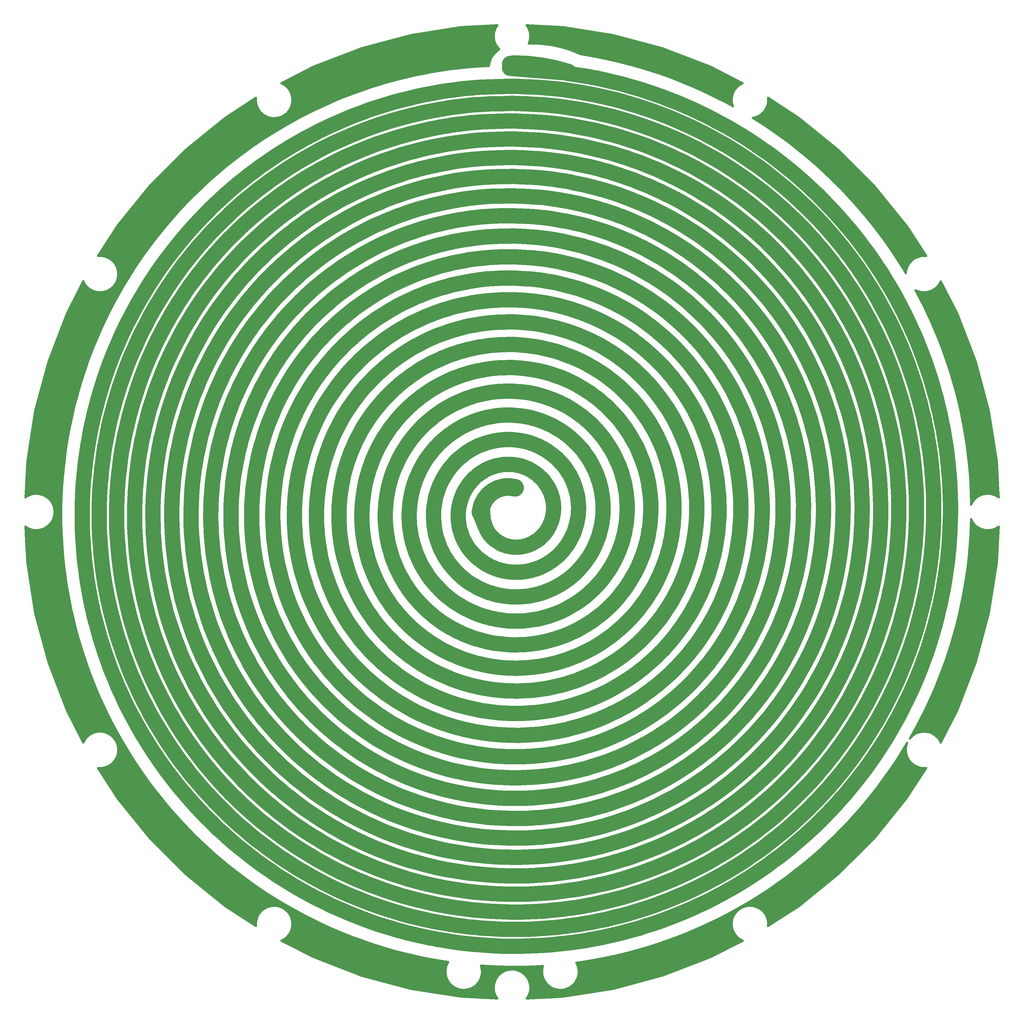
<source format=gbr>
G04 DipTrace 2.3.1.0*
%INTop  58742  REV 5  ONYX Blackpoint Engineering.gbr*%
%MOIN*%
%ADD15C,0.2*%
%ADD16C,0.22*%
%ADD17C,0.025*%
%ADD18C,0.1535*%
%ADD31C,0.189*%
%ADD32C,0.0*%
%ADD34C,0.06*%
%FSLAX44Y44*%
G04*
G70*
G90*
G75*
G01*
%LNTop*%
%LPD*%
X64714Y120589D2*
D15*
X65151Y120651D1*
G02X71964Y119589I79J-21864D01*
G01*
X65339Y67964D2*
D16*
G03X61089Y65214I-871J-3313D01*
G01*
D34*
X65589Y120651D3*
X69964Y120339D3*
X68214Y120464D3*
X69089D3*
X66464Y120589D3*
X67276D3*
X64714D3*
X60589Y65214D3*
X60839Y66214D3*
X61339Y67089D3*
X62089Y67839D3*
X63089Y68339D3*
X64214Y68589D3*
X65339Y68464D3*
X60243Y125213D2*
D17*
X63013D1*
X66914D2*
X69681D1*
X57618Y124964D2*
X62880D1*
X67047D2*
X72310D1*
X56047Y124716D2*
X62782D1*
X67145D2*
X73880D1*
X54477Y124467D2*
X62720D1*
X67207D2*
X75450D1*
X52907Y124218D2*
X62681D1*
X67246D2*
X77021D1*
X51774Y123970D2*
X62673D1*
X67254D2*
X78150D1*
X50848Y123721D2*
X62693D1*
X67235D2*
X79079D1*
X49918Y123472D2*
X62739D1*
X67188D2*
X80009D1*
X48993Y123224D2*
X62818D1*
X67110D2*
X80935D1*
X48063Y122975D2*
X62927D1*
X69465D2*
X81864D1*
X47137Y122726D2*
X63079D1*
X70793D2*
X82790D1*
X46235Y122477D2*
X63278D1*
X71715D2*
X83693D1*
X45586Y122229D2*
X63114D1*
X72461D2*
X84341D1*
X44938Y121980D2*
X62853D1*
X73094D2*
X84989D1*
X44289Y121731D2*
X62630D1*
X73825D2*
X85638D1*
X43641Y121483D2*
X62454D1*
X75239D2*
X86286D1*
X42993Y121234D2*
X62318D1*
X76481D2*
X86935D1*
X42348Y120985D2*
X62212D1*
X77606D2*
X87579D1*
X41700Y120737D2*
X62134D1*
X78641D2*
X88228D1*
X41051Y120488D2*
X62083D1*
X79602D2*
X88876D1*
X40403Y120239D2*
X60443D1*
X80496D2*
X89525D1*
X39910Y119991D2*
X57868D1*
X81340D2*
X90017D1*
X39422Y119742D2*
X56103D1*
X82137D2*
X90505D1*
X38934Y119493D2*
X54642D1*
X82903D2*
X90993D1*
X38446Y119245D2*
X53360D1*
X83629D2*
X91482D1*
X37957Y118996D2*
X52224D1*
X84321D2*
X91970D1*
X37469Y118747D2*
X51185D1*
X84993D2*
X92458D1*
X36981Y118498D2*
X50224D1*
X85641D2*
X92946D1*
X36493Y118250D2*
X49325D1*
X86258D2*
X93435D1*
X36703Y118001D2*
X48482D1*
X86860D2*
X93224D1*
X37016Y117752D2*
X47685D1*
X87450D2*
X92911D1*
X37243Y117504D2*
X46923D1*
X88012D2*
X92685D1*
X37414Y117255D2*
X46204D1*
X88563D2*
X92513D1*
X37539Y117006D2*
X45513D1*
X89102D2*
X92388D1*
X37629Y116758D2*
X44845D1*
X89621D2*
X92298D1*
X37692Y116509D2*
X44204D1*
X90133D2*
X92235D1*
X33051Y116260D2*
X33152D1*
X37719D2*
X43591D1*
X90625D2*
X92208D1*
X96778D2*
X96877D1*
X32668Y116012D2*
X33150D1*
X37723D2*
X42989D1*
X91118D2*
X92204D1*
X96778D2*
X97259D1*
X32285Y115763D2*
X33173D1*
X37700D2*
X42407D1*
X91586D2*
X92228D1*
X96754D2*
X97642D1*
X31903Y115514D2*
X33224D1*
X37649D2*
X41853D1*
X92051D2*
X92278D1*
X96703D2*
X98025D1*
X31520Y115265D2*
X33310D1*
X37563D2*
X41306D1*
X96618D2*
X98407D1*
X31137Y115017D2*
X33427D1*
X37446D2*
X40775D1*
X96500D2*
X98790D1*
X30754Y114768D2*
X33583D1*
X37289D2*
X40259D1*
X96344D2*
X99173D1*
X30371Y114519D2*
X33794D1*
X37078D2*
X39751D1*
X96133D2*
X99556D1*
X29989Y114271D2*
X34083D1*
X36785D2*
X39267D1*
X95844D2*
X99939D1*
X29606Y114022D2*
X34525D1*
X36348D2*
X38786D1*
X95403D2*
X100321D1*
X29262Y113773D2*
X38318D1*
X95035D2*
X100665D1*
X28957Y113525D2*
X37860D1*
X95438D2*
X100970D1*
X28649Y113276D2*
X37415D1*
X95821D2*
X101278D1*
X28340Y113027D2*
X36974D1*
X96203D2*
X101587D1*
X28035Y112779D2*
X36548D1*
X96578D2*
X101892D1*
X27727Y112530D2*
X36126D1*
X96950D2*
X102200D1*
X27422Y112281D2*
X35716D1*
X97309D2*
X102505D1*
X27114Y112033D2*
X35310D1*
X97664D2*
X102814D1*
X26805Y111784D2*
X34915D1*
X98020D2*
X103122D1*
X26500Y111535D2*
X34525D1*
X98364D2*
X103427D1*
X26192Y111286D2*
X34142D1*
X98703D2*
X103735D1*
X25883Y111038D2*
X33767D1*
X99035D2*
X104040D1*
X25578Y110789D2*
X33400D1*
X99368D2*
X104349D1*
X25270Y110540D2*
X33032D1*
X99692D2*
X104657D1*
X24965Y110292D2*
X32677D1*
X100012D2*
X104962D1*
X24657Y110043D2*
X32325D1*
X100332D2*
X105271D1*
X24379Y109794D2*
X31982D1*
X100641D2*
X105548D1*
X24129Y109546D2*
X31642D1*
X100950D2*
X105798D1*
X23883Y109297D2*
X31306D1*
X101250D2*
X106044D1*
X23633Y109048D2*
X30978D1*
X101547D2*
X106294D1*
X23383Y108800D2*
X30653D1*
X101844D2*
X106544D1*
X23137Y108551D2*
X30337D1*
X102133D2*
X106790D1*
X22887Y108302D2*
X30017D1*
X102418D2*
X107040D1*
X22637Y108054D2*
X29708D1*
X102703D2*
X107290D1*
X22391Y107805D2*
X29403D1*
X102981D2*
X107536D1*
X22141Y107556D2*
X29103D1*
X103258D2*
X107786D1*
X21891Y107307D2*
X28806D1*
X103528D2*
X108036D1*
X21645Y107059D2*
X28513D1*
X103797D2*
X108282D1*
X21395Y106810D2*
X28224D1*
X104063D2*
X108532D1*
X21145Y106561D2*
X27939D1*
X104325D2*
X108782D1*
X20899Y106313D2*
X27657D1*
X104582D2*
X109028D1*
X20649Y106064D2*
X27380D1*
X104840D2*
X109278D1*
X20399Y105815D2*
X27107D1*
X105090D2*
X109528D1*
X20153Y105567D2*
X26837D1*
X105340D2*
X109775D1*
X19926Y105318D2*
X26571D1*
X105586D2*
X110001D1*
X19727Y105069D2*
X26306D1*
X105825D2*
X110200D1*
X19524Y104821D2*
X26048D1*
X106067D2*
X110403D1*
X19325Y104572D2*
X25790D1*
X106305D2*
X110603D1*
X19121Y104323D2*
X25536D1*
X106539D2*
X110806D1*
X18922Y104075D2*
X25290D1*
X106770D2*
X111005D1*
X18719Y103826D2*
X25044D1*
X107000D2*
X111208D1*
X18516Y103577D2*
X24798D1*
X107223D2*
X111411D1*
X18317Y103328D2*
X24560D1*
X107450D2*
X111610D1*
X18114Y103080D2*
X24321D1*
X107668D2*
X111814D1*
X17914Y102831D2*
X24087D1*
X107887D2*
X112013D1*
X17711Y102582D2*
X23857D1*
X108102D2*
X112216D1*
X17512Y102334D2*
X23622D1*
X108317D2*
X112415D1*
X17309Y102085D2*
X23400D1*
X108528D2*
X112618D1*
X17110Y101836D2*
X23177D1*
X108735D2*
X112818D1*
X16907Y101588D2*
X22954D1*
X108942D2*
X113021D1*
X16703Y101339D2*
X22735D1*
X109145D2*
X113224D1*
X16504Y101090D2*
X22521D1*
X109348D2*
X113423D1*
X16301Y100842D2*
X22306D1*
X109547D2*
X113626D1*
X16102Y100593D2*
X22099D1*
X109743D2*
X113825D1*
X15930Y100344D2*
X21888D1*
X109938D2*
X113997D1*
X15766Y100096D2*
X21681D1*
X110129D2*
X114161D1*
X15606Y99847D2*
X21482D1*
X110321D2*
X114321D1*
X15446Y99598D2*
X21278D1*
X110508D2*
X114482D1*
X15282Y99349D2*
X21079D1*
X110696D2*
X114646D1*
X15121Y99101D2*
X20884D1*
X110875D2*
X114806D1*
X14957Y98852D2*
X20693D1*
X111059D2*
X114966D1*
X14797Y98603D2*
X20497D1*
X111239D2*
X115130D1*
X14637Y98355D2*
X20310D1*
X111414D2*
X115290D1*
X14473Y98106D2*
X20122D1*
X111590D2*
X115454D1*
X14313Y97857D2*
X19935D1*
X111766D2*
X115614D1*
X14153Y97609D2*
X19755D1*
X111938D2*
X115775D1*
X13989Y97360D2*
X19575D1*
X112106D2*
X115939D1*
X13828Y97111D2*
X19392D1*
X112274D2*
X116099D1*
X13668Y96863D2*
X19216D1*
X112442D2*
X116259D1*
X14633Y96614D2*
X19044D1*
X112606D2*
X115294D1*
X15118Y96365D2*
X18868D1*
X112766D2*
X114810D1*
X15422Y96117D2*
X18696D1*
X112930D2*
X114505D1*
X15645Y95868D2*
X18532D1*
X113086D2*
X114282D1*
X15809Y95619D2*
X18364D1*
X113243D2*
X114118D1*
X15934Y95370D2*
X18196D1*
X113399D2*
X113993D1*
X16020Y95122D2*
X18036D1*
X113555D2*
X113907D1*
X16078Y94873D2*
X17876D1*
X113703D2*
X113849D1*
X16106Y94624D2*
X17716D1*
X16106Y94376D2*
X17560D1*
X16082Y94127D2*
X17403D1*
X16028Y93878D2*
X17247D1*
X15942Y93630D2*
X17099D1*
X11664Y93381D2*
X11821D1*
X15821D2*
X16946D1*
X118106D2*
X118263D1*
X11535Y93132D2*
X11982D1*
X15657D2*
X16798D1*
X117946D2*
X118392D1*
X11410Y92884D2*
X12200D1*
X15442D2*
X16650D1*
X117727D2*
X118517D1*
X11282Y92635D2*
X12497D1*
X15145D2*
X16509D1*
X117430D2*
X118646D1*
X11157Y92386D2*
X12958D1*
X14680D2*
X16364D1*
X115125D2*
X115244D1*
X116969D2*
X118771D1*
X11028Y92138D2*
X16224D1*
X115258D2*
X118900D1*
X10903Y91889D2*
X16083D1*
X115391D2*
X119025D1*
X10774Y91640D2*
X15946D1*
X115524D2*
X119153D1*
X10649Y91391D2*
X15810D1*
X115649D2*
X119278D1*
X10524Y91143D2*
X15673D1*
X115778D2*
X119403D1*
X10395Y90894D2*
X15540D1*
X115907D2*
X119532D1*
X10270Y90645D2*
X15407D1*
X116028D2*
X119657D1*
X10141Y90397D2*
X15278D1*
X116149D2*
X119786D1*
X10016Y90148D2*
X15150D1*
X116274D2*
X119911D1*
X9887Y89899D2*
X15025D1*
X116391D2*
X120040D1*
X9762Y89651D2*
X14900D1*
X116508D2*
X120165D1*
X9657Y89402D2*
X14775D1*
X116625D2*
X120271D1*
X9559Y89153D2*
X14653D1*
X116743D2*
X120364D1*
X9465Y88905D2*
X14532D1*
X116856D2*
X120462D1*
X9371Y88656D2*
X14411D1*
X116965D2*
X120556D1*
X9274Y88407D2*
X14294D1*
X117078D2*
X120653D1*
X9180Y88159D2*
X14181D1*
X117188D2*
X120747D1*
X9082Y87910D2*
X14064D1*
X117297D2*
X120845D1*
X8989Y87661D2*
X13950D1*
X117403D2*
X120939D1*
X8891Y87412D2*
X13841D1*
X117508D2*
X121036D1*
X8797Y87164D2*
X13728D1*
X117614D2*
X121130D1*
X8703Y86915D2*
X13618D1*
X117715D2*
X121224D1*
X8606Y86666D2*
X13513D1*
X117817D2*
X121321D1*
X8512Y86418D2*
X13407D1*
X117914D2*
X121415D1*
X8414Y86169D2*
X13302D1*
X118016D2*
X121513D1*
X8321Y85920D2*
X13196D1*
X118110D2*
X121607D1*
X8223Y85672D2*
X13099D1*
X118207D2*
X121704D1*
X8129Y85423D2*
X12997D1*
X118301D2*
X121798D1*
X8032Y85174D2*
X12896D1*
X118395D2*
X121896D1*
X7938Y84926D2*
X12798D1*
X118485D2*
X121989D1*
X7844Y84677D2*
X12704D1*
X118578D2*
X122083D1*
X7746Y84428D2*
X12610D1*
X118668D2*
X122181D1*
X7653Y84180D2*
X12513D1*
X118754D2*
X122275D1*
X7555Y83931D2*
X12423D1*
X118840D2*
X122372D1*
X7461Y83682D2*
X12333D1*
X118926D2*
X122466D1*
X7391Y83433D2*
X12243D1*
X119012D2*
X122536D1*
X7325Y83185D2*
X12153D1*
X119094D2*
X122603D1*
X7258Y82936D2*
X12068D1*
X119172D2*
X122669D1*
X7192Y82687D2*
X11982D1*
X119254D2*
X122735D1*
X7125Y82439D2*
X11900D1*
X119336D2*
X122802D1*
X7059Y82190D2*
X11814D1*
X119410D2*
X122868D1*
X6993Y81941D2*
X11735D1*
X119489D2*
X122935D1*
X6926Y81693D2*
X11653D1*
X119563D2*
X123001D1*
X6860Y81444D2*
X11575D1*
X119637D2*
X123068D1*
X6793Y81195D2*
X11497D1*
X119711D2*
X123134D1*
X6723Y80947D2*
X11419D1*
X119782D2*
X123200D1*
X6657Y80698D2*
X11345D1*
X119852D2*
X123271D1*
X6590Y80449D2*
X11271D1*
X119922D2*
X123337D1*
X6524Y80201D2*
X11196D1*
X119989D2*
X123403D1*
X6457Y79952D2*
X11126D1*
X120055D2*
X123470D1*
X6391Y79703D2*
X11056D1*
X120121D2*
X123536D1*
X6325Y79454D2*
X10985D1*
X120188D2*
X123603D1*
X6258Y79206D2*
X10919D1*
X120246D2*
X123669D1*
X6192Y78957D2*
X10853D1*
X120309D2*
X123735D1*
X6125Y78708D2*
X10786D1*
X120371D2*
X123802D1*
X6059Y78460D2*
X10724D1*
X120430D2*
X123868D1*
X5993Y78211D2*
X10661D1*
X120489D2*
X123935D1*
X5926Y77962D2*
X10599D1*
X120547D2*
X124001D1*
X5860Y77714D2*
X10540D1*
X120606D2*
X124068D1*
X5801Y77465D2*
X10478D1*
X120657D2*
X124126D1*
X5762Y77216D2*
X10423D1*
X120711D2*
X124165D1*
X5723Y76968D2*
X10364D1*
X120766D2*
X124204D1*
X5684Y76719D2*
X10310D1*
X120817D2*
X124243D1*
X5641Y76470D2*
X10255D1*
X120868D2*
X124282D1*
X5602Y76222D2*
X10200D1*
X120914D2*
X124325D1*
X5563Y75973D2*
X10150D1*
X120965D2*
X124364D1*
X5524Y75724D2*
X10099D1*
X121012D2*
X124403D1*
X5485Y75475D2*
X10048D1*
X121055D2*
X124443D1*
X5446Y75227D2*
X10001D1*
X121098D2*
X124482D1*
X5407Y74978D2*
X9954D1*
X121145D2*
X124521D1*
X5368Y74729D2*
X9903D1*
X121188D2*
X124560D1*
X5328Y74481D2*
X9860D1*
X121227D2*
X124599D1*
X5289Y74232D2*
X9818D1*
X121266D2*
X124638D1*
X5250Y73983D2*
X9775D1*
X121305D2*
X124677D1*
X5211Y73735D2*
X9732D1*
X121344D2*
X124716D1*
X5168Y73486D2*
X9693D1*
X121379D2*
X124755D1*
X5129Y73237D2*
X9653D1*
X121414D2*
X124798D1*
X5090Y72989D2*
X9614D1*
X121450D2*
X124837D1*
X5051Y72740D2*
X9579D1*
X121485D2*
X124876D1*
X5012Y72491D2*
X9544D1*
X121516D2*
X124915D1*
X4973Y72243D2*
X9509D1*
X121547D2*
X124954D1*
X4934Y71994D2*
X9474D1*
X121578D2*
X124993D1*
X4895Y71745D2*
X9443D1*
X121606D2*
X125032D1*
X4856Y71496D2*
X9411D1*
X121633D2*
X125071D1*
X4821Y71248D2*
X9380D1*
X121660D2*
X125107D1*
X4805Y70999D2*
X9349D1*
X121688D2*
X125118D1*
X4793Y70750D2*
X9321D1*
X121711D2*
X125134D1*
X4782Y70502D2*
X9298D1*
X121735D2*
X125146D1*
X4766Y70253D2*
X9271D1*
X121754D2*
X125161D1*
X4754Y70004D2*
X9247D1*
X121778D2*
X125173D1*
X4743Y69756D2*
X9224D1*
X121797D2*
X125185D1*
X4727Y69507D2*
X9200D1*
X121817D2*
X125200D1*
X4715Y69258D2*
X9181D1*
X121832D2*
X125212D1*
X4703Y69010D2*
X9157D1*
X121852D2*
X125224D1*
X4688Y68761D2*
X9142D1*
X121868D2*
X125239D1*
X4676Y68512D2*
X9122D1*
X121883D2*
X125251D1*
X4664Y68264D2*
X9107D1*
X121895D2*
X125263D1*
X4649Y68015D2*
X9091D1*
X121907D2*
X125278D1*
X4637Y67766D2*
X9075D1*
X121918D2*
X125290D1*
X4625Y67517D2*
X9064D1*
X121930D2*
X125302D1*
X4610Y67269D2*
X9052D1*
X121938D2*
X125318D1*
X4598Y67020D2*
X4935D1*
X6883D2*
X9036D1*
X121946D2*
X123044D1*
X124993D2*
X125329D1*
X7297Y66771D2*
X9028D1*
X121953D2*
X122630D1*
X7575Y66523D2*
X9021D1*
X121957D2*
X122353D1*
X7782Y66274D2*
X9013D1*
X121965D2*
X122146D1*
X7934Y66025D2*
X9005D1*
X8047Y65777D2*
X9001D1*
X8125Y65528D2*
X8997D1*
X8176Y65279D2*
X8993D1*
X8196Y65031D2*
X8989D1*
X8192Y64782D2*
X8989D1*
X8157Y64533D2*
X8989D1*
X8094Y64285D2*
X8989D1*
X8000Y64036D2*
X8989D1*
X7868Y63787D2*
X8993D1*
X121953D2*
X122058D1*
X7696Y63538D2*
X9001D1*
X121946D2*
X122232D1*
X7457Y63290D2*
X9005D1*
X121938D2*
X122470D1*
X4590Y63041D2*
X4688D1*
X7129D2*
X9009D1*
X121930D2*
X122798D1*
X125243D2*
X125336D1*
X4606Y62792D2*
X5239D1*
X6578D2*
X9017D1*
X121918D2*
X123349D1*
X124688D2*
X125321D1*
X4618Y62544D2*
X9028D1*
X121907D2*
X125310D1*
X4629Y62295D2*
X9036D1*
X121895D2*
X125298D1*
X4645Y62046D2*
X9048D1*
X121879D2*
X125282D1*
X4657Y61798D2*
X9060D1*
X121868D2*
X125271D1*
X4668Y61549D2*
X9075D1*
X121848D2*
X125259D1*
X4684Y61300D2*
X9087D1*
X121832D2*
X125243D1*
X4696Y61052D2*
X9103D1*
X121817D2*
X125232D1*
X4707Y60803D2*
X9118D1*
X121797D2*
X125220D1*
X4723Y60554D2*
X9138D1*
X121774D2*
X125204D1*
X4735Y60306D2*
X9153D1*
X121754D2*
X125193D1*
X4746Y60057D2*
X9173D1*
X121731D2*
X125181D1*
X4762Y59808D2*
X9196D1*
X121707D2*
X125165D1*
X4774Y59559D2*
X9220D1*
X121684D2*
X125153D1*
X4785Y59311D2*
X9243D1*
X121657D2*
X125142D1*
X4801Y59062D2*
X9267D1*
X121633D2*
X125126D1*
X4813Y58813D2*
X9290D1*
X121602D2*
X125114D1*
X4832Y58565D2*
X9318D1*
X121575D2*
X125095D1*
X4871Y58316D2*
X9345D1*
X121543D2*
X125052D1*
X4914Y58067D2*
X9376D1*
X121512D2*
X125013D1*
X4953Y57819D2*
X9403D1*
X121481D2*
X124974D1*
X4993Y57570D2*
X9435D1*
X121446D2*
X124935D1*
X5032Y57321D2*
X9466D1*
X121410D2*
X124896D1*
X5071Y57073D2*
X9501D1*
X121375D2*
X124857D1*
X5110Y56824D2*
X9536D1*
X121340D2*
X124818D1*
X5149Y56575D2*
X9571D1*
X121301D2*
X124778D1*
X5188Y56327D2*
X9607D1*
X121262D2*
X124739D1*
X5227Y56078D2*
X9646D1*
X121223D2*
X124700D1*
X5266Y55829D2*
X9685D1*
X121180D2*
X124661D1*
X5305Y55580D2*
X9724D1*
X121137D2*
X124622D1*
X5344Y55332D2*
X9767D1*
X121094D2*
X124579D1*
X5387Y55083D2*
X9810D1*
X121051D2*
X124540D1*
X5426Y54834D2*
X9853D1*
X121004D2*
X124501D1*
X5465Y54586D2*
X9900D1*
X120957D2*
X124462D1*
X5504Y54337D2*
X9943D1*
X120910D2*
X124423D1*
X5543Y54088D2*
X9989D1*
X120860D2*
X124384D1*
X5582Y53840D2*
X10040D1*
X120809D2*
X124345D1*
X5621Y53591D2*
X10087D1*
X120758D2*
X124306D1*
X5660Y53342D2*
X10138D1*
X120703D2*
X124267D1*
X5700Y53094D2*
X10193D1*
X120653D2*
X124228D1*
X5739Y52845D2*
X10243D1*
X120594D2*
X124189D1*
X5778Y52596D2*
X10298D1*
X120539D2*
X124150D1*
X5825Y52348D2*
X10353D1*
X120481D2*
X124103D1*
X5891Y52099D2*
X10411D1*
X120426D2*
X124036D1*
X5957Y51850D2*
X10470D1*
X120364D2*
X123970D1*
X6024Y51601D2*
X10525D1*
X120301D2*
X123903D1*
X6090Y51353D2*
X10587D1*
X120243D2*
X123837D1*
X6157Y51104D2*
X10650D1*
X120180D2*
X123771D1*
X6223Y50855D2*
X10712D1*
X120114D2*
X123704D1*
X6289Y50607D2*
X10775D1*
X120047D2*
X123638D1*
X6356Y50358D2*
X10837D1*
X119981D2*
X123571D1*
X6422Y50109D2*
X10907D1*
X119914D2*
X123505D1*
X6489Y49861D2*
X10974D1*
X119840D2*
X123439D1*
X6555Y49612D2*
X11040D1*
X119770D2*
X123372D1*
X6621Y49363D2*
X11110D1*
X119700D2*
X123306D1*
X6688Y49115D2*
X11185D1*
X119629D2*
X123239D1*
X6754Y48866D2*
X11255D1*
X119551D2*
X123173D1*
X6821Y48617D2*
X11325D1*
X119477D2*
X123107D1*
X6887Y48369D2*
X11403D1*
X119399D2*
X123036D1*
X6957Y48120D2*
X11482D1*
X119321D2*
X122970D1*
X7024Y47871D2*
X11556D1*
X119243D2*
X122903D1*
X7090Y47622D2*
X11634D1*
X119160D2*
X122837D1*
X7157Y47374D2*
X11716D1*
X119082D2*
X122771D1*
X7223Y47125D2*
X11798D1*
X118996D2*
X122704D1*
X7289Y46876D2*
X11880D1*
X118910D2*
X122638D1*
X7356Y46628D2*
X11962D1*
X118828D2*
X122571D1*
X7422Y46379D2*
X12048D1*
X118743D2*
X122505D1*
X7504Y46130D2*
X12134D1*
X118653D2*
X122423D1*
X7602Y45882D2*
X12220D1*
X118563D2*
X122325D1*
X7696Y45633D2*
X12310D1*
X118473D2*
X122232D1*
X7789Y45384D2*
X12403D1*
X118379D2*
X122138D1*
X7887Y45136D2*
X12493D1*
X118285D2*
X122040D1*
X7981Y44887D2*
X12583D1*
X118192D2*
X121946D1*
X8078Y44638D2*
X12681D1*
X118094D2*
X121849D1*
X8172Y44390D2*
X12778D1*
X117996D2*
X121755D1*
X8270Y44141D2*
X12872D1*
X117899D2*
X121657D1*
X8364Y43892D2*
X12970D1*
X117797D2*
X121564D1*
X8461Y43643D2*
X13071D1*
X117696D2*
X121466D1*
X8555Y43395D2*
X13173D1*
X117594D2*
X121372D1*
X8649Y43146D2*
X13275D1*
X117489D2*
X121278D1*
X8746Y42897D2*
X13380D1*
X117383D2*
X121181D1*
X8840Y42649D2*
X13485D1*
X117278D2*
X121087D1*
X8938Y42400D2*
X13591D1*
X117168D2*
X120989D1*
X9032Y42151D2*
X13700D1*
X117059D2*
X120896D1*
X9129Y41903D2*
X13810D1*
X116946D2*
X120798D1*
X9223Y41654D2*
X13923D1*
X116832D2*
X120704D1*
X9317Y41405D2*
X14032D1*
X116719D2*
X120610D1*
X9414Y41157D2*
X14146D1*
X116602D2*
X120513D1*
X9508Y40908D2*
X14263D1*
X116489D2*
X120419D1*
X9606Y40659D2*
X14380D1*
X116368D2*
X120321D1*
X9700Y40411D2*
X14497D1*
X116246D2*
X120228D1*
X9821Y40162D2*
X14618D1*
X116125D2*
X120107D1*
X9946Y39913D2*
X14739D1*
X116004D2*
X119982D1*
X10075Y39664D2*
X14864D1*
X115879D2*
X119853D1*
X10200Y39416D2*
X14985D1*
X115750D2*
X119728D1*
X10328Y39167D2*
X15114D1*
X115625D2*
X119599D1*
X10453Y38918D2*
X15243D1*
X115496D2*
X119474D1*
X10582Y38670D2*
X15368D1*
X115364D2*
X119345D1*
X10707Y38421D2*
X15501D1*
X115231D2*
X119220D1*
X10832Y38172D2*
X15634D1*
X115098D2*
X119095D1*
X10961Y37924D2*
X15767D1*
X114961D2*
X118966D1*
X11086Y37675D2*
X13454D1*
X14188D2*
X15903D1*
X114825D2*
X115739D1*
X116473D2*
X118841D1*
X11215Y37426D2*
X12716D1*
X14926D2*
X16040D1*
X114688D2*
X115001D1*
X117211D2*
X118712D1*
X11340Y37178D2*
X12349D1*
X15293D2*
X16181D1*
X114547D2*
X114633D1*
X117578D2*
X118587D1*
X11469Y36929D2*
X12091D1*
X15547D2*
X16318D1*
X117836D2*
X118458D1*
X11594Y36680D2*
X11903D1*
X15739D2*
X16462D1*
X118024D2*
X118333D1*
X15879Y36432D2*
X16607D1*
X15985Y36183D2*
X16751D1*
X16055Y35934D2*
X16900D1*
X16098Y35685D2*
X17052D1*
X113668D2*
X113829D1*
X16110Y35437D2*
X17200D1*
X113516D2*
X113818D1*
X16098Y35188D2*
X17353D1*
X113360D2*
X113829D1*
X16055Y34939D2*
X17509D1*
X113203D2*
X113872D1*
X15985Y34691D2*
X17665D1*
X113047D2*
X113943D1*
X15879Y34442D2*
X17821D1*
X112887D2*
X114048D1*
X15739Y34193D2*
X17982D1*
X112727D2*
X114189D1*
X15551Y33945D2*
X18146D1*
X112563D2*
X114376D1*
X15293Y33696D2*
X18306D1*
X112395D2*
X114634D1*
X14930Y33447D2*
X18474D1*
X112231D2*
X114997D1*
X14196Y33199D2*
X18642D1*
X112063D2*
X115732D1*
X13743Y32950D2*
X18810D1*
X111891D2*
X116185D1*
X13903Y32701D2*
X18982D1*
X111715D2*
X116025D1*
X14067Y32453D2*
X19157D1*
X111543D2*
X115860D1*
X14227Y32204D2*
X19329D1*
X111368D2*
X115700D1*
X14387Y31955D2*
X19505D1*
X111188D2*
X115540D1*
X14551Y31706D2*
X19689D1*
X111004D2*
X115376D1*
X14711Y31458D2*
X19868D1*
X110825D2*
X115216D1*
X14871Y31209D2*
X20052D1*
X110637D2*
X115056D1*
X15035Y30960D2*
X20239D1*
X110450D2*
X114892D1*
X15196Y30712D2*
X20427D1*
X110262D2*
X114732D1*
X15356Y30463D2*
X20614D1*
X110071D2*
X114571D1*
X15520Y30214D2*
X20810D1*
X109875D2*
X114407D1*
X15680Y29966D2*
X21005D1*
X109684D2*
X114247D1*
X15840Y29717D2*
X21200D1*
X109481D2*
X114087D1*
X16004Y29468D2*
X21400D1*
X109282D2*
X113923D1*
X16196Y29220D2*
X21603D1*
X109082D2*
X113732D1*
X16395Y28971D2*
X21802D1*
X108871D2*
X113532D1*
X16598Y28722D2*
X22009D1*
X108664D2*
X113329D1*
X16797Y28474D2*
X22220D1*
X108457D2*
X113130D1*
X17000Y28225D2*
X22431D1*
X108243D2*
X112927D1*
X17200Y27976D2*
X22646D1*
X108028D2*
X112728D1*
X17403Y27727D2*
X22860D1*
X107813D2*
X112525D1*
X17602Y27479D2*
X23079D1*
X107590D2*
X112325D1*
X17805Y27230D2*
X23302D1*
X107368D2*
X112122D1*
X18008Y26981D2*
X23525D1*
X107145D2*
X111919D1*
X18207Y26733D2*
X23751D1*
X106914D2*
X111720D1*
X18410Y26484D2*
X23982D1*
X106684D2*
X111517D1*
X18610Y26235D2*
X24216D1*
X106453D2*
X111318D1*
X18813Y25987D2*
X24446D1*
X106215D2*
X111114D1*
X19012Y25738D2*
X24689D1*
X105973D2*
X110915D1*
X19215Y25489D2*
X24927D1*
X105735D2*
X110712D1*
X19414Y25241D2*
X25169D1*
X105485D2*
X110513D1*
X19618Y24992D2*
X25419D1*
X105239D2*
X110310D1*
X19821Y24743D2*
X25669D1*
X104989D2*
X110107D1*
X20020Y24495D2*
X25923D1*
X104731D2*
X109907D1*
X20266Y24246D2*
X26181D1*
X104477D2*
X109661D1*
X20516Y23997D2*
X26439D1*
X104215D2*
X109411D1*
X20762Y23748D2*
X26700D1*
X103950D2*
X109161D1*
X21012Y23500D2*
X26970D1*
X103684D2*
X108915D1*
X21262Y23251D2*
X27235D1*
X103410D2*
X108665D1*
X21508Y23002D2*
X27513D1*
X103133D2*
X108415D1*
X21758Y22754D2*
X27790D1*
X102860D2*
X108169D1*
X22008Y22505D2*
X28071D1*
X102575D2*
X107919D1*
X22254Y22256D2*
X28357D1*
X102289D2*
X107669D1*
X22504Y22008D2*
X28646D1*
X101996D2*
X107423D1*
X22754Y21759D2*
X28939D1*
X101703D2*
X107173D1*
X23000Y21510D2*
X29235D1*
X101407D2*
X106927D1*
X23250Y21262D2*
X29532D1*
X101102D2*
X106677D1*
X23500Y21013D2*
X29841D1*
X100797D2*
X106427D1*
X23746Y20764D2*
X30150D1*
X100485D2*
X106181D1*
X23996Y20515D2*
X30466D1*
X100168D2*
X105931D1*
X24246Y20267D2*
X30786D1*
X99852D2*
X105681D1*
X24493Y20018D2*
X31107D1*
X99524D2*
X105435D1*
X24797Y19769D2*
X31439D1*
X99196D2*
X105130D1*
X25106Y19521D2*
X31771D1*
X98860D2*
X104821D1*
X25410Y19272D2*
X32110D1*
X98520D2*
X104513D1*
X25719Y19023D2*
X32454D1*
X98176D2*
X104208D1*
X26028Y18775D2*
X32806D1*
X97821D2*
X103900D1*
X26332Y18526D2*
X33161D1*
X97469D2*
X103595D1*
X26641Y18277D2*
X33525D1*
X97102D2*
X103286D1*
X26950Y18029D2*
X33892D1*
X96735D2*
X102978D1*
X27254Y17780D2*
X34263D1*
X96356D2*
X102673D1*
X27563Y17531D2*
X34650D1*
X95973D2*
X102364D1*
X27868Y17283D2*
X35032D1*
X95586D2*
X102060D1*
X28176Y17034D2*
X35431D1*
X95188D2*
X101751D1*
X28485Y16785D2*
X35829D1*
X94785D2*
X101443D1*
X28789Y16536D2*
X36243D1*
X94375D2*
X101138D1*
X29098Y16288D2*
X36661D1*
X93957D2*
X100829D1*
X29407Y16039D2*
X34958D1*
X35914D2*
X37091D1*
X93528D2*
X94013D1*
X94969D2*
X100521D1*
X29782Y15790D2*
X34294D1*
X36578D2*
X37521D1*
X93094D2*
X93349D1*
X95633D2*
X100146D1*
X30164Y15542D2*
X33939D1*
X36934D2*
X37970D1*
X92645D2*
X92993D1*
X95989D2*
X99763D1*
X30547Y15293D2*
X33689D1*
X37180D2*
X38419D1*
X92192D2*
X92747D1*
X96239D2*
X99380D1*
X30930Y15044D2*
X33505D1*
X37368D2*
X38888D1*
X91723D2*
X92560D1*
X96422D2*
X98997D1*
X31313Y14796D2*
X33368D1*
X37504D2*
X39360D1*
X91246D2*
X92423D1*
X96559D2*
X98614D1*
X31696Y14547D2*
X33267D1*
X37606D2*
X39849D1*
X90762D2*
X92321D1*
X96660D2*
X98232D1*
X32078Y14298D2*
X33196D1*
X37676D2*
X40349D1*
X90258D2*
X92251D1*
X96731D2*
X97849D1*
X32461Y14050D2*
X33157D1*
X37715D2*
X40860D1*
X89750D2*
X92212D1*
X96770D2*
X97466D1*
X32844Y13801D2*
X33146D1*
X37727D2*
X41384D1*
X89223D2*
X92200D1*
X96782D2*
X97083D1*
X37711Y13552D2*
X41923D1*
X88684D2*
X92216D1*
X37664Y13304D2*
X42482D1*
X88125D2*
X92263D1*
X37594Y13055D2*
X43048D1*
X87551D2*
X92333D1*
X37485Y12806D2*
X43638D1*
X86965D2*
X92443D1*
X37340Y12557D2*
X44251D1*
X86352D2*
X92587D1*
X37149Y12309D2*
X44880D1*
X85719D2*
X92778D1*
X36887Y12060D2*
X45528D1*
X85067D2*
X93040D1*
X36508Y11811D2*
X46212D1*
X84391D2*
X93419D1*
X36719Y11563D2*
X46919D1*
X83676D2*
X93208D1*
X37207Y11314D2*
X47657D1*
X82938D2*
X92720D1*
X37696Y11065D2*
X48431D1*
X82160D2*
X92232D1*
X38184Y10817D2*
X49247D1*
X81344D2*
X91743D1*
X38672Y10568D2*
X50114D1*
X80481D2*
X91255D1*
X39157Y10319D2*
X51040D1*
X79559D2*
X90767D1*
X39645Y10071D2*
X52028D1*
X78567D2*
X90282D1*
X40133Y9822D2*
X53103D1*
X77485D2*
X89794D1*
X40700Y9573D2*
X54294D1*
X76293D2*
X89224D1*
X41348Y9325D2*
X55638D1*
X74957D2*
X88579D1*
X41996Y9076D2*
X57001D1*
X73383D2*
X87931D1*
X42645Y8827D2*
X56872D1*
X73059D2*
X87282D1*
X43293Y8578D2*
X56778D1*
X61149D2*
X62228D1*
X68352D2*
X68775D1*
X73153D2*
X86634D1*
X43942Y8330D2*
X56716D1*
X61211D2*
X68712D1*
X73215D2*
X85985D1*
X44590Y8081D2*
X56681D1*
X61246D2*
X64298D1*
X65629D2*
X68681D1*
X73246D2*
X85337D1*
X45235Y7832D2*
X56673D1*
X61254D2*
X63743D1*
X66184D2*
X68677D1*
X73250D2*
X84689D1*
X45883Y7584D2*
X56696D1*
X61231D2*
X63415D1*
X66512D2*
X68696D1*
X73231D2*
X84044D1*
X46637Y7335D2*
X56747D1*
X61180D2*
X63181D1*
X66746D2*
X68747D1*
X73180D2*
X83290D1*
X47563Y7086D2*
X56825D1*
X61102D2*
X63005D1*
X66922D2*
X68829D1*
X73098D2*
X82364D1*
X48493Y6838D2*
X56939D1*
X60989D2*
X62872D1*
X67055D2*
X68943D1*
X72985D2*
X81435D1*
X49418Y6589D2*
X57095D1*
X60832D2*
X62778D1*
X67149D2*
X69099D1*
X72828D2*
X80509D1*
X50348Y6340D2*
X57298D1*
X60629D2*
X62716D1*
X67211D2*
X69306D1*
X72621D2*
X79579D1*
X51278Y6092D2*
X57579D1*
X60348D2*
X62681D1*
X67246D2*
X69587D1*
X72340D2*
X78650D1*
X52203Y5843D2*
X57997D1*
X59930D2*
X62673D1*
X67254D2*
X70009D1*
X71918D2*
X77724D1*
X53633Y5594D2*
X62696D1*
X67231D2*
X76294D1*
X55200Y5346D2*
X62743D1*
X67184D2*
X74724D1*
X56770Y5097D2*
X62825D1*
X67102D2*
X73153D1*
X58340Y4848D2*
X62939D1*
X66989D2*
X71583D1*
X62434Y4599D2*
X63091D1*
X66836D2*
X67489D1*
X8170Y64839D2*
X8143Y64590D1*
X8088Y64347D1*
X8007Y64110D1*
X7900Y63884D1*
X7769Y63672D1*
X7615Y63474D1*
X7441Y63296D1*
X7248Y63137D1*
X7038Y63001D1*
X6815Y62888D1*
X6581Y62801D1*
X6339Y62740D1*
X6091Y62706D1*
X5841Y62700D1*
X5592Y62721D1*
X5347Y62769D1*
X5109Y62844D1*
X4880Y62945D1*
X4664Y63071D1*
X4559Y63145D1*
X4649Y61475D1*
X4797Y58636D1*
X5788Y52382D1*
X7428Y46265D1*
X9697Y40354D1*
X11745Y36336D1*
X11834Y36524D1*
X11965Y36736D1*
X12120Y36932D1*
X12295Y37110D1*
X12489Y37268D1*
X12699Y37404D1*
X12922Y37515D1*
X13157Y37602D1*
X13399Y37662D1*
X13647Y37694D1*
X13897Y37700D1*
X14146Y37678D1*
X14391Y37628D1*
X14629Y37552D1*
X14857Y37450D1*
X15072Y37324D1*
X15273Y37174D1*
X15455Y37004D1*
X15618Y36814D1*
X15759Y36608D1*
X15876Y36387D1*
X15968Y36155D1*
X16034Y35914D1*
X16074Y35667D1*
X16085Y35436D1*
X16072Y35187D1*
X16030Y34940D1*
X15962Y34700D1*
X15868Y34468D1*
X15749Y34249D1*
X15607Y34043D1*
X15442Y33855D1*
X15258Y33686D1*
X15057Y33538D1*
X14840Y33414D1*
X14611Y33314D1*
X14373Y33239D1*
X14127Y33192D1*
X13878Y33172D1*
X13628Y33179D1*
X13562Y33187D1*
X16022Y29401D1*
X20007Y24480D1*
X24485Y20002D1*
X29407Y16018D1*
X33189Y13562D1*
X33174Y13705D1*
X33175Y13955D1*
X33204Y14203D1*
X33259Y14446D1*
X33341Y14682D1*
X33449Y14908D1*
X33581Y15120D1*
X33736Y15317D1*
X33911Y15495D1*
X34104Y15653D1*
X34314Y15788D1*
X34538Y15900D1*
X34772Y15986D1*
X35015Y16046D1*
X35263Y16079D1*
X35512Y16084D1*
X35761Y16062D1*
X36006Y16012D1*
X36244Y15936D1*
X36472Y15834D1*
X36688Y15708D1*
X36888Y15559D1*
X37071Y15388D1*
X37234Y15198D1*
X37374Y14992D1*
X37492Y14771D1*
X37584Y14539D1*
X37650Y14298D1*
X37689Y14051D1*
X37701Y13820D1*
X37687Y13571D1*
X37646Y13324D1*
X37578Y13084D1*
X37484Y12853D1*
X37365Y12633D1*
X37222Y12428D1*
X37058Y12239D1*
X36874Y12070D1*
X36672Y11923D1*
X36456Y11798D1*
X36339Y11743D1*
X40360Y9694D1*
X46272Y7425D1*
X52389Y5787D1*
X58643Y4797D1*
X63147Y4561D1*
X63030Y4729D1*
X62912Y4949D1*
X62819Y5181D1*
X62752Y5422D1*
X62711Y5668D1*
X62699Y5918D1*
X62713Y6167D1*
X62756Y6414D1*
X62825Y6654D1*
X62920Y6885D1*
X63040Y7104D1*
X63183Y7309D1*
X63348Y7496D1*
X63533Y7664D1*
X63735Y7811D1*
X63952Y7935D1*
X64181Y8034D1*
X64420Y8107D1*
X64666Y8154D1*
X64915Y8173D1*
X65165Y8165D1*
X65412Y8129D1*
X65654Y8066D1*
X65887Y7977D1*
X66110Y7862D1*
X66318Y7724D1*
X66510Y7564D1*
X66682Y7384D1*
X66834Y7185D1*
X66964Y6971D1*
X67069Y6745D1*
X67148Y6508D1*
X67201Y6263D1*
X67226Y6015D1*
X67225Y5784D1*
X67198Y5535D1*
X67143Y5291D1*
X67062Y5055D1*
X66955Y4829D1*
X66824Y4616D1*
X66785Y4563D1*
X70325Y4747D1*
X71291Y4797D1*
X77545Y5788D1*
X83662Y7428D1*
X89574Y9697D1*
X93591Y11745D1*
X93463Y11802D1*
X93247Y11928D1*
X93046Y12076D1*
X92863Y12246D1*
X92699Y12435D1*
X92558Y12641D1*
X92439Y12861D1*
X92346Y13093D1*
X92279Y13334D1*
X92239Y13580D1*
X92226Y13830D1*
X92241Y14079D1*
X92283Y14325D1*
X92352Y14566D1*
X92447Y14797D1*
X92567Y15016D1*
X92711Y15220D1*
X92876Y15408D1*
X93060Y15576D1*
X93263Y15723D1*
X93480Y15847D1*
X93709Y15946D1*
X93948Y16019D1*
X94193Y16066D1*
X94443Y16085D1*
X94692Y16076D1*
X94940Y16041D1*
X95181Y15978D1*
X95415Y15888D1*
X95637Y15774D1*
X95845Y15636D1*
X96037Y15476D1*
X96210Y15295D1*
X96362Y15097D1*
X96491Y14883D1*
X96596Y14657D1*
X96675Y14420D1*
X96728Y14175D1*
X96754Y13927D1*
X96753Y13695D1*
X96742Y13567D1*
X97723Y14201D1*
X100526Y16022D1*
X105447Y20007D1*
X109925Y24485D1*
X113910Y29407D1*
X116365Y33189D1*
X116165Y33172D1*
X115915Y33179D1*
X115668Y33214D1*
X115425Y33276D1*
X115192Y33364D1*
X114969Y33478D1*
X114760Y33615D1*
X114568Y33774D1*
X114394Y33954D1*
X114241Y34152D1*
X114111Y34365D1*
X114005Y34591D1*
X113925Y34828D1*
X113871Y35072D1*
X113845Y35320D1*
X113846Y35570D1*
X113874Y35819D1*
X113930Y36062D1*
X114017Y36309D1*
X113390Y35276D1*
X112804Y34353D1*
X112201Y33441D1*
X111581Y32542D1*
X111022Y31763D1*
X110370Y30886D1*
X109644Y29949D1*
X108796Y28908D1*
X108096Y28083D1*
X107373Y27264D1*
X106635Y26459D1*
X105882Y25667D1*
X105011Y24789D1*
X104090Y23903D1*
X103194Y23079D1*
X102376Y22355D1*
X101545Y21646D1*
X100808Y21042D1*
X99951Y20364D1*
X99008Y19648D1*
X97920Y18862D1*
X97035Y18249D1*
X96125Y17645D1*
X95310Y17125D1*
X94380Y16555D1*
X93438Y16002D1*
X92501Y15475D1*
X91458Y14916D1*
X90260Y14311D1*
X89276Y13838D1*
X88414Y13443D1*
X87414Y13006D1*
X86405Y12589D1*
X85389Y12190D1*
X84235Y11765D1*
X83029Y11352D1*
X81870Y10984D1*
X80824Y10673D1*
X79773Y10383D1*
X78735Y10119D1*
X77585Y9848D1*
X76272Y9574D1*
X75200Y9372D1*
X74269Y9215D1*
X73191Y9052D1*
X72940Y9016D1*
X73069Y8745D1*
X73148Y8508D1*
X73201Y8263D1*
X73226Y8015D1*
X73225Y7784D1*
X73198Y7535D1*
X73143Y7291D1*
X73062Y7055D1*
X72955Y6829D1*
X72824Y6616D1*
X72670Y6419D1*
X72496Y6240D1*
X72303Y6082D1*
X72093Y5945D1*
X71870Y5833D1*
X71636Y5746D1*
X71394Y5685D1*
X71146Y5651D1*
X70896Y5645D1*
X70648Y5666D1*
X70402Y5714D1*
X70164Y5789D1*
X69936Y5890D1*
X69719Y6016D1*
X69519Y6164D1*
X69335Y6334D1*
X69172Y6523D1*
X69030Y6729D1*
X68912Y6949D1*
X68819Y7181D1*
X68752Y7422D1*
X68711Y7668D1*
X68699Y7918D1*
X68713Y8167D1*
X68756Y8414D1*
X68809Y8605D1*
X67696Y8547D1*
X66481Y8509D1*
X65391Y8497D1*
X64450Y8503D1*
X63360Y8530D1*
X62396Y8571D1*
X61308Y8637D1*
X61101Y8651D1*
X61178Y8381D1*
X61217Y8135D1*
X61229Y7904D1*
X61215Y7654D1*
X61174Y7408D1*
X61106Y7167D1*
X61011Y6936D1*
X60892Y6716D1*
X60750Y6511D1*
X60586Y6323D1*
X60402Y6154D1*
X60200Y6006D1*
X59983Y5881D1*
X59754Y5781D1*
X59516Y5707D1*
X59271Y5660D1*
X59021Y5639D1*
X58772Y5647D1*
X58524Y5682D1*
X58282Y5744D1*
X58048Y5832D1*
X57826Y5945D1*
X57617Y6082D1*
X57425Y6242D1*
X57251Y6421D1*
X57098Y6619D1*
X56968Y6832D1*
X56862Y7059D1*
X56782Y7295D1*
X56728Y7540D1*
X56702Y7788D1*
X56703Y8038D1*
X56731Y8286D1*
X56787Y8530D1*
X56869Y8766D1*
X56977Y8991D1*
X57042Y9102D1*
X55958Y9273D1*
X54789Y9482D1*
X53598Y9722D1*
X52656Y9930D1*
X51596Y10184D1*
X50542Y10458D1*
X49520Y10745D1*
X48391Y11085D1*
X47118Y11503D1*
X46091Y11864D1*
X45215Y12190D1*
X44200Y12587D1*
X43309Y12956D1*
X42310Y13390D1*
X41320Y13843D1*
X40366Y14301D1*
X39314Y14832D1*
X38134Y15465D1*
X37185Y15998D1*
X36381Y16469D1*
X35452Y17037D1*
X34534Y17622D1*
X33627Y18224D1*
X32628Y18917D1*
X31605Y19663D1*
X30640Y20400D1*
X29788Y21077D1*
X28949Y21770D1*
X28150Y22457D1*
X27273Y23241D1*
X26297Y24157D1*
X25519Y24918D1*
X24868Y25577D1*
X24117Y26365D1*
X23466Y27075D1*
X22745Y27890D1*
X22039Y28718D1*
X21374Y29530D1*
X20646Y30454D1*
X19845Y31525D1*
X19211Y32409D1*
X18686Y33169D1*
X18084Y34075D1*
X17566Y34886D1*
X17062Y35707D1*
X16572Y36535D1*
X16117Y37337D1*
X15596Y38291D1*
X15151Y39145D1*
X14720Y40005D1*
X14305Y40873D1*
X13921Y41710D1*
X13486Y42706D1*
X13117Y43595D1*
X12718Y44606D1*
X12339Y45625D1*
X11994Y46610D1*
X11626Y47725D1*
X11240Y49005D1*
X10946Y50051D1*
X10715Y50939D1*
X10459Y51995D1*
X10250Y52934D1*
X10033Y53999D1*
X9837Y55067D1*
X9688Y55971D1*
X9530Y57046D1*
X9382Y58210D1*
X9246Y59539D1*
X9170Y60450D1*
X9093Y61659D1*
X9050Y62619D1*
X9021Y63705D1*
X9013Y64791D1*
X9023Y65703D1*
X9054Y66789D1*
X9111Y67960D1*
X9208Y69292D1*
X9291Y70199D1*
X9424Y71403D1*
X9549Y72355D1*
X9690Y73306D1*
X9847Y74253D1*
X9987Y75025D1*
X10199Y76090D1*
X10432Y77150D1*
X10655Y78085D1*
X10894Y79015D1*
X11135Y79890D1*
X11441Y80931D1*
X11729Y81847D1*
X12032Y82759D1*
X12351Y83664D1*
X12622Y84397D1*
X13016Y85408D1*
X13429Y86411D1*
X13811Y87292D1*
X14208Y88166D1*
X14541Y88872D1*
X15021Y89844D1*
X15520Y90808D1*
X15977Y91652D1*
X16448Y92488D1*
X16840Y93160D1*
X17403Y94087D1*
X17984Y95003D1*
X18513Y95804D1*
X19055Y96595D1*
X19504Y97229D1*
X20145Y98103D1*
X20804Y98965D1*
X21400Y99717D1*
X22009Y100458D1*
X22510Y101049D1*
X23225Y101864D1*
X23956Y102665D1*
X24615Y103361D1*
X25286Y104046D1*
X25926Y104678D1*
X26710Y105425D1*
X27417Y106074D1*
X28134Y106710D1*
X28862Y107334D1*
X29456Y107827D1*
X30301Y108505D1*
X31160Y109167D1*
X31930Y109738D1*
X32709Y110296D1*
X33445Y110804D1*
X34348Y111404D1*
X35156Y111920D1*
X35972Y112422D1*
X36797Y112910D1*
X37466Y113291D1*
X38416Y113812D1*
X39376Y114314D1*
X40233Y114743D1*
X41096Y115156D1*
X41901Y115526D1*
X42894Y115960D1*
X43779Y116327D1*
X44671Y116680D1*
X45569Y117018D1*
X46430Y117325D1*
X47456Y117670D1*
X48368Y117958D1*
X49282Y118230D1*
X50199Y118485D1*
X51054Y118709D1*
X52060Y118952D1*
X53002Y119162D1*
X53955Y119358D1*
X55042Y119561D1*
X55960Y119716D1*
X57145Y119893D1*
X58184Y120026D1*
X59287Y120144D1*
X60524Y120243D1*
X61725Y120308D1*
X62088Y120324D1*
X62128Y120594D1*
X62183Y120823D1*
X62259Y121047D1*
X62354Y121262D1*
X62469Y121468D1*
X62601Y121663D1*
X62750Y121846D1*
X63061Y122158D1*
X63241Y122309D1*
X63372Y122403D1*
X63172Y122633D1*
X63030Y122839D1*
X62912Y123059D1*
X62819Y123291D1*
X62752Y123532D1*
X62711Y123778D1*
X62699Y124028D1*
X62713Y124277D1*
X62756Y124524D1*
X62825Y124764D1*
X62920Y124995D1*
X63040Y125214D1*
X63144Y125365D1*
X58636Y125130D1*
X52382Y124139D1*
X46265Y122500D1*
X40354Y120230D1*
X36336Y118182D1*
X36472Y118121D1*
X36688Y117994D1*
X36888Y117845D1*
X37071Y117675D1*
X37234Y117485D1*
X37374Y117278D1*
X37492Y117058D1*
X37584Y116826D1*
X37650Y116585D1*
X37689Y116338D1*
X37701Y116107D1*
X37687Y115857D1*
X37646Y115611D1*
X37578Y115370D1*
X37484Y115139D1*
X37365Y114919D1*
X37222Y114714D1*
X37058Y114526D1*
X36874Y114357D1*
X36672Y114209D1*
X36456Y114084D1*
X36227Y113984D1*
X35988Y113910D1*
X35743Y113863D1*
X35494Y113843D1*
X35244Y113850D1*
X34997Y113885D1*
X34755Y113947D1*
X34521Y114035D1*
X34298Y114148D1*
X34089Y114286D1*
X33897Y114445D1*
X33723Y114625D1*
X33570Y114822D1*
X33440Y115036D1*
X33335Y115262D1*
X33254Y115499D1*
X33201Y115743D1*
X33174Y115991D1*
X33175Y116241D1*
X33186Y116362D1*
X29401Y113906D1*
X24480Y109920D1*
X20002Y105442D1*
X16018Y100521D1*
X13562Y96738D1*
X13772Y96756D1*
X14022Y96747D1*
X14269Y96711D1*
X14511Y96648D1*
X14744Y96559D1*
X14966Y96445D1*
X15175Y96307D1*
X15366Y96147D1*
X15539Y95966D1*
X15691Y95768D1*
X15820Y95554D1*
X15925Y95327D1*
X16005Y95090D1*
X16057Y94846D1*
X16083Y94598D1*
X16082Y94366D1*
X16054Y94118D1*
X16000Y93874D1*
X15918Y93638D1*
X15812Y93412D1*
X15681Y93199D1*
X15527Y93002D1*
X15353Y92823D1*
X15160Y92664D1*
X14950Y92528D1*
X14727Y92416D1*
X14493Y92328D1*
X14251Y92267D1*
X14003Y92234D1*
X13753Y92227D1*
X13504Y92248D1*
X13259Y92297D1*
X13021Y92372D1*
X12792Y92473D1*
X12576Y92598D1*
X12375Y92747D1*
X12192Y92917D1*
X12028Y93106D1*
X11887Y93312D1*
X11769Y93532D1*
X11742Y93593D1*
X11382Y92880D1*
X9694Y89567D1*
X7425Y83655D1*
X5787Y77538D1*
X4797Y71284D1*
X4561Y66781D1*
X4680Y66866D1*
X4897Y66990D1*
X5126Y67089D1*
X5365Y67163D1*
X5611Y67209D1*
X5860Y67228D1*
X6110Y67220D1*
X6357Y67184D1*
X6599Y67121D1*
X6832Y67032D1*
X7054Y66917D1*
X7263Y66779D1*
X7454Y66619D1*
X7627Y66439D1*
X7779Y66240D1*
X7909Y66027D1*
X8014Y65800D1*
X8093Y65563D1*
X8146Y65319D1*
X8171Y65070D1*
X8170Y64839D1*
X125367Y63144D2*
X125149Y63001D1*
X124925Y62888D1*
X124691Y62801D1*
X124449Y62740D1*
X124201Y62706D1*
X123952Y62700D1*
X123703Y62721D1*
X123458Y62769D1*
X123219Y62844D1*
X122991Y62945D1*
X122775Y63071D1*
X122574Y63219D1*
X122390Y63389D1*
X122227Y63578D1*
X122085Y63784D1*
X121967Y64004D1*
X121934Y64079D1*
X121909Y63207D1*
X121859Y62114D1*
X121782Y60928D1*
X121662Y59590D1*
X121526Y58379D1*
X121400Y57418D1*
X121239Y56336D1*
X121057Y55257D1*
X120878Y54308D1*
X120657Y53236D1*
X120395Y52077D1*
X120066Y50775D1*
X119812Y49844D1*
X119469Y48675D1*
X119140Y47632D1*
X118791Y46595D1*
X118397Y45496D1*
X117955Y44345D1*
X117494Y43218D1*
X117060Y42214D1*
X116607Y41219D1*
X116193Y40351D1*
X115705Y39373D1*
X115198Y38404D1*
X114628Y37364D1*
X114326Y36836D1*
X114491Y37024D1*
X114676Y37192D1*
X114878Y37339D1*
X115095Y37463D1*
X115325Y37562D1*
X115564Y37635D1*
X115809Y37681D1*
X116058Y37701D1*
X116308Y37692D1*
X116555Y37656D1*
X116797Y37593D1*
X117031Y37504D1*
X117253Y37390D1*
X117461Y37252D1*
X117653Y37092D1*
X117826Y36911D1*
X117978Y36713D1*
X118107Y36499D1*
X118183Y36340D1*
X119510Y38941D1*
X120233Y40360D1*
X122502Y46272D1*
X124140Y52389D1*
X125131Y58643D1*
X125366Y63147D1*
X121945Y65872D2*
X122032Y66051D1*
X122164Y66263D1*
X122318Y66460D1*
X122493Y66638D1*
X122687Y66796D1*
X122897Y66931D1*
X123121Y67043D1*
X123355Y67129D1*
X123598Y67189D1*
X123845Y67222D1*
X124095Y67227D1*
X124344Y67205D1*
X124589Y67156D1*
X124827Y67080D1*
X125055Y66978D1*
X125271Y66851D1*
X125363Y66786D1*
X125318Y67703D1*
X125130Y71291D1*
X124139Y77545D1*
X122500Y83662D1*
X120230Y89574D1*
X118182Y93591D1*
X118098Y93412D1*
X117967Y93199D1*
X117814Y93002D1*
X117639Y92823D1*
X117446Y92664D1*
X117237Y92528D1*
X117014Y92416D1*
X116779Y92328D1*
X116537Y92267D1*
X116290Y92234D1*
X116040Y92227D1*
X115791Y92248D1*
X115546Y92297D1*
X115307Y92372D1*
X115048Y92490D1*
X115588Y91465D1*
X116136Y90374D1*
X116608Y89386D1*
X117013Y88497D1*
X117449Y87492D1*
X117866Y86478D1*
X118298Y85368D1*
X118757Y84098D1*
X119147Y82942D1*
X119476Y81897D1*
X119785Y80846D1*
X120094Y79717D1*
X120395Y78510D1*
X120664Y77320D1*
X120885Y76248D1*
X121085Y75171D1*
X121245Y74212D1*
X121406Y73129D1*
X121547Y72043D1*
X121676Y70861D1*
X121791Y69520D1*
X121868Y68303D1*
X121915Y67209D1*
X121942Y66115D1*
X121946Y65876D1*
X96753Y115982D2*
X96725Y115734D1*
X96670Y115490D1*
X96589Y115253D1*
X96482Y115028D1*
X96351Y114815D1*
X96198Y114618D1*
X96023Y114439D1*
X95830Y114280D1*
X95621Y114144D1*
X95398Y114031D1*
X95164Y113944D1*
X94921Y113883D1*
X94856Y113872D1*
X95755Y113302D1*
X96671Y112699D1*
X97576Y112078D1*
X98278Y111578D1*
X99160Y110927D1*
X100030Y110259D1*
X100888Y109574D1*
X101791Y108824D1*
X102737Y108001D1*
X103642Y107180D1*
X104439Y106426D1*
X105222Y105658D1*
X105824Y105047D1*
X106579Y104252D1*
X107320Y103443D1*
X108045Y102621D1*
X108804Y101726D1*
X109591Y100754D1*
X110339Y99788D1*
X110993Y98908D1*
X111630Y98016D1*
X112185Y97208D1*
X112789Y96294D1*
X113376Y95368D1*
X113846Y94595D1*
X113857Y94750D1*
X113899Y94996D1*
X113968Y95236D1*
X114063Y95467D1*
X114183Y95687D1*
X114326Y95891D1*
X114491Y96079D1*
X114676Y96247D1*
X114878Y96394D1*
X115095Y96518D1*
X115325Y96617D1*
X115564Y96690D1*
X115809Y96737D1*
X116058Y96756D1*
X116308Y96747D1*
X116366Y96740D1*
X114092Y100239D1*
X113906Y100526D1*
X109920Y105447D1*
X105442Y109925D1*
X100521Y113910D1*
X96739Y116365D1*
X96754Y116213D1*
X96753Y115982D1*
X92367Y115324D2*
X92309Y115499D1*
X92256Y115743D1*
X92229Y115991D1*
X92230Y116241D1*
X92259Y116489D1*
X92314Y116733D1*
X92397Y116969D1*
X92504Y117194D1*
X92636Y117407D1*
X92791Y117603D1*
X92966Y117781D1*
X93160Y117939D1*
X93369Y118075D1*
X93589Y118185D1*
X89567Y120233D1*
X83655Y122502D1*
X77538Y124140D1*
X71284Y125131D1*
X66781Y125366D1*
X66902Y125190D1*
X67019Y124970D1*
X67112Y124738D1*
X67178Y124497D1*
X67217Y124250D1*
X67229Y124019D1*
X67215Y123769D1*
X67174Y123523D1*
X67106Y123282D1*
X67038Y123112D1*
X67359Y123118D1*
X67948Y123108D1*
X68536Y123074D1*
X69122Y123016D1*
X69705Y122935D1*
X70285Y122831D1*
X70860Y122704D1*
X71429Y122555D1*
X71993Y122382D1*
X72548Y122188D1*
X73047Y121990D1*
X73270Y121877D1*
X73406Y121793D1*
X74292Y121649D1*
X75451Y121436D1*
X76551Y121214D1*
X77637Y120973D1*
X78711Y120713D1*
X79841Y120418D1*
X81058Y120069D1*
X82222Y119707D1*
X83262Y119361D1*
X84297Y118995D1*
X85109Y118693D1*
X86132Y118291D1*
X87147Y117870D1*
X88153Y117431D1*
X89221Y116939D1*
X90352Y116387D1*
X91439Y115827D1*
X92366Y115327D1*
X65809Y120018D2*
D18*
X64964Y120044D1*
X66674Y119987D2*
X65809Y120018D1*
X67398Y119957D2*
X66674Y119987D1*
X68041Y119925D2*
X67398Y119957D1*
X68630Y119890D2*
X68041Y119925D1*
X69179Y119852D2*
X68630Y119890D1*
X69696Y119810D2*
X69179Y119852D1*
X64714Y120089D2*
D15*
X72089Y119464D1*
X61464Y65339D2*
D18*
X61589Y63839D1*
X60749Y64801D2*
X60750Y64765D1*
X61120Y64459D2*
X61124Y64301D1*
X60714Y64964D2*
X61464Y63089D1*
X60999Y64651D2*
X60998Y64617D1*
X61010Y64808D2*
X60999Y64651D1*
X61027Y64964D2*
X61010Y64808D1*
X61031Y64995D2*
X61027Y64964D1*
X61055Y65150D2*
X61031Y64995D1*
X61085Y65303D2*
D15*
X61055Y65150D1*
X61092Y65332D2*
X61085Y65303D1*
X61129Y65483D2*
X61092Y65332D1*
X61173Y65632D2*
X61129Y65483D1*
X61181Y65659D2*
X61173Y65632D1*
X61231Y65805D2*
X61181Y65659D1*
X61288Y65949D2*
X61231Y65805D1*
X61298Y65973D2*
X61288Y65949D1*
X61360Y66113D2*
X61298Y65973D1*
X61428Y66250D2*
X61360Y66113D1*
X61440Y66272D2*
X61428Y66250D1*
X61514Y66405D2*
X61440Y66272D1*
X61594Y66535D2*
X61514Y66405D1*
X61606Y66554D2*
X61594Y66535D1*
X61691Y66679D2*
X61606Y66554D1*
X61781Y66801D2*
X61691Y66679D1*
X61794Y66817D2*
X61781Y66801D1*
X61889Y66934D2*
X61794Y66817D1*
X61989Y67046D2*
X61889Y66934D1*
X62002Y67060D2*
X61989Y67046D1*
X62107Y67167D2*
X62002Y67060D1*
X62216Y67269D2*
X62107Y67167D1*
X62228Y67280D2*
X62216Y67269D1*
X62341Y67377D2*
X62228Y67280D1*
X62458Y67469D2*
X62341Y67377D1*
X62470Y67478D2*
X62458Y67469D1*
X62590Y67564D2*
X62470Y67478D1*
X62714Y67644D2*
X62590Y67564D1*
X62725Y67651D2*
X62714Y67644D1*
X62852Y67726D2*
X62725Y67651D1*
X62981Y67794D2*
X62852Y67726D1*
X62991Y67799D2*
X62981Y67794D1*
X63123Y67862D2*
X62991Y67799D1*
X63258Y67919D2*
X63123Y67862D1*
X63266Y67922D2*
X63258Y67919D1*
X63402Y67972D2*
X63266Y67922D1*
X63540Y68016D2*
X63402Y67972D1*
X63546Y68018D2*
X63540Y68016D1*
X63686Y68056D2*
X63546Y68018D1*
X63827Y68088D2*
X63686Y68056D1*
X63833Y68089D2*
X63827Y68088D1*
X63974Y68114D2*
X63833Y68089D1*
X64114Y68133D2*
X63974Y68114D1*
X64254Y68145D2*
X64114Y68133D1*
X64402Y68152D2*
X64254Y68145D1*
X64427Y68152D2*
X64402D1*
X64560Y68151D2*
X64427Y68152D1*
X64685Y68145D2*
X64560Y68151D1*
X64690Y68144D2*
X64685Y68145D1*
X64807Y68133D2*
X64690Y68144D1*
X65214Y68089D2*
X64807Y68133D1*
X64964Y117818D2*
D31*
X64570Y117810D1*
X63270Y117782D1*
X62247Y117749D1*
X61343Y117708D1*
X60557Y117660D1*
X60355Y117645D1*
X59547Y117578D1*
X58721Y117493D1*
X57875Y117390D1*
X57006Y117269D1*
X56113Y117128D1*
X55776Y117072D1*
X54884Y116911D1*
X53964Y116730D1*
X53055Y116534D1*
X52158Y116326D1*
X51318Y116115D1*
X51262Y116100D1*
X50389Y115864D1*
X49517Y115613D1*
X48649Y115345D1*
X47782Y115063D1*
X46919Y114764D1*
X46847Y114738D1*
X45988Y114423D1*
X45134Y114093D1*
X44287Y113749D1*
X43446Y113390D1*
X42612Y113017D1*
X42566Y112996D1*
X41740Y112608D1*
X40920Y112206D1*
X40107Y111790D1*
X39301Y111360D1*
X38502Y110915D1*
X38450Y110886D1*
X37660Y110427D1*
X36878Y109955D1*
X36104Y109469D1*
X35338Y108970D1*
X34581Y108457D1*
X34532Y108424D1*
X33785Y107898D1*
X33047Y107359D1*
X32318Y106808D1*
X31598Y106243D1*
X30889Y105667D1*
X30842Y105628D1*
X30143Y105039D1*
X29454Y104438D1*
X28776Y103824D1*
X28108Y103200D1*
X27451Y102563D1*
X27407Y102520D1*
X26762Y101872D1*
X26128Y101213D1*
X25506Y100542D1*
X24895Y99862D1*
X24296Y99170D1*
X24255Y99122D1*
X23669Y98420D1*
X23095Y97708D1*
X22533Y96986D1*
X21983Y96254D1*
X21446Y95513D1*
X21409Y95461D1*
X20886Y94710D1*
X20376Y93950D1*
X19879Y93182D1*
X19396Y92405D1*
X18925Y91620D1*
X18892Y91563D1*
X18437Y90770D1*
X17995Y89968D1*
X17566Y89159D1*
X17152Y88342D1*
X16752Y87519D1*
X16723Y87459D1*
X16338Y86628D1*
X15968Y85791D1*
X15612Y84947D1*
X15270Y84098D1*
X14943Y83242D1*
X14919Y83178D1*
X14608Y82317D1*
X14312Y81451D1*
X14030Y80579D1*
X13764Y79703D1*
X13513Y78822D1*
X13494Y78755D1*
X13259Y77870D1*
X13040Y76980D1*
X12835Y76087D1*
X12646Y75191D1*
X12473Y74291D1*
X12460Y74221D1*
X12303Y73319D1*
X12162Y72414D1*
X12036Y71506D1*
X11926Y70596D1*
X11831Y69684D1*
X11824Y69613D1*
X11747Y68700D1*
X11685Y67785D1*
X11638Y66870D1*
X11608Y65953D1*
X11593Y65037D1*
Y64964D1*
X11595Y64047D1*
X11613Y63131D1*
X11646Y62214D1*
X11696Y61298D1*
X11761Y60384D1*
X11767Y60310D1*
X11849Y59396D1*
X11947Y58485D1*
X12060Y57575D1*
X12190Y56666D1*
X12334Y55761D1*
X12347Y55686D1*
X12508Y54783D1*
X12685Y53883D1*
X12878Y52986D1*
X13085Y52092D1*
X13309Y51202D1*
X13328Y51128D1*
X13567Y50243D1*
X13822Y49361D1*
X14092Y48484D1*
X14377Y47612D1*
X14677Y46744D1*
X14703Y46670D1*
X15019Y45809D1*
X15350Y44953D1*
X15695Y44102D1*
X16055Y43258D1*
X16430Y42420D1*
X16463Y42347D1*
X16853Y41517D1*
X17257Y40692D1*
X17675Y39875D1*
X18108Y39065D1*
X18554Y38262D1*
X18594Y38192D1*
X19055Y37398D1*
X19529Y36612D1*
X20017Y35834D1*
X20519Y35064D1*
X21033Y34304D1*
X21080Y34236D1*
X21608Y33485D1*
X22150Y32743D1*
X22704Y32010D1*
X23271Y31287D1*
X23850Y30574D1*
X23903Y30510D1*
X24495Y29808D1*
X25099Y29115D1*
X25716Y28434D1*
X26343Y27762D1*
X26982Y27102D1*
X27042Y27042D1*
X27693Y26394D1*
X28356Y25757D1*
X29029Y25131D1*
X29713Y24517D1*
X30407Y23915D1*
X30473Y23859D1*
X31178Y23270D1*
X31894Y22693D1*
X32619Y22128D1*
X33355Y21576D1*
X34099Y21036D1*
X34170Y20986D1*
X34924Y20461D1*
X35688Y19948D1*
X36460Y19448D1*
X37241Y18962D1*
X38029Y18489D1*
X38106Y18445D1*
X38903Y17987D1*
X39709Y17543D1*
X40522Y17112D1*
X41342Y16696D1*
X42169Y16293D1*
X42250Y16255D1*
X43085Y15868D1*
X43926Y15496D1*
X44774Y15138D1*
X45627Y14794D1*
X46487Y14465D1*
X46572Y14434D1*
X47437Y14121D1*
X48308Y13823D1*
X49184Y13540D1*
X50065Y13272D1*
X50950Y13020D1*
X51039Y12995D1*
X51928Y12759D1*
X52822Y12538D1*
X53719Y12333D1*
X54620Y12143D1*
X55524Y11968D1*
X55616Y11951D1*
X56523Y11793D1*
X57433Y11651D1*
X58345Y11525D1*
X59259Y11414D1*
X60175Y11318D1*
X60269Y11309D1*
X61187Y11231D1*
X62106Y11169D1*
X63026Y11123D1*
X63946Y11092D1*
X64867Y11076D1*
X64964D1*
X65885Y11078D1*
X66806Y11096D1*
X67726Y11130D1*
X68646Y11179D1*
X69566Y11244D1*
X69663Y11252D1*
X70580Y11335D1*
X71496Y11433D1*
X72411Y11547D1*
X73324Y11676D1*
X74234Y11821D1*
X74331Y11838D1*
X75238Y12000D1*
X76143Y12178D1*
X77044Y12371D1*
X77942Y12580D1*
X78836Y12804D1*
X78933Y12829D1*
X79823Y13070D1*
X80708Y13325D1*
X81590Y13597D1*
X82467Y13883D1*
X83338Y14184D1*
X83434Y14218D1*
X84299Y14535D1*
X85159Y14867D1*
X86014Y15214D1*
X86863Y15576D1*
X87705Y15952D1*
X87798Y15995D1*
X88633Y16386D1*
X89461Y16792D1*
X90283Y17213D1*
X91097Y17647D1*
X91903Y18095D1*
X91994Y18146D1*
X92791Y18609D1*
X93581Y19086D1*
X94363Y19577D1*
X95136Y20080D1*
X95901Y20597D1*
X95988Y20657D1*
X96742Y21188D1*
X97488Y21732D1*
X98224Y22289D1*
X98951Y22858D1*
X99668Y23439D1*
X99750Y23507D1*
X100455Y24102D1*
X101151Y24709D1*
X101836Y25328D1*
X102510Y25959D1*
X103174Y26601D1*
X103251Y26677D1*
X103902Y27331D1*
X104542Y27996D1*
X105171Y28673D1*
X105788Y29360D1*
X106393Y30058D1*
X106464Y30141D1*
X107056Y30849D1*
X107636Y31568D1*
X108203Y32297D1*
X108758Y33036D1*
X109301Y33784D1*
X109365Y33874D1*
X109892Y34632D1*
X110408Y35399D1*
X110910Y36174D1*
X111398Y36959D1*
X111874Y37751D1*
X111930Y37847D1*
X112390Y38649D1*
X112836Y39458D1*
X113269Y40275D1*
X113688Y41099D1*
X114092Y41930D1*
X114141Y42032D1*
X114529Y42870D1*
X114904Y43716D1*
X115263Y44567D1*
X115609Y45425D1*
X115939Y46288D1*
X115979Y46395D1*
X116293Y47265D1*
X116593Y48140D1*
X116877Y49020D1*
X117146Y49905D1*
X117401Y50794D1*
X117431Y50905D1*
X117668Y51799D1*
X117890Y52697D1*
X118097Y53598D1*
X118288Y54503D1*
X118464Y55412D1*
X118485Y55526D1*
X118643Y56438D1*
X118786Y57352D1*
X118914Y58268D1*
X119025Y59187D1*
X119121Y60107D1*
X119133Y60224D1*
X119211Y61146D1*
X119274Y62069D1*
X119321Y62994D1*
X119352Y63919D1*
X119367Y64844D1*
X119368Y64964D1*
X119366Y65889D1*
X119348Y66814D1*
X119314Y67740D1*
X119265Y68664D1*
X119199Y69588D1*
X119190Y69708D1*
X119107Y70630D1*
X119008Y71550D1*
X118894Y72469D1*
X118764Y73386D1*
X118618Y74301D1*
X118598Y74421D1*
X118435Y75332D1*
X118257Y76241D1*
X118063Y77147D1*
X117853Y78049D1*
X117629Y78948D1*
X117598Y79067D1*
X117356Y79961D1*
X117099Y80851D1*
X116826Y81736D1*
X116539Y82617D1*
X116237Y83493D1*
X116195Y83610D1*
X115876Y84480D1*
X115542Y85344D1*
X115194Y86203D1*
X114831Y87056D1*
X114453Y87902D1*
X114401Y88017D1*
X114007Y88855D1*
X113599Y89688D1*
X113177Y90513D1*
X112741Y91331D1*
X112291Y92142D1*
X112228Y92252D1*
X111763Y93053D1*
X111284Y93847D1*
X110791Y94633D1*
X110286Y95410D1*
X109767Y96178D1*
X109694Y96284D1*
X109160Y97042D1*
X108614Y97791D1*
X108054Y98531D1*
X107483Y99261D1*
X106898Y99982D1*
X106816Y100082D1*
X106218Y100791D1*
X105608Y101489D1*
X104986Y102178D1*
X104353Y102856D1*
X103708Y103523D1*
X103616Y103616D1*
X102959Y104270D1*
X102290Y104914D1*
X101610Y105545D1*
X100920Y106166D1*
X100219Y106774D1*
X100119Y106860D1*
X99407Y107454D1*
X98684Y108037D1*
X97952Y108607D1*
X97210Y109165D1*
X96459Y109711D1*
X96350Y109788D1*
X95588Y110318D1*
X94818Y110836D1*
X94038Y111340D1*
X93250Y111832D1*
X92454Y112310D1*
X92338Y112378D1*
X91533Y112840D1*
X90720Y113288D1*
X89899Y113723D1*
X89072Y114144D1*
X88237Y114550D1*
X88114Y114609D1*
X87272Y114999D1*
X86423Y115375D1*
X85566Y115737D1*
X84704Y116085D1*
X83835Y116418D1*
X83709Y116465D1*
X82833Y116781D1*
X81954Y117082D1*
X81071Y117367D1*
X80186Y117637D1*
X79299Y117891D1*
X79156Y117930D1*
X78266Y118166D1*
X77365Y118388D1*
X76452Y118597D1*
X75527Y118793D1*
X74591Y118975D1*
X74491Y118994D1*
X73598Y119151D1*
X72742Y119288D1*
X71885Y119410D1*
D32*
X71064Y119513D1*
X70211Y119605D1*
X69748Y119647D1*
X68925Y119711D1*
X68020Y119767D1*
X66987Y119815D1*
X65717Y119861D1*
X64964Y119885D1*
Y115694D2*
D31*
X64570Y115687D1*
X63310Y115659D1*
X62326Y115628D1*
X61461Y115589D1*
X60675Y115540D1*
X60540Y115530D1*
X59749Y115464D1*
X58939Y115381D1*
X58109Y115279D1*
X57257Y115160D1*
X56379Y115021D1*
X56144Y114981D1*
X55231Y114817D1*
X54330Y114639D1*
X53483Y114456D1*
X52605Y114251D1*
X51811Y114051D1*
X50955Y113820D1*
X50102Y113574D1*
X49250Y113311D1*
X48402Y113033D1*
X47572Y112745D1*
X46730Y112437D1*
X45894Y112114D1*
X45064Y111776D1*
X44241Y111424D1*
X43462Y111075D1*
X42652Y110695D1*
X41849Y110301D1*
X41052Y109893D1*
X40263Y109470D1*
X39510Y109051D1*
X38736Y108601D1*
X37969Y108138D1*
X37211Y107662D1*
X36461Y107172D1*
X35747Y106689D1*
X35015Y106174D1*
X34292Y105646D1*
X33578Y105105D1*
X32873Y104551D1*
X32203Y104006D1*
X31518Y103429D1*
X30843Y102840D1*
X30179Y102238D1*
X29525Y101626D1*
X28904Y101023D1*
X28272Y100388D1*
X27651Y99742D1*
X27041Y99085D1*
X26443Y98418D1*
X25876Y97762D1*
X25301Y97074D1*
X24739Y96376D1*
X24188Y95669D1*
X23651Y94951D1*
X23142Y94248D1*
X22629Y93512D1*
X22130Y92768D1*
X21643Y92014D1*
X21170Y91252D1*
X20723Y90506D1*
X20277Y89728D1*
X19844Y88943D1*
X19424Y88150D1*
X19019Y87349D1*
X18639Y86565D1*
X18261Y85752D1*
X17898Y84931D1*
X17550Y84104D1*
X17215Y83271D1*
X16905Y82456D1*
X16600Y81612D1*
X16309Y80763D1*
X16034Y79908D1*
X15774Y79049D1*
X15534Y78208D1*
X15304Y77341D1*
X15089Y76469D1*
X14889Y75594D1*
X14704Y74715D1*
X14539Y73855D1*
X14385Y72970D1*
X14247Y72083D1*
X14124Y71194D1*
X14016Y70302D1*
X13927Y69429D1*
X13850Y68534D1*
X13790Y67638D1*
X13745Y66741D1*
X13716Y65843D1*
X13702Y64964D1*
X13704Y64065D1*
X13722Y63167D1*
X13755Y62269D1*
X13804Y61372D1*
X13868Y60493D1*
X13948Y59598D1*
X14044Y58705D1*
X14156Y57813D1*
X14283Y56923D1*
X14423Y56052D1*
X14581Y55167D1*
X14754Y54285D1*
X14943Y53406D1*
X15148Y52530D1*
X15363Y51673D1*
X15598Y50805D1*
X15848Y49942D1*
X16113Y49082D1*
X16393Y48227D1*
X16683Y47391D1*
X16992Y46547D1*
X17316Y45707D1*
X17655Y44874D1*
X18009Y44047D1*
X18371Y43237D1*
X18753Y42423D1*
X19149Y41615D1*
X19560Y40814D1*
X19984Y40020D1*
X20417Y39244D1*
X20868Y38466D1*
X21333Y37696D1*
X21812Y36933D1*
X22304Y36179D1*
X22804Y35443D1*
X23321Y34707D1*
X23852Y33980D1*
X24396Y33262D1*
X24952Y32553D1*
X25514Y31862D1*
X26095Y31173D1*
X26687Y30495D1*
X27291Y29827D1*
X27907Y29170D1*
X28529Y28529D1*
X29167Y27893D1*
X29816Y27269D1*
X30476Y26656D1*
X31147Y26054D1*
X31824Y25469D1*
X32515Y24892D1*
X33217Y24326D1*
X33928Y23773D1*
X34649Y23232D1*
X35375Y22707D1*
X36114Y22192D1*
X36863Y21689D1*
X37620Y21200D1*
X38386Y20724D1*
X39156Y20263D1*
X39937Y19814D1*
X40727Y19379D1*
X41524Y18957D1*
X42329Y18550D1*
X43138Y18157D1*
X43955Y17778D1*
X44780Y17413D1*
X45611Y17063D1*
X46448Y16727D1*
X47290Y16406D1*
X48138Y16099D1*
X48992Y15807D1*
X49850Y15530D1*
X50714Y15268D1*
X51582Y15022D1*
X52453Y14790D1*
X53330Y14574D1*
X54209Y14372D1*
X55093Y14187D1*
X55980Y14016D1*
X56869Y13861D1*
X57761Y13722D1*
X58655Y13598D1*
X59552Y13490D1*
X60452Y13398D1*
X61351Y13321D1*
X62252Y13260D1*
X63154Y13215D1*
X64057Y13185D1*
X64964Y13171D1*
X65866Y13173D1*
X66769Y13191D1*
X67672Y13224D1*
X68574Y13274D1*
X69475Y13339D1*
X69480D1*
X70380Y13420D1*
X71278Y13516D1*
X72175Y13628D1*
X73069Y13756D1*
X73961Y13899D1*
X73968Y13900D1*
X74857Y14059D1*
X75743Y14233D1*
X76627Y14423D1*
X77507Y14628D1*
X78384Y14849D1*
X78391Y14851D1*
X79264Y15086D1*
X80132Y15337D1*
X80996Y15604D1*
X81855Y15885D1*
X82710Y16181D1*
X82718Y16184D1*
X83567Y16495D1*
X84410Y16821D1*
X85248Y17161D1*
X86080Y17516D1*
X86905Y17886D1*
X86914Y17890D1*
X87733Y18274D1*
X88545Y18672D1*
X89350Y19085D1*
X90148Y19511D1*
X90938Y19951D1*
X90948Y19957D1*
X91730Y20411D1*
X92505Y20878D1*
X93271Y21359D1*
X94029Y21854D1*
X94778Y22361D1*
X94789Y22369D1*
X95529Y22889D1*
X96260Y23423D1*
X96982Y23969D1*
X97694Y24528D1*
X98396Y25099D1*
X98407Y25108D1*
X99099Y25691D1*
X99781Y26286D1*
X100452Y26893D1*
X101113Y27512D1*
X101763Y28142D1*
X101774Y28153D1*
X102413Y28795D1*
X103040Y29447D1*
X103657Y30111D1*
X104261Y30785D1*
X104854Y31470D1*
X104865Y31483D1*
X105445Y32177D1*
X106014Y32882D1*
X106570Y33597D1*
X107114Y34322D1*
X107622Y35024D1*
X107655Y35071D1*
X108173Y35814D1*
X108678Y36566D1*
X109170Y37327D1*
X109649Y38096D1*
X110114Y38874D1*
X110124Y38890D1*
X110575Y39676D1*
X111013Y40470D1*
X111436Y41271D1*
X111846Y42079D1*
X112242Y42895D1*
X112251Y42913D1*
X112632Y43735D1*
X112999Y44564D1*
X113352Y45399D1*
X113690Y46241D1*
X114013Y47088D1*
X114021Y47108D1*
X114329Y47961D1*
X114622Y48819D1*
X114901Y49682D1*
X115164Y50550D1*
X115412Y51422D1*
X115419Y51444D1*
X115651Y52321D1*
X115869Y53201D1*
X116071Y54085D1*
X116258Y54973D1*
X116430Y55864D1*
X116434Y55888D1*
X116589Y56781D1*
X116730Y57678D1*
X116854Y58577D1*
X116963Y59478D1*
X117056Y60380D1*
X117058Y60406D1*
X117136Y61310D1*
X117197Y62215D1*
X117243Y63122D1*
X117273Y64029D1*
X117287Y64937D1*
Y64964D1*
X117285Y65871D1*
X117267Y66779D1*
X117234Y67686D1*
X117184Y68593D1*
X117120Y69498D1*
X117117Y69526D1*
X117036Y70431D1*
X116939Y71333D1*
X116827Y72235D1*
X116699Y73134D1*
X116555Y74030D1*
X116550Y74060D1*
X116391Y74954D1*
X116215Y75845D1*
X116025Y76733D1*
X115819Y77618D1*
X115597Y78499D1*
X115590Y78529D1*
X115353Y79406D1*
X115100Y80278D1*
X114833Y81147D1*
X114551Y82011D1*
X114253Y82869D1*
X114242Y82900D1*
X113930Y83753D1*
X113602Y84600D1*
X113260Y85442D1*
X112903Y86279D1*
X112532Y87108D1*
X112518Y87139D1*
X112132Y87961D1*
X111732Y88778D1*
X111318Y89587D1*
X110890Y90389D1*
X110447Y91184D1*
X110430Y91214D1*
X109974Y92000D1*
X109504Y92778D1*
X109021Y93549D1*
X108524Y94311D1*
X108014Y95064D1*
X107994Y95094D1*
X107470Y95837D1*
X106934Y96572D1*
X106385Y97297D1*
X105824Y98013D1*
X105250Y98719D1*
X105226Y98748D1*
X104640Y99444D1*
X104042Y100129D1*
X103432Y100804D1*
X102810Y101468D1*
X102177Y102122D1*
X102150Y102150D1*
X101505Y102791D1*
X100849Y103422D1*
X100182Y104042D1*
X99504Y104650D1*
X98817Y105246D1*
X98786Y105272D1*
X98088Y105855D1*
X97379Y106426D1*
X96660Y106986D1*
X95932Y107532D1*
X95195Y108066D1*
X95161Y108090D1*
X94414Y108611D1*
X93658Y109118D1*
X92894Y109613D1*
X92120Y110094D1*
X91339Y110562D1*
X91302Y110584D1*
X90513Y111037D1*
X89715Y111477D1*
X88910Y111903D1*
X88098Y112315D1*
X87279Y112713D1*
X87238Y112732D1*
X86413Y113115D1*
X85580Y113484D1*
X84740Y113838D1*
X83893Y114179D1*
X83040Y114505D1*
X83001Y114520D1*
X82142Y114830D1*
X81279Y115125D1*
X80414Y115405D1*
X79585Y115657D1*
X78714Y115906D1*
X78620Y115932D1*
X77748Y116163D1*
X76863Y116381D1*
X75967Y116586D1*
X75060Y116777D1*
X74140Y116955D1*
X74131Y116957D1*
X73239Y117114D1*
X72383Y117251D1*
X71564Y117367D1*
X70708Y117473D1*
X69925Y117555D1*
X69568Y117587D1*
X68761Y117650D1*
X67871Y117705D1*
X66852Y117752D1*
X65587Y117798D1*
X64964Y117818D1*
Y113513D2*
X64570Y113506D1*
X63349Y113480D1*
X62365Y113448D1*
X61539Y113410D1*
X60793Y113363D1*
X60730Y113359D1*
X59956Y113294D1*
X59163Y113212D1*
X58350Y113113D1*
X57515Y112995D1*
X56654Y112858D1*
X56523Y112835D1*
X55670Y112682D1*
X54788Y112508D1*
X53918Y112321D1*
X53060Y112119D1*
X52375Y111947D1*
X51538Y111721D1*
X50703Y111480D1*
X49870Y111223D1*
X49040Y110950D1*
X48317Y110699D1*
X47493Y110397D1*
X46675Y110081D1*
X45864Y109750D1*
X45058Y109405D1*
X44382Y109102D1*
X43589Y108730D1*
X42804Y108345D1*
X42024Y107945D1*
X41253Y107531D1*
X40598Y107166D1*
X39840Y106727D1*
X39090Y106274D1*
X38349Y105807D1*
X37615Y105327D1*
X36995Y104907D1*
X36279Y104403D1*
X35571Y103886D1*
X34872Y103357D1*
X34183Y102815D1*
X33601Y102340D1*
X32931Y101776D1*
X32270Y101199D1*
X31621Y100611D1*
X30981Y100010D1*
X30441Y99486D1*
X29823Y98865D1*
X29215Y98233D1*
X28619Y97590D1*
X28034Y96936D1*
X27540Y96365D1*
X26978Y95693D1*
X26428Y95010D1*
X25890Y94317D1*
X25364Y93614D1*
X24921Y93002D1*
X24420Y92282D1*
X23931Y91554D1*
X23455Y90816D1*
X22992Y90070D1*
X22604Y89420D1*
X22166Y88659D1*
X21743Y87891D1*
X21333Y87115D1*
X20937Y86331D1*
X20606Y85648D1*
X20237Y84852D1*
X19881Y84049D1*
X19540Y83240D1*
X19214Y82424D1*
X18944Y81714D1*
X18645Y80888D1*
X18361Y80057D1*
X18092Y79221D1*
X17838Y78380D1*
X17630Y77647D1*
X17404Y76798D1*
X17193Y75945D1*
X16998Y75088D1*
X16818Y74228D1*
X16674Y73478D1*
X16523Y72613D1*
X16388Y71745D1*
X16268Y70874D1*
X16164Y70001D1*
X16086Y69240D1*
X16011Y68364D1*
X15952Y67487D1*
X15908Y66609D1*
X15880Y65730D1*
X15869Y64964D1*
X15871Y64085D1*
X15888Y63205D1*
X15921Y62327D1*
X15970Y61448D1*
X16026Y60682D1*
X16104Y59806D1*
X16198Y58932D1*
X16307Y58059D1*
X16433Y57188D1*
X16555Y56428D1*
X16709Y55562D1*
X16879Y54699D1*
X17065Y53838D1*
X17265Y52982D1*
X17454Y52233D1*
X17683Y51384D1*
X17928Y50539D1*
X18188Y49697D1*
X18462Y48861D1*
X18716Y48131D1*
X19018Y47304D1*
X19336Y46483D1*
X19668Y45668D1*
X20015Y44858D1*
X20331Y44151D1*
X20705Y43354D1*
X21093Y42563D1*
X21495Y41780D1*
X21911Y41003D1*
X22289Y40325D1*
X22731Y39564D1*
X23186Y38810D1*
X23655Y38064D1*
X24137Y37326D1*
X24574Y36682D1*
X25080Y35962D1*
X25600Y35250D1*
X26132Y34548D1*
X26677Y33855D1*
X27169Y33250D1*
X27737Y32576D1*
X28317Y31913D1*
X28908Y31259D1*
X29512Y30616D1*
X30056Y30056D1*
X30680Y29434D1*
X31316Y28823D1*
X31962Y28223D1*
X32620Y27635D1*
X33211Y27123D1*
X33888Y26557D1*
X34575Y26004D1*
X35271Y25463D1*
X35978Y24934D1*
X36613Y24475D1*
X37336Y23970D1*
X38069Y23478D1*
X38810Y23000D1*
X39560Y22534D1*
X40235Y22132D1*
X40999Y21692D1*
X41772Y21266D1*
X42553Y20853D1*
X43341Y20455D1*
X44049Y20112D1*
X44849Y19740D1*
X45657Y19383D1*
X46470Y19040D1*
X47290Y18712D1*
X48027Y18431D1*
X48857Y18131D1*
X49693Y17845D1*
X50534Y17575D1*
X51379Y17319D1*
X52139Y17103D1*
X52993Y16876D1*
X53850Y16664D1*
X54712Y16468D1*
X55577Y16287D1*
X56354Y16137D1*
X57224Y15986D1*
X58098Y15849D1*
X58973Y15729D1*
X59851Y15624D1*
X60640Y15543D1*
X61520Y15467D1*
X62402Y15408D1*
X63285Y15364D1*
X64169Y15336D1*
X64964Y15324D1*
X65847Y15325D1*
X66731Y15343D1*
X67615Y15376D1*
X68498Y15425D1*
X69293Y15482D1*
X70173Y15561D1*
X71053Y15656D1*
X71930Y15766D1*
X72806Y15891D1*
X73594Y16018D1*
X74465Y16173D1*
X75333Y16344D1*
X76198Y16530D1*
X77060Y16732D1*
X77835Y16927D1*
X78689Y17158D1*
X79539Y17404D1*
X80385Y17665D1*
X81226Y17941D1*
X81983Y18203D1*
X82814Y18508D1*
X83640Y18827D1*
X84460Y19161D1*
X85274Y19509D1*
X86006Y19837D1*
X86808Y20213D1*
X87603Y20603D1*
X88391Y21007D1*
X89172Y21425D1*
X89874Y21817D1*
X90640Y22261D1*
X91399Y22719D1*
X92149Y23190D1*
X92891Y23675D1*
X93558Y24127D1*
X94282Y24637D1*
X94998Y25159D1*
X95704Y25694D1*
X96401Y26242D1*
X97027Y26752D1*
X97705Y27322D1*
X98373Y27905D1*
X99030Y28500D1*
X99677Y29107D1*
X100257Y29670D1*
X100883Y30298D1*
X101497Y30937D1*
X102100Y31587D1*
X102692Y32248D1*
X103222Y32861D1*
X103791Y33541D1*
X104347Y34232D1*
X104892Y34932D1*
X105423Y35642D1*
X105899Y36300D1*
X106406Y37028D1*
X106901Y37764D1*
X107382Y38510D1*
X107850Y39263D1*
X108268Y39962D1*
X108710Y40731D1*
X109138Y41508D1*
X109553Y42293D1*
X109954Y43085D1*
X110310Y43818D1*
X110683Y44623D1*
X111042Y45435D1*
X111387Y46253D1*
X111718Y47077D1*
X112008Y47841D1*
X112310Y48675D1*
X112598Y49516D1*
X112870Y50361D1*
X113127Y51211D1*
X113351Y51998D1*
X113579Y52856D1*
X113792Y53719D1*
X113990Y54585D1*
X114172Y55454D1*
X114327Y56260D1*
X114479Y57135D1*
X114616Y58012D1*
X114738Y58893D1*
X114844Y59775D1*
X114928Y60592D1*
X115003Y61478D1*
X115063Y62364D1*
X115108Y63252D1*
X115136Y64141D1*
X115149Y64964D1*
X115147Y65852D1*
X115130Y66741D1*
X115096Y67630D1*
X115047Y68518D1*
X114988Y69340D1*
X114909Y70226D1*
X114814Y71110D1*
X114703Y71992D1*
X114577Y72873D1*
X114446Y73689D1*
X114290Y74564D1*
X114118Y75437D1*
X113931Y76307D1*
X113729Y77173D1*
X113527Y77976D1*
X113295Y78835D1*
X113048Y79690D1*
X112785Y80540D1*
X112508Y81386D1*
X112236Y82169D1*
X111930Y83005D1*
X111609Y83835D1*
X111274Y84660D1*
X110924Y85478D1*
X110584Y86237D1*
X110206Y87043D1*
X109814Y87842D1*
X109408Y88635D1*
X108988Y89420D1*
X108583Y90147D1*
X108136Y90917D1*
X107676Y91680D1*
X107202Y92434D1*
X106715Y93180D1*
X106247Y93870D1*
X105734Y94599D1*
X105209Y95318D1*
X104671Y96029D1*
X104121Y96730D1*
X103593Y97378D1*
X103019Y98059D1*
X102433Y98730D1*
X101835Y99391D1*
X101226Y100042D1*
X100643Y100643D1*
X100011Y101272D1*
X99369Y101889D1*
X98715Y102496D1*
X98051Y103091D1*
X97417Y103640D1*
X96733Y104211D1*
X96039Y104771D1*
X95334Y105318D1*
X94621Y105853D1*
X93940Y106346D1*
X93208Y106856D1*
X92468Y107353D1*
X91718Y107837D1*
X90961Y108308D1*
X90238Y108740D1*
X89465Y109185D1*
X88683Y109615D1*
X87894Y110033D1*
X87098Y110436D1*
X86339Y110804D1*
X85530Y111179D1*
X84714Y111540D1*
X83891Y111887D1*
X83062Y112220D1*
X82273Y112521D1*
X81432Y112825D1*
X80587Y113114D1*
X79739Y113388D1*
X78888Y113645D1*
X78070Y113878D1*
X77215Y114104D1*
X76349Y114318D1*
X75471Y114519D1*
X74581Y114706D1*
X73762Y114864D1*
X72909Y115015D1*
X72024Y115155D1*
X71205Y115271D1*
X70423Y115366D1*
X69608Y115450D1*
X69382Y115471D1*
X68592Y115533D1*
X67718Y115586D1*
X66714Y115633D1*
X65452Y115678D1*
X64964Y115694D1*
Y111275D2*
X64570Y111268D1*
X63388Y111243D1*
X62444Y111213D1*
X61618Y111174D1*
X60925Y111130D1*
X60169Y111067D1*
X59394Y110987D1*
X58599Y110889D1*
X57781Y110773D1*
X56938Y110638D1*
X56911Y110633D1*
X56038Y110476D1*
X55178Y110306D1*
X54370Y110131D1*
X53532Y109933D1*
X52953Y109787D1*
X52136Y109567D1*
X51320Y109331D1*
X50506Y109080D1*
X49696Y108813D1*
X49082Y108599D1*
X48277Y108305D1*
X47478Y107996D1*
X46685Y107672D1*
X45899Y107334D1*
X45326Y107077D1*
X44552Y106715D1*
X43784Y106338D1*
X43023Y105947D1*
X42270Y105542D1*
X41715Y105232D1*
X40974Y104803D1*
X40242Y104361D1*
X39517Y103905D1*
X38802Y103435D1*
X38276Y103078D1*
X37575Y102586D1*
X36884Y102081D1*
X36202Y101564D1*
X35530Y101034D1*
X35035Y100631D1*
X34380Y100080D1*
X33735Y99516D1*
X33101Y98941D1*
X32477Y98354D1*
X32019Y97909D1*
X31414Y97302D1*
X30820Y96685D1*
X30238Y96056D1*
X29668Y95417D1*
X29249Y94932D1*
X28699Y94275D1*
X28162Y93608D1*
X27636Y92930D1*
X27123Y92244D1*
X26747Y91723D1*
X26257Y91020D1*
X25779Y90309D1*
X25315Y89588D1*
X24864Y88859D1*
X24534Y88306D1*
X24106Y87563D1*
X23692Y86812D1*
X23292Y86053D1*
X22906Y85287D1*
X22625Y84707D1*
X22264Y83929D1*
X21917Y83144D1*
X21584Y82354D1*
X21266Y81557D1*
X21036Y80952D1*
X20744Y80146D1*
X20467Y79334D1*
X20204Y78516D1*
X19957Y77695D1*
X19780Y77071D1*
X19559Y76242D1*
X19353Y75408D1*
X19163Y74571D1*
X18988Y73730D1*
X18866Y73092D1*
X18718Y72246D1*
X18586Y71398D1*
X18469Y70547D1*
X18368Y69694D1*
X18302Y69046D1*
X18228Y68191D1*
X18171Y67334D1*
X18128Y66476D1*
X18102Y65617D1*
X18093Y64964D1*
X18094Y64105D1*
X18111Y63246D1*
X18144Y62387D1*
X18192Y61529D1*
X18240Y60876D1*
X18316Y60020D1*
X18408Y59166D1*
X18516Y58313D1*
X18639Y57462D1*
X18743Y56814D1*
X18894Y55968D1*
X19060Y55124D1*
X19242Y54284D1*
X19439Y53446D1*
X19600Y52808D1*
X19823Y51978D1*
X20062Y51152D1*
X20317Y50330D1*
X20586Y49513D1*
X20802Y48890D1*
X21098Y48083D1*
X21408Y47280D1*
X21733Y46483D1*
X22072Y45693D1*
X22343Y45089D1*
X22708Y44310D1*
X23087Y43538D1*
X23480Y42772D1*
X23888Y42014D1*
X24211Y41435D1*
X24642Y40690D1*
X25087Y39953D1*
X25546Y39225D1*
X26018Y38504D1*
X26391Y37955D1*
X26886Y37250D1*
X27394Y36555D1*
X27914Y35869D1*
X28447Y35192D1*
X28868Y34676D1*
X29422Y34017D1*
X29989Y33368D1*
X30568Y32730D1*
X31158Y32102D1*
X31623Y31623D1*
X32233Y31015D1*
X32854Y30418D1*
X33487Y29832D1*
X34129Y29258D1*
X34636Y28820D1*
X35297Y28267D1*
X35968Y27726D1*
X36649Y27198D1*
X37340Y26682D1*
X37883Y26289D1*
X38590Y25796D1*
X39306Y25315D1*
X40031Y24848D1*
X40764Y24394D1*
X41342Y24049D1*
X42089Y23619D1*
X42844Y23203D1*
X43608Y22800D1*
X44378Y22411D1*
X44984Y22118D1*
X45767Y21754D1*
X46556Y21405D1*
X47351Y21071D1*
X48153Y20751D1*
X48784Y20510D1*
X49595Y20216D1*
X50412Y19937D1*
X51234Y19673D1*
X52061Y19424D1*
X52712Y19239D1*
X53546Y19017D1*
X54384Y18810D1*
X55226Y18619D1*
X56072Y18442D1*
X56738Y18315D1*
X57589Y18166D1*
X58442Y18033D1*
X59298Y17916D1*
X60156Y17814D1*
X60832Y17744D1*
X61693Y17671D1*
X62555Y17612D1*
X63418Y17570D1*
X64282Y17543D1*
X64964Y17533D1*
X65828Y17534D1*
X66692Y17552D1*
X67556Y17584D1*
X68419Y17633D1*
X69100Y17683D1*
X69961Y17759D1*
X70821Y17852D1*
X71679Y17960D1*
X72535Y18083D1*
X73211Y18192D1*
X74062Y18344D1*
X74910Y18511D1*
X75756Y18693D1*
X76598Y18891D1*
X77264Y19059D1*
X78099Y19284D1*
X78930Y19525D1*
X79756Y19780D1*
X80578Y20051D1*
X81228Y20277D1*
X82041Y20574D1*
X82848Y20886D1*
X83650Y21213D1*
X84445Y21554D1*
X85074Y21836D1*
X85858Y22203D1*
X86635Y22584D1*
X87406Y22980D1*
X88169Y23389D1*
X88772Y23726D1*
X89521Y24160D1*
X90262Y24608D1*
X90996Y25069D1*
X91720Y25544D1*
X92293Y25933D1*
X93002Y26430D1*
X93702Y26941D1*
X94392Y27465D1*
X95042Y27976D1*
X95611Y28439D1*
X96274Y28997D1*
X96927Y29567D1*
X97569Y30149D1*
X98201Y30743D1*
X98700Y31227D1*
X99312Y31841D1*
X99912Y32466D1*
X100502Y33102D1*
X101079Y33748D1*
X101536Y34276D1*
X102092Y34941D1*
X102636Y35616D1*
X103168Y36301D1*
X103687Y36996D1*
X104097Y37562D1*
X104593Y38274D1*
X105076Y38994D1*
X105546Y39723D1*
X106003Y40460D1*
X106363Y41062D1*
X106795Y41814D1*
X107214Y42574D1*
X107619Y43341D1*
X108010Y44116D1*
X108317Y44748D1*
X108682Y45535D1*
X109033Y46329D1*
X109370Y47129D1*
X109692Y47935D1*
X109943Y48593D1*
X110238Y49409D1*
X110519Y50230D1*
X110785Y51057D1*
X111036Y51888D1*
X111228Y52567D1*
X111452Y53406D1*
X111660Y54249D1*
X111853Y55096D1*
X112030Y55947D1*
X112163Y56641D1*
X112313Y57497D1*
X112447Y58355D1*
X112565Y59216D1*
X112668Y60079D1*
X112740Y60784D1*
X112814Y61649D1*
X112873Y62516D1*
X112916Y63385D1*
X112943Y64254D1*
X112954Y64964D1*
X112952Y65833D1*
X112935Y66702D1*
X112902Y67571D1*
X112854Y68439D1*
X112802Y69149D1*
X112725Y70015D1*
X112632Y70880D1*
X112523Y71743D1*
X112399Y72604D1*
X112286Y73308D1*
X112133Y74164D1*
X111965Y75018D1*
X111782Y75868D1*
X111583Y76715D1*
X111409Y77408D1*
X111182Y78248D1*
X110940Y79084D1*
X110683Y79916D1*
X110411Y80743D1*
X110176Y81420D1*
X109877Y82237D1*
X109564Y83049D1*
X109235Y83855D1*
X108892Y84655D1*
X108598Y85311D1*
X108229Y86099D1*
X107846Y86881D1*
X107448Y87656D1*
X107036Y88423D1*
X106686Y89052D1*
X106249Y89805D1*
X105799Y90551D1*
X105335Y91288D1*
X104858Y92017D1*
X104453Y92614D1*
X103952Y93327D1*
X103438Y94031D1*
X102912Y94725D1*
X102373Y95410D1*
X101917Y95971D1*
X101355Y96637D1*
X100782Y97294D1*
X100197Y97940D1*
X99600Y98576D1*
X99096Y99096D1*
X98478Y99711D1*
X97850Y100315D1*
X97210Y100908D1*
X96560Y101489D1*
X96011Y101964D1*
X95342Y102524D1*
X94663Y103071D1*
X93974Y103606D1*
X93275Y104129D1*
X92686Y104555D1*
X91970Y105054D1*
X91246Y105540D1*
X90513Y106013D1*
X89771Y106473D1*
X89145Y106847D1*
X88389Y107282D1*
X87625Y107704D1*
X86853Y108111D1*
X86074Y108505D1*
X85416Y108824D1*
X84625Y109191D1*
X83826Y109544D1*
X83021Y109883D1*
X82209Y110208D1*
X81526Y110468D1*
X80703Y110766D1*
X79877Y111049D1*
X79047Y111316D1*
X78215Y111567D1*
X77505Y111769D1*
X76669Y111991D1*
X75821Y112200D1*
X74962Y112396D1*
X74090Y112578D1*
X73383Y112714D1*
X72530Y112865D1*
X71713Y112995D1*
X70933Y113105D1*
X70115Y113205D1*
X69371Y113281D1*
X69192Y113297D1*
X68419Y113358D1*
X67562Y113411D1*
X66572Y113457D1*
X65313Y113502D1*
X64964Y113513D1*
Y108980D2*
X64570Y108974D1*
X63428Y108950D1*
X62523Y108921D1*
X61736Y108884D1*
X61125Y108845D1*
X60388Y108784D1*
X59632Y108705D1*
X58856Y108609D1*
X58057Y108495D1*
X57309Y108374D1*
X56458Y108222D1*
X55620Y108056D1*
X54793Y107876D1*
X53978Y107682D1*
X53546Y107573D1*
X52749Y107359D1*
X51954Y107129D1*
X51161Y106883D1*
X50371Y106621D1*
X49865Y106446D1*
X49081Y106159D1*
X48302Y105857D1*
X47529Y105542D1*
X46763Y105211D1*
X46294Y105001D1*
X45539Y104648D1*
X44791Y104280D1*
X44049Y103899D1*
X43315Y103503D1*
X42860Y103249D1*
X42138Y102831D1*
X41423Y102399D1*
X40717Y101954D1*
X40020Y101496D1*
X39589Y101203D1*
X38906Y100723D1*
X38232Y100231D1*
X37567Y99726D1*
X36912Y99208D1*
X36506Y98878D1*
X35867Y98340D1*
X35239Y97791D1*
X34620Y97230D1*
X34012Y96657D1*
X33636Y96291D1*
X33046Y95700D1*
X32468Y95098D1*
X31900Y94484D1*
X31345Y93860D1*
X31001Y93462D1*
X30464Y92821D1*
X29940Y92171D1*
X29428Y91510D1*
X28929Y90840D1*
X28620Y90412D1*
X28142Y89727D1*
X27676Y89032D1*
X27223Y88329D1*
X26784Y87618D1*
X26513Y87163D1*
X26096Y86439D1*
X25692Y85706D1*
X25302Y84966D1*
X24927Y84219D1*
X24695Y83741D1*
X24343Y82983D1*
X24005Y82218D1*
X23681Y81446D1*
X23371Y80669D1*
X23182Y80171D1*
X22897Y79384D1*
X22626Y78593D1*
X22371Y77795D1*
X22130Y76994D1*
X21985Y76480D1*
X21769Y75671D1*
X21569Y74858D1*
X21384Y74042D1*
X21214Y73222D1*
X21113Y72696D1*
X20969Y71871D1*
X20840Y71044D1*
X20727Y70214D1*
X20629Y69382D1*
X20575Y68847D1*
X20503Y68013D1*
X20446Y67177D1*
X20406Y66340D1*
X20381Y65503D1*
X20373Y64964D1*
X20374Y64126D1*
X20391Y63288D1*
X20423Y62450D1*
X20472Y61614D1*
X20511Y61075D1*
X20585Y60240D1*
X20675Y59406D1*
X20780Y58574D1*
X20901Y57745D1*
X20988Y57209D1*
X21134Y56384D1*
X21296Y55561D1*
X21474Y54742D1*
X21667Y53925D1*
X21800Y53398D1*
X22018Y52588D1*
X22251Y51782D1*
X22500Y50981D1*
X22763Y50184D1*
X22942Y49669D1*
X23230Y48881D1*
X23533Y48099D1*
X23850Y47321D1*
X24182Y46550D1*
X24406Y46052D1*
X24762Y45291D1*
X25132Y44538D1*
X25516Y43791D1*
X25914Y43052D1*
X26181Y42573D1*
X26602Y41846D1*
X27036Y41127D1*
X27484Y40417D1*
X27945Y39715D1*
X28254Y39260D1*
X28737Y38572D1*
X29232Y37894D1*
X29741Y37225D1*
X30261Y36565D1*
X30610Y36138D1*
X31151Y35495D1*
X31704Y34862D1*
X32269Y34239D1*
X32845Y33627D1*
X33231Y33231D1*
X33826Y32637D1*
X34432Y32055D1*
X35049Y31483D1*
X35677Y30924D1*
X36097Y30561D1*
X36741Y30022D1*
X37396Y29494D1*
X38061Y28979D1*
X38735Y28476D1*
X39186Y28150D1*
X39876Y27669D1*
X40575Y27200D1*
X41282Y26744D1*
X41998Y26302D1*
X42477Y26016D1*
X43206Y25596D1*
X43943Y25190D1*
X44688Y24798D1*
X45440Y24419D1*
X45944Y24175D1*
X46707Y23821D1*
X47477Y23480D1*
X48253Y23154D1*
X49036Y22842D1*
X49560Y22643D1*
X50352Y22356D1*
X51149Y22084D1*
X51951Y21826D1*
X52758Y21584D1*
X53299Y21431D1*
X54113Y21214D1*
X54931Y21012D1*
X55753Y20825D1*
X56578Y20654D1*
X57132Y20548D1*
X57962Y20403D1*
X58795Y20273D1*
X59630Y20159D1*
X60467Y20060D1*
X61030Y20003D1*
X61870Y19931D1*
X62711Y19874D1*
X63553Y19833D1*
X64396Y19808D1*
X64964Y19799D1*
X65807Y19800D1*
X66650Y19817D1*
X67493Y19850D1*
X68335Y19898D1*
X68903Y19940D1*
X69743Y20014D1*
X70582Y20104D1*
X71419Y20210D1*
X72254Y20332D1*
X72817Y20423D1*
X73648Y20570D1*
X74476Y20733D1*
X75301Y20912D1*
X76123Y21106D1*
X76678Y21246D1*
X77493Y21465D1*
X78304Y21700D1*
X79110Y21950D1*
X79912Y22215D1*
X80454Y22403D1*
X81247Y22693D1*
X82035Y22998D1*
X82817Y23317D1*
X83593Y23651D1*
X84118Y23887D1*
X84883Y24244D1*
X85642Y24617D1*
X86393Y25003D1*
X87137Y25403D1*
X87641Y25685D1*
X88372Y26108D1*
X89096Y26545D1*
X89811Y26996D1*
X90518Y27459D1*
X90997Y27785D1*
X91688Y28270D1*
X92371Y28769D1*
X93045Y29280D1*
X93709Y29804D1*
X94159Y30170D1*
X94805Y30715D1*
X95442Y31271D1*
X96069Y31839D1*
X96685Y32419D1*
X97102Y32825D1*
X97700Y33424D1*
X98286Y34034D1*
X98861Y34655D1*
X99424Y35286D1*
X99806Y35728D1*
X100349Y36377D1*
X100880Y37036D1*
X101398Y37705D1*
X101905Y38383D1*
X102247Y38857D1*
X102732Y39551D1*
X103203Y40254D1*
X103662Y40966D1*
X104108Y41687D1*
X104408Y42190D1*
X104831Y42924D1*
X105239Y43666D1*
X105634Y44415D1*
X106016Y45172D1*
X106272Y45701D1*
X106629Y46469D1*
X106972Y47244D1*
X107300Y48025D1*
X107614Y48813D1*
X107823Y49364D1*
X108112Y50160D1*
X108386Y50962D1*
X108645Y51770D1*
X108889Y52582D1*
X109051Y53151D1*
X109269Y53969D1*
X109472Y54793D1*
X109660Y55620D1*
X109832Y56450D1*
X109944Y57032D1*
X110090Y57867D1*
X110221Y58706D1*
X110336Y59546D1*
X110435Y60389D1*
X110496Y60980D1*
X110569Y61825D1*
X110626Y62672D1*
X110667Y63519D1*
X110693Y64367D1*
X110702Y64964D1*
X110700Y65812D1*
X110684Y66661D1*
X110651Y67509D1*
X110603Y68356D1*
X110559Y68953D1*
X110484Y69798D1*
X110393Y70642D1*
X110287Y71485D1*
X110165Y72325D1*
X110069Y72917D1*
X109921Y73753D1*
X109757Y74586D1*
X109577Y75417D1*
X109383Y76243D1*
X109235Y76826D1*
X109015Y77646D1*
X108778Y78462D1*
X108527Y79274D1*
X108261Y80081D1*
X108063Y80651D1*
X107771Y81448D1*
X107465Y82241D1*
X107144Y83028D1*
X106808Y83809D1*
X106561Y84361D1*
X106201Y85130D1*
X105826Y85894D1*
X105437Y86650D1*
X105035Y87399D1*
X104739Y87928D1*
X104313Y88664D1*
X103874Y89392D1*
X103420Y90112D1*
X102954Y90823D1*
X102613Y91326D1*
X102124Y92022D1*
X101622Y92709D1*
X101108Y93387D1*
X100581Y94055D1*
X100196Y94527D1*
X99649Y95178D1*
X99089Y95819D1*
X98517Y96450D1*
X97934Y97070D1*
X97508Y97508D1*
X96905Y98109D1*
X96292Y98699D1*
X95667Y99278D1*
X95031Y99845D1*
X94568Y100245D1*
X93915Y100791D1*
X93252Y101326D1*
X92579Y101848D1*
X91897Y102358D1*
X91399Y102717D1*
X90701Y103205D1*
X89993Y103679D1*
X89277Y104141D1*
X88552Y104590D1*
X88024Y104905D1*
X87285Y105330D1*
X86539Y105742D1*
X85785Y106139D1*
X85024Y106523D1*
X84468Y106792D1*
X83696Y107151D1*
X82916Y107496D1*
X82130Y107826D1*
X81337Y108143D1*
X80760Y108363D1*
X79956Y108654D1*
X79149Y108930D1*
X78339Y109190D1*
X77526Y109435D1*
X76925Y109605D1*
X76109Y109822D1*
X75281Y110026D1*
X74441Y110217D1*
X73589Y110394D1*
X72994Y110509D1*
X72180Y110654D1*
X71402Y110778D1*
X70622Y110888D1*
X69879Y110978D1*
X69102Y111058D1*
X68997Y111067D1*
X68242Y111127D1*
X67403Y111178D1*
X66428Y111223D1*
X65169Y111268D1*
X64964Y111275D1*
Y106629D2*
X64570Y106622D1*
X63467Y106600D1*
X62601Y106572D1*
X61854Y106536D1*
X61329Y106503D1*
X60613Y106443D1*
X59877Y106367D1*
X59120Y106273D1*
X58341Y106161D1*
X57717Y106060D1*
X56890Y105912D1*
X56117Y105759D1*
X55312Y105584D1*
X54519Y105396D1*
X54155Y105304D1*
X53379Y105095D1*
X52605Y104871D1*
X51833Y104632D1*
X51064Y104377D1*
X50669Y104239D1*
X49905Y103960D1*
X49147Y103667D1*
X48395Y103359D1*
X47650Y103036D1*
X47286Y102873D1*
X46552Y102530D1*
X45823Y102172D1*
X45102Y101800D1*
X44388Y101414D1*
X44033Y101216D1*
X43330Y100810D1*
X42635Y100390D1*
X41949Y99956D1*
X41270Y99509D1*
X40934Y99281D1*
X40270Y98815D1*
X39614Y98335D1*
X38967Y97843D1*
X38330Y97339D1*
X38014Y97081D1*
X37392Y96558D1*
X36780Y96024D1*
X36179Y95477D1*
X35588Y94919D1*
X35294Y94633D1*
X34720Y94058D1*
X34157Y93472D1*
X33605Y92875D1*
X33065Y92267D1*
X32796Y91955D1*
X32274Y91332D1*
X31764Y90699D1*
X31266Y90056D1*
X30781Y89403D1*
X30539Y89068D1*
X30073Y88401D1*
X29620Y87726D1*
X29180Y87041D1*
X28753Y86348D1*
X28541Y85992D1*
X28135Y85287D1*
X27742Y84574D1*
X27363Y83854D1*
X26999Y83126D1*
X26818Y82751D1*
X26474Y82014D1*
X26145Y81269D1*
X25830Y80518D1*
X25530Y79761D1*
X25382Y79370D1*
X25104Y78605D1*
X24841Y77834D1*
X24592Y77058D1*
X24359Y76278D1*
X24245Y75874D1*
X24035Y75087D1*
X23840Y74296D1*
X23660Y73501D1*
X23496Y72703D1*
X23417Y72289D1*
X23276Y71487D1*
X23151Y70681D1*
X23041Y69874D1*
X22947Y69064D1*
X22904Y68643D1*
X22834Y67831D1*
X22779Y67018D1*
X22740Y66203D1*
X22717Y65388D1*
X22711Y64964D1*
Y64148D1*
X22728Y63333D1*
X22760Y62517D1*
X22808Y61703D1*
X22839Y61278D1*
X22911Y60466D1*
X22998Y59654D1*
X23101Y58844D1*
X23220Y58037D1*
X23288Y57615D1*
X23431Y56812D1*
X23589Y56011D1*
X23762Y55213D1*
X23951Y54418D1*
X24056Y54002D1*
X24268Y53214D1*
X24495Y52430D1*
X24737Y51649D1*
X24995Y50874D1*
X25136Y50468D1*
X25416Y49700D1*
X25711Y48938D1*
X26020Y48182D1*
X26344Y47432D1*
X26521Y47038D1*
X26867Y46298D1*
X27228Y45564D1*
X27602Y44837D1*
X27990Y44118D1*
X28202Y43739D1*
X28611Y43032D1*
X29034Y42332D1*
X29470Y41640D1*
X29920Y40957D1*
X30165Y40597D1*
X30634Y39928D1*
X31117Y39267D1*
X31612Y38616D1*
X32120Y37974D1*
X32396Y37636D1*
X32922Y37010D1*
X33461Y36394D1*
X34011Y35788D1*
X34573Y35193D1*
X34878Y34878D1*
X35458Y34300D1*
X36048Y33733D1*
X36649Y33177D1*
X37261Y32633D1*
X37594Y32346D1*
X38222Y31820D1*
X38859Y31306D1*
X39507Y30805D1*
X40164Y30316D1*
X40522Y30058D1*
X41193Y29589D1*
X41874Y29132D1*
X42563Y28689D1*
X43261Y28259D1*
X43641Y28032D1*
X44351Y27623D1*
X45069Y27228D1*
X45794Y26846D1*
X46527Y26478D1*
X46927Y26285D1*
X47670Y25939D1*
X48420Y25607D1*
X49176Y25290D1*
X49939Y24988D1*
X50356Y24829D1*
X51126Y24549D1*
X51903Y24284D1*
X52684Y24034D1*
X53470Y23799D1*
X53901Y23677D1*
X54693Y23466D1*
X55490Y23269D1*
X56290Y23088D1*
X57094Y22922D1*
X57536Y22838D1*
X58344Y22696D1*
X59155Y22570D1*
X59968Y22459D1*
X60784Y22364D1*
X61233Y22318D1*
X62050Y22247D1*
X62870Y22192D1*
X63690Y22153D1*
X64511Y22129D1*
X64964Y22123D1*
X65785D1*
X66606Y22140D1*
X67427Y22172D1*
X68247Y22220D1*
X68700Y22253D1*
X69519Y22326D1*
X70336Y22414D1*
X71151Y22517D1*
X71964Y22636D1*
X72414Y22709D1*
X73223Y22853D1*
X74030Y23012D1*
X74833Y23186D1*
X75633Y23376D1*
X76077Y23488D1*
X76871Y23701D1*
X77661Y23930D1*
X78446Y24174D1*
X79227Y24433D1*
X79661Y24584D1*
X80433Y24866D1*
X81201Y25162D1*
X81962Y25474D1*
X82718Y25800D1*
X83138Y25989D1*
X83883Y26337D1*
X84622Y26700D1*
X85354Y27076D1*
X86078Y27467D1*
X86482Y27693D1*
X87194Y28105D1*
X87899Y28531D1*
X88596Y28970D1*
X89284Y29422D1*
X89667Y29683D1*
X90341Y30156D1*
X91006Y30642D1*
X91662Y31140D1*
X92308Y31651D1*
X92669Y31945D1*
X93300Y32475D1*
X93920Y33017D1*
X94530Y33571D1*
X95130Y34137D1*
X95465Y34463D1*
X96047Y35046D1*
X96618Y35640D1*
X97177Y36245D1*
X97726Y36861D1*
X98032Y37216D1*
X98561Y37848D1*
X99078Y38490D1*
X99583Y39142D1*
X100076Y39804D1*
X100351Y40185D1*
X100823Y40861D1*
X101283Y41546D1*
X101729Y42240D1*
X102163Y42942D1*
X102404Y43347D1*
X102816Y44062D1*
X103214Y44785D1*
X103599Y45515D1*
X103969Y46253D1*
X104175Y46679D1*
X104524Y47427D1*
X104857Y48182D1*
X105177Y48943D1*
X105482Y49711D1*
X105651Y50155D1*
X105932Y50931D1*
X106199Y51712D1*
X106451Y52499D1*
X106688Y53290D1*
X106818Y53749D1*
X107031Y54547D1*
X107229Y55349D1*
X107411Y56155D1*
X107579Y56964D1*
X107668Y57434D1*
X107811Y58247D1*
X107938Y59064D1*
X108050Y59883D1*
X108146Y60704D1*
X108195Y61181D1*
X108266Y62005D1*
X108322Y62830D1*
X108361Y63656D1*
X108386Y64482D1*
X108392Y64964D1*
Y65790D1*
X108375Y66617D1*
X108343Y67444D1*
X108295Y68270D1*
X108260Y68752D1*
X108187Y69575D1*
X108098Y70398D1*
X107994Y71219D1*
X107874Y72038D1*
X107797Y72516D1*
X107653Y73331D1*
X107493Y74143D1*
X107317Y74952D1*
X107127Y75758D1*
X107007Y76229D1*
X106792Y77028D1*
X106562Y77824D1*
X106317Y78615D1*
X106057Y79401D1*
X105896Y79862D1*
X105612Y80640D1*
X105314Y81412D1*
X105000Y82179D1*
X104672Y82940D1*
X104472Y83386D1*
X104121Y84137D1*
X103756Y84881D1*
X103377Y85618D1*
X102983Y86347D1*
X102744Y86776D1*
X102329Y87493D1*
X101900Y88203D1*
X101458Y88904D1*
X101003Y89597D1*
X100726Y90005D1*
X100250Y90683D1*
X99761Y91353D1*
X99259Y92013D1*
X98745Y92664D1*
X98432Y93047D1*
X97899Y93682D1*
X97353Y94307D1*
X96795Y94921D1*
X96226Y95525D1*
X95880Y95880D1*
X95293Y96466D1*
X94695Y97041D1*
X94086Y97605D1*
X93466Y98157D1*
X93089Y98482D1*
X92453Y99015D1*
X91807Y99536D1*
X91150Y100045D1*
X90484Y100541D1*
X90079Y100833D1*
X89399Y101308D1*
X88709Y101771D1*
X88011Y102221D1*
X87304Y102657D1*
X86874Y102914D1*
X86154Y103328D1*
X85427Y103729D1*
X84692Y104116D1*
X83949Y104489D1*
X83497Y104708D1*
X82744Y105058D1*
X81984Y105395D1*
X81217Y105717D1*
X80444Y106024D1*
X79974Y106203D1*
X79190Y106487D1*
X78404Y106756D1*
X77614Y107009D1*
X76860Y107236D1*
X76331Y107386D1*
X75535Y107598D1*
X74727Y107797D1*
X73908Y107983D1*
X73077Y108155D1*
X72596Y108247D1*
X71746Y108398D1*
X70968Y108521D1*
X70226Y108624D1*
X69452Y108716D1*
X68797Y108780D1*
X68061Y108839D1*
X67240Y108889D1*
X66282Y108933D1*
X65020Y108978D1*
X64964Y108980D1*
Y104220D2*
X64570Y104214D1*
X63506Y104192D1*
X62680Y104166D1*
X61972Y104131D1*
X61539Y104104D1*
X60843Y104047D1*
X60129Y103972D1*
X59393Y103880D1*
X58634Y103770D1*
X58135Y103689D1*
X57332Y103546D1*
X56540Y103389D1*
X55760Y103218D1*
X55033Y103044D1*
X54777Y102979D1*
X54024Y102777D1*
X53273Y102560D1*
X52524Y102327D1*
X51778Y102078D1*
X51491Y101978D1*
X50750Y101708D1*
X50014Y101423D1*
X49285Y101124D1*
X48598Y100826D1*
X48303Y100693D1*
X47589Y100361D1*
X46882Y100013D1*
X46182Y99652D1*
X45489Y99276D1*
X45235Y99134D1*
X44553Y98740D1*
X43878Y98332D1*
X43212Y97911D1*
X42554Y97476D1*
X42313Y97312D1*
X41667Y96860D1*
X41031Y96395D1*
X40403Y95916D1*
X39785Y95426D1*
X39558Y95241D1*
X38954Y94733D1*
X38360Y94214D1*
X37777Y93683D1*
X37204Y93140D1*
X36992Y92935D1*
X36435Y92377D1*
X35888Y91807D1*
X35353Y91227D1*
X34829Y90636D1*
X34635Y90412D1*
X34128Y89807D1*
X33633Y89192D1*
X33150Y88567D1*
X32680Y87933D1*
X32505Y87691D1*
X32053Y87044D1*
X31613Y86388D1*
X31186Y85723D1*
X30772Y85050D1*
X30619Y84792D1*
X30224Y84108D1*
X29843Y83416D1*
X29476Y82716D1*
X29122Y82009D1*
X28991Y81738D1*
X28658Y81021D1*
X28338Y80298D1*
X28033Y79569D1*
X27742Y78833D1*
X27635Y78550D1*
X27365Y77807D1*
X27109Y77059D1*
X26869Y76305D1*
X26643Y75546D1*
X26560Y75254D1*
X26356Y74490D1*
X26167Y73721D1*
X25993Y72949D1*
X25834Y72174D1*
X25777Y71873D1*
X25640Y71094D1*
X25518Y70312D1*
X25412Y69527D1*
X25321Y68740D1*
X25290Y68435D1*
X25222Y67646D1*
X25168Y66856D1*
X25131Y66064D1*
X25109Y65273D1*
X25105Y64964D1*
X25106Y64172D1*
X25122Y63379D1*
X25153Y62588D1*
X25201Y61796D1*
X25224Y61487D1*
X25293Y60698D1*
X25378Y59909D1*
X25479Y59123D1*
X25595Y58339D1*
X25645Y58031D1*
X25783Y57250D1*
X25936Y56472D1*
X26105Y55697D1*
X26289Y54926D1*
X26366Y54622D1*
X26572Y53856D1*
X26793Y53094D1*
X27029Y52336D1*
X27279Y51583D1*
X27383Y51285D1*
X27655Y50540D1*
X27941Y49800D1*
X28242Y49065D1*
X28558Y48337D1*
X28688Y48048D1*
X29024Y47329D1*
X29374Y46616D1*
X29738Y45910D1*
X30116Y45212D1*
X30271Y44934D1*
X30669Y44247D1*
X31080Y43567D1*
X31504Y42895D1*
X31942Y42232D1*
X32122Y41968D1*
X32578Y41317D1*
X33046Y40675D1*
X33528Y40043D1*
X34022Y39420D1*
X34225Y39171D1*
X34736Y38563D1*
X35260Y37964D1*
X35795Y37376D1*
X36341Y36798D1*
X36567Y36567D1*
X37129Y36005D1*
X37703Y35454D1*
X38287Y34914D1*
X38882Y34386D1*
X39128Y34174D1*
X39738Y33663D1*
X40357Y33164D1*
X40987Y32677D1*
X41626Y32203D1*
X41891Y32012D1*
X42543Y31556D1*
X43204Y31113D1*
X43874Y30682D1*
X44552Y30265D1*
X44834Y30098D1*
X45523Y29700D1*
X46221Y29316D1*
X46926Y28945D1*
X47638Y28589D1*
X47935Y28446D1*
X48657Y28109D1*
X49385Y27787D1*
X50120Y27480D1*
X50861Y27186D1*
X51171Y27069D1*
X51920Y26797D1*
X52674Y26539D1*
X53433Y26297D1*
X54197Y26069D1*
X54518Y25979D1*
X55288Y25773D1*
X56062Y25582D1*
X56840Y25406D1*
X57621Y25246D1*
X57949Y25184D1*
X58735Y25046D1*
X59523Y24923D1*
X60313Y24816D1*
X61106Y24724D1*
X61440Y24690D1*
X62235Y24621D1*
X63031Y24568D1*
X63828Y24530D1*
X64626Y24508D1*
X64964Y24503D1*
X65762D1*
X66560Y24519D1*
X67358Y24551D1*
X68155Y24599D1*
X68493Y24624D1*
X69288Y24694D1*
X70082Y24779D1*
X70875Y24880D1*
X71665Y24997D1*
X72001Y25052D1*
X72788Y25191D1*
X73571Y25345D1*
X74352Y25515D1*
X75130Y25701D1*
X75462Y25785D1*
X76233Y25992D1*
X77001Y26214D1*
X77764Y26452D1*
X78523Y26704D1*
X78848Y26817D1*
X79599Y27091D1*
X80344Y27380D1*
X81084Y27683D1*
X81818Y28001D1*
X82134Y28142D1*
X82858Y28481D1*
X83576Y28833D1*
X84287Y29200D1*
X84991Y29580D1*
X85294Y29750D1*
X85987Y30150D1*
X86672Y30564D1*
X87348Y30992D1*
X88017Y31432D1*
X88305Y31628D1*
X88960Y32088D1*
X89607Y32560D1*
X90244Y33045D1*
X90872Y33542D1*
X91143Y33764D1*
X91756Y34279D1*
X92359Y34806D1*
X92952Y35345D1*
X93534Y35895D1*
X93786Y36141D1*
X94353Y36707D1*
X94908Y37285D1*
X95451Y37874D1*
X95983Y38473D1*
X96214Y38741D1*
X96729Y39355D1*
X97232Y39979D1*
X97723Y40613D1*
X98201Y41257D1*
X98408Y41545D1*
X98868Y42202D1*
X99315Y42868D1*
X99748Y43543D1*
X100169Y44226D1*
X100351Y44533D1*
X100752Y45227D1*
X101139Y45930D1*
X101512Y46640D1*
X101872Y47358D1*
X102027Y47680D1*
X102366Y48408D1*
X102691Y49142D1*
X103001Y49882D1*
X103296Y50629D1*
X103424Y50965D1*
X103698Y51719D1*
X103958Y52479D1*
X104202Y53244D1*
X104432Y54014D1*
X104530Y54362D1*
X104738Y55137D1*
X104930Y55917D1*
X105107Y56701D1*
X105269Y57488D1*
X105337Y57845D1*
X105476Y58636D1*
X105599Y59430D1*
X105707Y60226D1*
X105800Y61025D1*
X105837Y61388D1*
X105906Y62188D1*
X105960Y62990D1*
X105999Y63793D1*
X106021Y64597D1*
X106026Y64964D1*
Y65767D1*
X106010Y66572D1*
X105978Y67375D1*
X105930Y68178D1*
X105903Y68545D1*
X105833Y69346D1*
X105747Y70146D1*
X105645Y70945D1*
X105528Y71741D1*
X105468Y72106D1*
X105328Y72898D1*
X105173Y73688D1*
X105002Y74474D1*
X104815Y75257D1*
X104724Y75617D1*
X104515Y76395D1*
X104292Y77168D1*
X104052Y77937D1*
X103798Y78702D1*
X103676Y79054D1*
X103400Y79810D1*
X103109Y80561D1*
X102804Y81307D1*
X102484Y82047D1*
X102331Y82388D1*
X101990Y83118D1*
X101635Y83841D1*
X101266Y84558D1*
X100882Y85267D1*
X100699Y85595D1*
X100296Y86293D1*
X99879Y86983D1*
X99448Y87665D1*
X99004Y88338D1*
X98792Y88651D1*
X98329Y89311D1*
X97854Y89962D1*
X97365Y90604D1*
X96864Y91236D1*
X96625Y91530D1*
X96106Y92148D1*
X95575Y92755D1*
X95032Y93353D1*
X94478Y93939D1*
X94212Y94212D1*
X93641Y94782D1*
X93059Y95342D1*
X92466Y95890D1*
X91863Y96426D1*
X91573Y96676D1*
X90955Y97194D1*
X90326Y97701D1*
X89687Y98195D1*
X89039Y98677D1*
X88727Y98902D1*
X88066Y99365D1*
X87395Y99815D1*
X86715Y100251D1*
X86027Y100675D1*
X85696Y100873D1*
X84996Y101276D1*
X84288Y101666D1*
X83573Y102042D1*
X82850Y102405D1*
X82501Y102573D1*
X81769Y102914D1*
X81030Y103241D1*
X80283Y103554D1*
X79531Y103852D1*
X79168Y103990D1*
X78406Y104267D1*
X77641Y104528D1*
X76873Y104774D1*
X76102Y105004D1*
X75721Y105112D1*
X74947Y105319D1*
X74161Y105512D1*
X73364Y105692D1*
X72554Y105859D1*
X72187Y105930D1*
X71411Y106068D1*
X70672Y106186D1*
X69897Y106294D1*
X69193Y106377D1*
X68592Y106437D1*
X67876Y106494D1*
X67075Y106543D1*
X66132Y106586D1*
X64964Y106629D1*
Y101754D2*
X64570Y101748D1*
X63585Y101729D1*
X62798Y101704D1*
X62091Y101670D1*
X61754Y101648D1*
X61080Y101593D1*
X60388Y101521D1*
X59674Y101431D1*
X58937Y101323D1*
X58563Y101262D1*
X57826Y101132D1*
X57059Y100981D1*
X56304Y100815D1*
X55561Y100637D1*
X55415Y100600D1*
X54686Y100405D1*
X53958Y100194D1*
X53233Y99968D1*
X52511Y99726D1*
X52334Y99664D1*
X51616Y99403D1*
X50903Y99127D1*
X50197Y98836D1*
X49497Y98532D1*
X49343Y98462D1*
X48652Y98140D1*
X47968Y97804D1*
X47290Y97453D1*
X46619Y97089D1*
X46466Y97003D1*
X45805Y96622D1*
X45151Y96226D1*
X44506Y95818D1*
X43870Y95396D1*
X43724Y95297D1*
X43099Y94859D1*
X42482Y94409D1*
X41875Y93945D1*
X41277Y93469D1*
X41139Y93357D1*
X40554Y92866D1*
X39979Y92363D1*
X39414Y91848D1*
X38860Y91322D1*
X38731Y91196D1*
X38191Y90656D1*
X37661Y90105D1*
X37143Y89542D1*
X36637Y88970D1*
X36518Y88832D1*
X36027Y88247D1*
X35547Y87651D1*
X35080Y87045D1*
X34625Y86430D1*
X34518Y86282D1*
X34079Y85655D1*
X33653Y85020D1*
X33240Y84376D1*
X32841Y83723D1*
X32746Y83564D1*
X32364Y82902D1*
X31994Y82231D1*
X31639Y81553D1*
X31298Y80868D1*
X31217Y80700D1*
X30893Y80006D1*
X30584Y79306D1*
X30289Y78599D1*
X30008Y77886D1*
X29941Y77711D1*
X29679Y76991D1*
X29432Y76266D1*
X29200Y75536D1*
X28982Y74801D1*
X28931Y74619D1*
X28732Y73879D1*
X28549Y73134D1*
X28381Y72386D1*
X28228Y71635D1*
X28193Y71447D1*
X28059Y70692D1*
X27942Y69935D1*
X27839Y69174D1*
X27753Y68412D1*
X27733Y68221D1*
X27666Y67457D1*
X27615Y66691D1*
X27579Y65925D1*
X27559Y65158D1*
X27557Y64964D1*
Y64196D1*
X27572Y63429D1*
X27604Y62662D1*
X27651Y61895D1*
X27665Y61700D1*
X27732Y60936D1*
X27814Y60172D1*
X27912Y59410D1*
X28026Y58651D1*
X28058Y58456D1*
X28191Y57700D1*
X28340Y56946D1*
X28504Y56195D1*
X28683Y55448D1*
X28732Y55255D1*
X28931Y54513D1*
X29145Y53775D1*
X29374Y53041D1*
X29618Y52312D1*
X29684Y52123D1*
X29947Y51401D1*
X30224Y50683D1*
X30517Y49972D1*
X30823Y49267D1*
X30906Y49082D1*
X31231Y48385D1*
X31570Y47695D1*
X31924Y47011D1*
X32291Y46335D1*
X32390Y46158D1*
X32775Y45491D1*
X33173Y44833D1*
X33585Y44182D1*
X34010Y43540D1*
X34125Y43370D1*
X34567Y42740D1*
X35021Y42118D1*
X35488Y41506D1*
X35968Y40903D1*
X36099Y40743D1*
X36593Y40153D1*
X37100Y39573D1*
X37619Y39003D1*
X38150Y38444D1*
X38295Y38295D1*
X38840Y37750D1*
X39396Y37216D1*
X39963Y36694D1*
X40540Y36183D1*
X40699Y36046D1*
X41289Y35550D1*
X41890Y35067D1*
X42500Y34596D1*
X43120Y34137D1*
X43292Y34013D1*
X43923Y33571D1*
X44564Y33141D1*
X45214Y32725D1*
X45872Y32321D1*
X46055Y32213D1*
X46723Y31827D1*
X47399Y31454D1*
X48083Y31096D1*
X48773Y30751D1*
X48967Y30658D1*
X49666Y30332D1*
X50372Y30020D1*
X51085Y29722D1*
X51804Y29439D1*
X52006Y29362D1*
X52731Y29098D1*
X53462Y28849D1*
X54199Y28614D1*
X54939Y28394D1*
X55149Y28335D1*
X55895Y28135D1*
X56646Y27950D1*
X57400Y27781D1*
X58157Y27626D1*
X58373Y27586D1*
X59134Y27451D1*
X59898Y27332D1*
X60664Y27229D1*
X61433Y27141D1*
X61653Y27119D1*
X62423Y27052D1*
X63195Y27000D1*
X63968Y26964D1*
X64741Y26943D1*
X64964Y26940D1*
X65737D1*
X66511Y26956D1*
X67284Y26987D1*
X68057Y27034D1*
X68281Y27051D1*
X69051Y27118D1*
X69821Y27201D1*
X70589Y27300D1*
X71355Y27414D1*
X71578Y27451D1*
X72341Y27585D1*
X73101Y27735D1*
X73858Y27900D1*
X74611Y28081D1*
X74831Y28137D1*
X75580Y28337D1*
X76324Y28553D1*
X77064Y28784D1*
X77799Y29029D1*
X78015Y29105D1*
X78743Y29370D1*
X79466Y29650D1*
X80184Y29944D1*
X80895Y30253D1*
X81105Y30348D1*
X81808Y30675D1*
X82504Y31017D1*
X83193Y31373D1*
X83875Y31743D1*
X84078Y31857D1*
X84750Y32244D1*
X85414Y32646D1*
X86070Y33061D1*
X86717Y33489D1*
X86910Y33620D1*
X87546Y34065D1*
X88173Y34523D1*
X88790Y34994D1*
X89398Y35477D1*
X89581Y35626D1*
X90175Y36125D1*
X90760Y36636D1*
X91335Y37159D1*
X91898Y37694D1*
X92068Y37859D1*
X92617Y38408D1*
X93156Y38969D1*
X93682Y39540D1*
X94198Y40122D1*
X94353Y40303D1*
X94853Y40898D1*
X95341Y41503D1*
X95816Y42119D1*
X96279Y42743D1*
X96419Y42938D1*
X96865Y43575D1*
X97298Y44221D1*
X97718Y44876D1*
X98125Y45539D1*
X98249Y45747D1*
X98638Y46420D1*
X99013Y47102D1*
X99374Y47791D1*
X99722Y48487D1*
X99828Y48706D1*
X100157Y49411D1*
X100471Y50123D1*
X100772Y50842D1*
X101057Y51566D1*
X101144Y51795D1*
X101411Y52526D1*
X101662Y53263D1*
X101899Y54005D1*
X102120Y54752D1*
X102187Y54990D1*
X102389Y55742D1*
X102575Y56498D1*
X102747Y57258D1*
X102902Y58022D1*
X102949Y58266D1*
X103084Y59033D1*
X103204Y59803D1*
X103308Y60576D1*
X103397Y61350D1*
X103422Y61599D1*
X103490Y62375D1*
X103542Y63153D1*
X103579Y63933D1*
X103600Y64712D1*
X103603Y64964D1*
Y65743D1*
X103588Y66523D1*
X103556Y67303D1*
X103509Y68082D1*
X103490Y68334D1*
X103422Y69111D1*
X103339Y69887D1*
X103239Y70662D1*
X103125Y71434D1*
X103084Y71685D1*
X102948Y72454D1*
X102797Y73220D1*
X102631Y73983D1*
X102449Y74743D1*
X102386Y74991D1*
X102184Y75745D1*
X101967Y76495D1*
X101734Y77241D1*
X101487Y77983D1*
X101402Y78226D1*
X101135Y78960D1*
X100853Y79689D1*
X100556Y80412D1*
X100245Y81129D1*
X100138Y81366D1*
X99808Y82074D1*
X99463Y82776D1*
X99105Y83471D1*
X98732Y84158D1*
X98605Y84386D1*
X98214Y85063D1*
X97809Y85733D1*
X97391Y86394D1*
X96959Y87047D1*
X96812Y87264D1*
X96363Y87905D1*
X95901Y88537D1*
X95427Y89159D1*
X94940Y89772D1*
X94773Y89977D1*
X94270Y90576D1*
X93755Y91166D1*
X93228Y91745D1*
X92689Y92313D1*
X92504Y92504D1*
X91950Y93058D1*
X91386Y93600D1*
X90810Y94131D1*
X90223Y94651D1*
X90021Y94826D1*
X89421Y95329D1*
X88811Y95821D1*
X88190Y96300D1*
X87561Y96767D1*
X87342Y96924D1*
X86701Y97373D1*
X86050Y97810D1*
X85390Y98234D1*
X84721Y98644D1*
X84489Y98782D1*
X83810Y99174D1*
X83123Y99553D1*
X82429Y99917D1*
X81727Y100268D1*
X81482Y100387D1*
X80771Y100718D1*
X80054Y101035D1*
X79329Y101338D1*
X78598Y101627D1*
X78343Y101724D1*
X77604Y101993D1*
X76861Y102246D1*
X76116Y102484D1*
X75367Y102707D1*
X75097Y102783D1*
X74346Y102984D1*
X73583Y103172D1*
X72808Y103346D1*
X72022Y103507D1*
X71768Y103556D1*
X71032Y103688D1*
X70256Y103811D1*
X69554Y103908D1*
X68826Y103993D1*
X68382Y104036D1*
X67687Y104092D1*
X66906Y104140D1*
X65981Y104182D1*
X64964Y104220D1*
Y99231D2*
X64570Y99226D1*
X63625Y99208D1*
X62877Y99184D1*
X62209Y99151D1*
X61974Y99136D1*
X61324Y99083D1*
X60654Y99013D1*
X59964Y98926D1*
X59250Y98820D1*
X59001Y98780D1*
X58250Y98647D1*
X57555Y98509D1*
X56826Y98349D1*
X56110Y98176D1*
X56067Y98165D1*
X55363Y97977D1*
X54661Y97774D1*
X53961Y97555D1*
X53264Y97320D1*
X53196Y97296D1*
X52502Y97045D1*
X51815Y96778D1*
X51133Y96497D1*
X50458Y96202D1*
X50408Y96179D1*
X49740Y95869D1*
X49080Y95544D1*
X48426Y95205D1*
X47779Y94853D1*
X47725Y94822D1*
X47086Y94454D1*
X46456Y94073D1*
X45833Y93678D1*
X45219Y93270D1*
X45168Y93235D1*
X44564Y92813D1*
X43969Y92378D1*
X43383Y91930D1*
X42806Y91469D1*
X42757Y91429D1*
X42191Y90955D1*
X41636Y90470D1*
X41091Y89972D1*
X40557Y89463D1*
X40510Y89417D1*
X39988Y88896D1*
X39477Y88364D1*
X38977Y87820D1*
X38489Y87267D1*
X38445Y87216D1*
X37970Y86651D1*
X37507Y86075D1*
X37056Y85490D1*
X36618Y84896D1*
X36578Y84840D1*
X36153Y84235D1*
X35742Y83622D1*
X35344Y82999D1*
X34959Y82368D1*
X34923Y82308D1*
X34553Y81668D1*
X34196Y81021D1*
X33854Y80365D1*
X33525Y79703D1*
X33494Y79638D1*
X33181Y78969D1*
X32882Y78292D1*
X32598Y77609D1*
X32328Y76920D1*
X32302Y76852D1*
X32048Y76157D1*
X31809Y75457D1*
X31585Y74751D1*
X31376Y74041D1*
X31356Y73969D1*
X31164Y73254D1*
X30987Y72535D1*
X30825Y71813D1*
X30679Y71087D1*
X30665Y71011D1*
X30535Y70283D1*
X30422Y69551D1*
X30323Y68816D1*
X30241Y68080D1*
X30233Y68002D1*
X30168Y67264D1*
X30118Y66525D1*
X30085Y65785D1*
X30066Y65043D1*
X30065Y64964D1*
Y64223D1*
X30080Y63481D1*
X30111Y62740D1*
X30157Y62000D1*
X30163Y61919D1*
X30227Y61180D1*
X30307Y60443D1*
X30402Y59707D1*
X30513Y58973D1*
X30527Y58891D1*
X30655Y58161D1*
X30798Y57433D1*
X30958Y56708D1*
X31132Y55986D1*
X31153Y55904D1*
X31344Y55187D1*
X31551Y54474D1*
X31773Y53765D1*
X32010Y53061D1*
X32038Y52980D1*
X32292Y52282D1*
X32560Y51589D1*
X32843Y50902D1*
X33140Y50221D1*
X33176Y50141D1*
X33490Y49467D1*
X33817Y48800D1*
X34159Y48140D1*
X34515Y47487D1*
X34559Y47409D1*
X34930Y46765D1*
X35315Y46129D1*
X35713Y45501D1*
X36125Y44881D1*
X36176Y44806D1*
X36602Y44197D1*
X37041Y43596D1*
X37493Y43005D1*
X37957Y42423D1*
X38015Y42351D1*
X38493Y41781D1*
X38983Y41221D1*
X39485Y40671D1*
X39998Y40131D1*
X40064Y40064D1*
X40590Y39537D1*
X41127Y39021D1*
X41675Y38517D1*
X42234Y38024D1*
X42306Y37962D1*
X42876Y37482D1*
X43457Y37015D1*
X44047Y36560D1*
X44647Y36118D1*
X44726Y36061D1*
X45336Y35633D1*
X45955Y35218D1*
X46583Y34816D1*
X47219Y34427D1*
X47304Y34377D1*
X47950Y34003D1*
X48603Y33644D1*
X49264Y33298D1*
X49932Y32966D1*
X50022Y32922D1*
X50698Y32607D1*
X51381Y32305D1*
X52070Y32018D1*
X52765Y31745D1*
X52860Y31709D1*
X53561Y31453D1*
X54268Y31212D1*
X54979Y30986D1*
X55696Y30775D1*
X55795Y30747D1*
X56516Y30553D1*
X57242Y30374D1*
X57971Y30211D1*
X58703Y30063D1*
X58806Y30043D1*
X59542Y29913D1*
X60280Y29798D1*
X61021Y29699D1*
X61764Y29615D1*
X61870Y29605D1*
X62615Y29539D1*
X63361Y29489D1*
X64108Y29455D1*
X64855Y29436D1*
X64964Y29435D1*
X65711Y29434D1*
X66459Y29449D1*
X67207Y29480D1*
X67914Y29524D1*
X68063Y29535D1*
X68809Y29600D1*
X69553Y29680D1*
X70295Y29776D1*
X71035Y29888D1*
X71145Y29905D1*
X71883Y30035D1*
X72617Y30180D1*
X73349Y30340D1*
X74077Y30516D1*
X74186Y30544D1*
X74910Y30737D1*
X75629Y30946D1*
X76345Y31169D1*
X77055Y31408D1*
X77163Y31446D1*
X77867Y31701D1*
X78566Y31972D1*
X79260Y32257D1*
X79947Y32557D1*
X80053Y32605D1*
X80732Y32921D1*
X81405Y33252D1*
X82072Y33596D1*
X82730Y33955D1*
X82833Y34013D1*
X83483Y34387D1*
X84125Y34775D1*
X84759Y35177D1*
X85384Y35592D1*
X85483Y35659D1*
X86098Y36089D1*
X86704Y36532D1*
X87301Y36988D1*
X87888Y37456D1*
X87981Y37532D1*
X88557Y38014D1*
X89122Y38509D1*
X89677Y39015D1*
X90222Y39532D1*
X90309Y39618D1*
X90841Y40149D1*
X91361Y40691D1*
X91870Y41243D1*
X92368Y41807D1*
X92449Y41901D1*
X92932Y42476D1*
X93404Y43062D1*
X93863Y43657D1*
X94310Y44262D1*
X94383Y44364D1*
X94815Y44980D1*
X95233Y45604D1*
X95639Y46238D1*
X96032Y46880D1*
X96097Y46989D1*
X96473Y47640D1*
X96836Y48299D1*
X97185Y48966D1*
X97521Y49640D1*
X97577Y49756D1*
X97895Y50438D1*
X98199Y51126D1*
X98489Y51821D1*
X98765Y52522D1*
X98811Y52644D1*
X99069Y53352D1*
X99312Y54064D1*
X99540Y54782D1*
X99754Y55505D1*
X99790Y55632D1*
X99985Y56359D1*
X100165Y57091D1*
X100330Y57827D1*
X100480Y58565D1*
X100505Y58697D1*
X100636Y59439D1*
X100752Y60184D1*
X100852Y60931D1*
X100937Y61681D1*
X100951Y61815D1*
X101017Y62566D1*
X101067Y63319D1*
X101102Y64073D1*
X101121Y64827D1*
X101123Y64964D1*
X101124Y65718D1*
X101108Y66472D1*
X101078Y67227D1*
X101031Y67980D1*
X101021Y68118D1*
X100955Y68870D1*
X100874Y69621D1*
X100778Y70370D1*
X100665Y71117D1*
X100643Y71255D1*
X100512Y71999D1*
X100366Y72740D1*
X100204Y73478D1*
X100028Y74212D1*
X99993Y74350D1*
X99798Y75079D1*
X99587Y75805D1*
X99362Y76527D1*
X99121Y77244D1*
X99074Y77379D1*
X98816Y78089D1*
X98543Y78794D1*
X98256Y79494D1*
X97954Y80187D1*
X97894Y80319D1*
X97575Y81005D1*
X97242Y81684D1*
X96894Y82356D1*
X96532Y83021D1*
X96461Y83149D1*
X96083Y83804D1*
X95691Y84452D1*
X95286Y85091D1*
X94868Y85722D1*
X94785Y85845D1*
X94351Y86465D1*
X93904Y87076D1*
X93445Y87678D1*
X92973Y88271D1*
X92878Y88387D1*
X92392Y88967D1*
X91893Y89538D1*
X91383Y90098D1*
X90861Y90647D1*
X90755Y90755D1*
X90220Y91291D1*
X89673Y91816D1*
X89116Y92330D1*
X88548Y92832D1*
X88432Y92932D1*
X87851Y93419D1*
X87261Y93895D1*
X86660Y94359D1*
X86050Y94809D1*
X85925Y94900D1*
X85304Y95335D1*
X84674Y95757D1*
X84035Y96167D1*
X83388Y96563D1*
X83254Y96643D1*
X82597Y97023D1*
X81932Y97389D1*
X81260Y97741D1*
X80580Y98080D1*
X80438Y98148D1*
X79750Y98469D1*
X79056Y98776D1*
X78354Y99069D1*
X77646Y99348D1*
X77499Y99403D1*
X76783Y99664D1*
X76065Y99910D1*
X75343Y100140D1*
X74618Y100354D1*
X74458Y100399D1*
X73731Y100594D1*
X72993Y100775D1*
X72242Y100944D1*
X71480Y101099D1*
X71340Y101126D1*
X70603Y101258D1*
X69903Y101369D1*
X69240Y101461D1*
X68536Y101543D1*
X68167Y101579D1*
X67494Y101633D1*
X66735Y101680D1*
X65827Y101722D1*
X64964Y101754D1*
Y96651D2*
X64570Y96646D1*
X63664Y96630D1*
X62956Y96607D1*
X62327Y96575D1*
X62199Y96566D1*
X61573Y96516D1*
X60929Y96449D1*
X60263Y96364D1*
X59574Y96261D1*
X59449Y96241D1*
X58726Y96113D1*
X58016Y95972D1*
X57362Y95828D1*
X56734Y95675D1*
X56057Y95496D1*
X55382Y95300D1*
X54708Y95088D1*
X54077Y94875D1*
X53410Y94633D1*
X52748Y94377D1*
X52129Y94122D1*
X51496Y93845D1*
X50854Y93547D1*
X50219Y93235D1*
X49590Y92908D1*
X49012Y92592D1*
X48398Y92239D1*
X47791Y91872D1*
X47193Y91492D1*
X46644Y91126D1*
X46063Y90721D1*
X45490Y90302D1*
X44927Y89871D1*
X44411Y89457D1*
X43867Y89002D1*
X43332Y88535D1*
X42809Y88056D1*
X42329Y87598D1*
X41826Y87097D1*
X41335Y86585D1*
X40854Y86062D1*
X40415Y85562D1*
X39958Y85019D1*
X39512Y84466D1*
X39079Y83902D1*
X38684Y83365D1*
X38275Y82784D1*
X37879Y82193D1*
X37497Y81594D1*
X37149Y81022D1*
X36792Y80407D1*
X36449Y79784D1*
X36120Y79154D1*
X35823Y78552D1*
X35521Y77908D1*
X35233Y77257D1*
X34960Y76600D1*
X34716Y75973D1*
X34471Y75305D1*
X34241Y74631D1*
X34026Y73952D1*
X33836Y73304D1*
X33651Y72617D1*
X33481Y71925D1*
X33326Y71229D1*
X33193Y70566D1*
X33068Y69864D1*
X32958Y69160D1*
X32865Y68453D1*
X32790Y67778D1*
X32726Y67068D1*
X32679Y66357D1*
X32647Y65644D1*
X32631Y64964D1*
X32630Y64250D1*
X32644Y63537D1*
X32675Y62824D1*
X32718Y62143D1*
X32779Y61431D1*
X32856Y60722D1*
X32948Y60013D1*
X33052Y59337D1*
X33174Y58633D1*
X33313Y57932D1*
X33467Y57234D1*
X33629Y56567D1*
X33813Y55877D1*
X34012Y55190D1*
X34226Y54508D1*
X34446Y53856D1*
X34690Y53184D1*
X34948Y52517D1*
X35221Y51856D1*
X35498Y51224D1*
X35799Y50575D1*
X36115Y49933D1*
X36444Y49297D1*
X36777Y48690D1*
X37133Y48069D1*
X37504Y47457D1*
X37888Y46852D1*
X38273Y46275D1*
X38683Y45687D1*
X39105Y45109D1*
X39541Y44540D1*
X39976Y43996D1*
X40435Y43447D1*
X40907Y42907D1*
X41391Y42378D1*
X41873Y41873D1*
X42379Y41365D1*
X42896Y40869D1*
X43425Y40383D1*
X43950Y39921D1*
X44499Y39459D1*
X45058Y39009D1*
X45627Y38571D1*
X46192Y38155D1*
X46779Y37743D1*
X47376Y37343D1*
X47981Y36956D1*
X48582Y36590D1*
X49204Y36230D1*
X49833Y35884D1*
X50470Y35551D1*
X51102Y35238D1*
X51753Y34933D1*
X52410Y34643D1*
X53074Y34367D1*
X53734Y34109D1*
X54409Y33863D1*
X55089Y33630D1*
X55775Y33413D1*
X56456Y33214D1*
X57151Y33026D1*
X57849Y32854D1*
X58552Y32697D1*
X59250Y32558D1*
X59958Y32432D1*
X60669Y32321D1*
X61383Y32226D1*
X62093Y32147D1*
X62810Y32083D1*
X63528Y32035D1*
X64248Y32003D1*
X64964Y31986D1*
X65684Y31985D1*
X66405Y32000D1*
X67125Y32030D1*
X67841Y32076D1*
X68559Y32138D1*
X69276Y32215D1*
X69991Y32308D1*
X70703Y32416D1*
X71413Y32541D1*
X72121Y32680D1*
X72826Y32835D1*
X73527Y33006D1*
X74224Y33192D1*
X74917Y33393D1*
X75606Y33609D1*
X76292Y33840D1*
X76970Y34086D1*
X77644Y34347D1*
X78312Y34622D1*
X78976Y34913D1*
X79631Y35218D1*
X80280Y35536D1*
X80922Y35869D1*
X81556Y36216D1*
X81560Y36218D1*
X82186Y36578D1*
X82805Y36953D1*
X83416Y37340D1*
X84018Y37741D1*
X84023Y37744D1*
X84616Y38158D1*
X85200Y38585D1*
X85775Y39025D1*
X86340Y39477D1*
X86345Y39482D1*
X86900Y39946D1*
X87445Y40422D1*
X87980Y40911D1*
X88504Y41411D1*
X88510Y41417D1*
X89023Y41928D1*
X89525Y42450D1*
X90015Y42984D1*
X90493Y43528D1*
X90500Y43536D1*
X90967Y44090D1*
X91421Y44654D1*
X91863Y45229D1*
X92293Y45812D1*
X92300Y45822D1*
X92717Y46415D1*
X93120Y47018D1*
X93511Y47629D1*
X93888Y48248D1*
X93895Y48260D1*
X94259Y48887D1*
X94609Y49523D1*
X94945Y50166D1*
X95267Y50816D1*
X95274Y50830D1*
X95581Y51487D1*
X95875Y52151D1*
X96153Y52821D1*
X96418Y53497D1*
X96424Y53513D1*
X96673Y54195D1*
X96908Y54882D1*
X97127Y55574D1*
X97332Y56271D1*
X97337Y56289D1*
X97526Y56990D1*
X97699Y57696D1*
X97858Y58405D1*
X98001Y59118D1*
X98005Y59138D1*
X98132Y59853D1*
X98244Y60571D1*
X98340Y61292D1*
X98420Y62015D1*
X98423Y62036D1*
X98487Y62760D1*
X98536Y63486D1*
X98569Y64213D1*
X98586Y64940D1*
Y64964D1*
X98587Y65691D1*
X98572Y66419D1*
X98542Y67146D1*
X98496Y67872D1*
X98494Y67897D1*
X98432Y68622D1*
X98353Y69346D1*
X98260Y70068D1*
X98150Y70788D1*
X98146Y70815D1*
X98020Y71532D1*
X97880Y72247D1*
X97723Y72958D1*
X97551Y73666D1*
X97544Y73694D1*
X97357Y74398D1*
X97154Y75098D1*
X96936Y75793D1*
X96703Y76484D1*
X96693Y76512D1*
X96445Y77198D1*
X96182Y77878D1*
X95904Y78552D1*
X95611Y79220D1*
X95598Y79249D1*
X95291Y79910D1*
X94969Y80565D1*
X94634Y81213D1*
X94284Y81854D1*
X94268Y81882D1*
X93904Y82515D1*
X93526Y83140D1*
X93135Y83756D1*
X92730Y84364D1*
X92711Y84393D1*
X92293Y84991D1*
X91862Y85581D1*
X91418Y86161D1*
X90962Y86732D1*
X90940Y86760D1*
X90471Y87320D1*
X89990Y87870D1*
X89497Y88410D1*
X88993Y88940D1*
X88966Y88966D1*
X88450Y89484D1*
X87923Y89990D1*
X87385Y90486D1*
X86836Y90969D1*
X86806Y90994D1*
X86247Y91465D1*
X85677Y91924D1*
X85097Y92371D1*
X84508Y92805D1*
X84475Y92828D1*
X83876Y93249D1*
X83268Y93657D1*
X82651Y94051D1*
X82026Y94432D1*
X81990Y94454D1*
X81356Y94821D1*
X80715Y95174D1*
X80066Y95514D1*
X79410Y95839D1*
X79370Y95858D1*
X78707Y96168D1*
X78037Y96465D1*
X77360Y96747D1*
X76676Y97014D1*
X76635Y97030D1*
X75945Y97282D1*
X75251Y97519D1*
X74555Y97740D1*
X73855Y97945D1*
X73805Y97960D1*
X73103Y98148D1*
X72390Y98324D1*
X71665Y98486D1*
X70928Y98635D1*
X70902Y98640D1*
X70204Y98766D1*
X69542Y98871D1*
X68844Y98967D1*
X68218Y99039D1*
X67947Y99065D1*
X67298Y99118D1*
X66562Y99163D1*
X65671Y99204D1*
X64964Y99231D1*
Y94015D2*
X64570Y94010D1*
X63743Y93996D1*
X63074Y93975D1*
X62484Y93944D1*
X62428Y93941D1*
X61830Y93893D1*
X61212Y93829D1*
X60572Y93747D1*
X59906Y93645D1*
X59214Y93524D1*
X58534Y93389D1*
X57866Y93240D1*
X57416Y93131D1*
X56767Y92959D1*
X56120Y92772D1*
X55476Y92569D1*
X54978Y92400D1*
X54338Y92170D1*
X53705Y91924D1*
X53078Y91664D1*
X52609Y91459D1*
X51994Y91174D1*
X51385Y90875D1*
X50783Y90561D1*
X50328Y90313D1*
X49740Y89975D1*
X49158Y89624D1*
X48586Y89259D1*
X48154Y88971D1*
X47596Y88583D1*
X47048Y88182D1*
X46509Y87768D1*
X46102Y87442D1*
X45580Y87007D1*
X45068Y86559D1*
X44567Y86100D1*
X44188Y85739D1*
X43706Y85259D1*
X43235Y84769D1*
X42775Y84267D1*
X42429Y83873D1*
X41990Y83353D1*
X41563Y82822D1*
X41149Y82282D1*
X40836Y81858D1*
X40444Y81301D1*
X40065Y80735D1*
X39699Y80161D1*
X39424Y79709D1*
X39082Y79120D1*
X38753Y78523D1*
X38438Y77918D1*
X38203Y77442D1*
X37913Y76825D1*
X37638Y76201D1*
X37377Y75571D1*
X37183Y75075D1*
X36948Y74435D1*
X36728Y73789D1*
X36522Y73138D1*
X36372Y72625D1*
X36194Y71966D1*
X36030Y71303D1*
X35882Y70636D1*
X35777Y70110D1*
X35657Y69438D1*
X35552Y68763D1*
X35462Y68085D1*
X35403Y67550D1*
X35342Y66869D1*
X35296Y66187D1*
X35266Y65504D1*
X35253Y64964D1*
X35252Y64280D1*
X35266Y63596D1*
X35295Y62912D1*
X35330Y62371D1*
X35388Y61689D1*
X35461Y61009D1*
X35551Y60330D1*
X35633Y59792D1*
X35750Y59117D1*
X35882Y58445D1*
X36031Y57776D1*
X36160Y57246D1*
X36335Y56584D1*
X36526Y55925D1*
X36732Y55271D1*
X36908Y54752D1*
X37140Y54107D1*
X37388Y53468D1*
X37650Y52834D1*
X37871Y52330D1*
X38159Y51708D1*
X38462Y51092D1*
X38779Y50483D1*
X39044Y49999D1*
X39385Y49403D1*
X39741Y48816D1*
X40109Y48237D1*
X40416Y47776D1*
X40809Y47212D1*
X41214Y46657D1*
X41633Y46112D1*
X41980Y45678D1*
X42420Y45150D1*
X42873Y44633D1*
X43337Y44126D1*
X43722Y43722D1*
X44207Y43235D1*
X44703Y42759D1*
X45211Y42293D1*
X45631Y41924D1*
X46157Y41480D1*
X46693Y41049D1*
X47239Y40629D1*
X47692Y40296D1*
X48254Y39900D1*
X48827Y39517D1*
X49407Y39146D1*
X49889Y38853D1*
X50484Y38507D1*
X51088Y38175D1*
X51699Y37856D1*
X52206Y37606D1*
X52830Y37313D1*
X53461Y37034D1*
X54098Y36770D1*
X54627Y36563D1*
X55274Y36326D1*
X55927Y36103D1*
X56585Y35895D1*
X57132Y35735D1*
X57798Y35555D1*
X58468Y35390D1*
X59143Y35240D1*
X59703Y35128D1*
X60382Y35006D1*
X61065Y34900D1*
X61750Y34810D1*
X62320Y34746D1*
X63008Y34684D1*
X63698Y34638D1*
X64388Y34608D1*
X64964Y34594D1*
X65655Y34593D1*
X66346Y34607D1*
X67038Y34636D1*
X67614Y34673D1*
X68303Y34732D1*
X68991Y34806D1*
X69677Y34896D1*
X70250Y34984D1*
X70932Y35102D1*
X71611Y35236D1*
X72288Y35386D1*
X72852Y35523D1*
X73522Y35701D1*
X74187Y35893D1*
X74848Y36102D1*
X75401Y36288D1*
X76052Y36524D1*
X76699Y36774D1*
X77340Y37039D1*
X77876Y37274D1*
X78505Y37565D1*
X79127Y37871D1*
X79743Y38191D1*
X80258Y38473D1*
X80860Y38818D1*
X81454Y39177D1*
X82040Y39550D1*
X82530Y39877D1*
X83099Y40273D1*
X83660Y40683D1*
X84212Y41106D1*
X84673Y41475D1*
X85206Y41920D1*
X85729Y42378D1*
X86242Y42847D1*
X86671Y43256D1*
X87164Y43746D1*
X87645Y44248D1*
X88116Y44761D1*
X88508Y45207D1*
X88957Y45739D1*
X89393Y46281D1*
X89817Y46833D1*
X90171Y47313D1*
X90571Y47883D1*
X90959Y48461D1*
X91333Y49048D1*
X91645Y49559D1*
X91994Y50161D1*
X92330Y50772D1*
X92653Y51390D1*
X92919Y51928D1*
X93215Y52559D1*
X93497Y53196D1*
X93764Y53840D1*
X93983Y54401D1*
X94223Y55056D1*
X94448Y55716D1*
X94659Y56381D1*
X94829Y56961D1*
X95011Y57635D1*
X95178Y58312D1*
X95329Y58994D1*
X95449Y59588D1*
X95571Y60275D1*
X95679Y60965D1*
X95770Y61658D1*
X95838Y62262D1*
X95900Y62958D1*
X95947Y63655D1*
X95978Y64353D1*
X95992Y64964D1*
X95994Y65662D1*
X95980Y66361D1*
X95950Y67060D1*
X95911Y67671D1*
X95851Y68368D1*
X95776Y69063D1*
X95685Y69757D1*
X95593Y70364D1*
X95473Y71054D1*
X95337Y71740D1*
X95187Y72424D1*
X95041Y73023D1*
X94861Y73699D1*
X94666Y74372D1*
X94456Y75040D1*
X94259Y75626D1*
X94020Y76285D1*
X93768Y76938D1*
X93500Y77586D1*
X93251Y78154D1*
X92956Y78790D1*
X92647Y79419D1*
X92324Y80042D1*
X92025Y80588D1*
X91676Y81196D1*
X91313Y81796D1*
X90937Y82388D1*
X90591Y82908D1*
X90190Y83484D1*
X89775Y84050D1*
X89348Y84608D1*
X88957Y85097D1*
X88507Y85635D1*
X88045Y86164D1*
X87571Y86683D1*
X87137Y87137D1*
X86642Y87635D1*
X86135Y88122D1*
X85617Y88597D1*
X85144Y89013D1*
X84606Y89466D1*
X84059Y89907D1*
X83501Y90336D1*
X82992Y90711D1*
X82417Y91115D1*
X81832Y91507D1*
X81239Y91886D1*
X80698Y92216D1*
X80089Y92569D1*
X79472Y92909D1*
X78848Y93234D1*
X78278Y93517D1*
X77641Y93815D1*
X76997Y94100D1*
X76345Y94371D1*
X75751Y94603D1*
X75088Y94846D1*
X74421Y95073D1*
X73752Y95285D1*
X73137Y95465D1*
X72462Y95647D1*
X71776Y95816D1*
X71078Y95972D1*
X70453Y96098D1*
X69794Y96217D1*
X69101Y96328D1*
X68476Y96412D1*
X67829Y96484D1*
X67722Y96494D1*
X67098Y96546D1*
X66386Y96590D1*
X65513Y96630D1*
X64964Y96651D1*
Y91321D2*
X64570Y91317D1*
X63782Y91305D1*
X63153Y91284D1*
X62663Y91258D1*
X62093Y91213D1*
X61503Y91152D1*
X60892Y91073D1*
X60374Y90994D1*
X59714Y90880D1*
X59067Y90751D1*
X58431Y90609D1*
X58113Y90531D1*
X57494Y90368D1*
X56878Y90190D1*
X56264Y89996D1*
X55898Y89872D1*
X55289Y89653D1*
X54685Y89419D1*
X54088Y89171D1*
X53746Y89021D1*
X53159Y88750D1*
X52579Y88465D1*
X52006Y88166D1*
X51673Y87984D1*
X51111Y87663D1*
X50558Y87328D1*
X50012Y86980D1*
X49696Y86769D1*
X49164Y86400D1*
X48641Y86017D1*
X48128Y85623D1*
X47829Y85384D1*
X47331Y84969D1*
X46844Y84543D1*
X46366Y84104D1*
X46088Y83839D1*
X45628Y83383D1*
X45179Y82915D1*
X44741Y82436D1*
X44486Y82146D1*
X44067Y81651D1*
X43660Y81146D1*
X43266Y80630D1*
X43036Y80318D1*
X42662Y79787D1*
X42300Y79248D1*
X41952Y78700D1*
X41749Y78367D1*
X41422Y77806D1*
X41108Y77236D1*
X40809Y76659D1*
X40635Y76308D1*
X40358Y75720D1*
X40095Y75125D1*
X39847Y74524D1*
X39704Y74157D1*
X39479Y73547D1*
X39269Y72931D1*
X39074Y72310D1*
X38962Y71931D1*
X38792Y71303D1*
X38636Y70670D1*
X38495Y70034D1*
X38417Y69644D1*
X38302Y69004D1*
X38202Y68360D1*
X38117Y67713D1*
X38073Y67316D1*
X38014Y66667D1*
X37970Y66017D1*
X37942Y65365D1*
X37933Y64964D1*
X37930Y64311D1*
X37944Y63659D1*
X37973Y63007D1*
X37999Y62604D1*
X38053Y61954D1*
X38123Y61305D1*
X38209Y60657D1*
X38270Y60257D1*
X38381Y59613D1*
X38507Y58972D1*
X38649Y58334D1*
X38746Y57939D1*
X38912Y57307D1*
X39094Y56679D1*
X39292Y56055D1*
X39422Y55667D1*
X39644Y55052D1*
X39880Y54442D1*
X40131Y53837D1*
X40296Y53461D1*
X40570Y52867D1*
X40859Y52279D1*
X41162Y51698D1*
X41360Y51336D1*
X41685Y50768D1*
X42024Y50207D1*
X42377Y49654D1*
X42607Y49309D1*
X42981Y48771D1*
X43368Y48242D1*
X43767Y47722D1*
X44028Y47396D1*
X44447Y46892D1*
X44879Y46398D1*
X45323Y45915D1*
X45612Y45612D1*
X46074Y45146D1*
X46548Y44691D1*
X47032Y44248D1*
X47348Y43970D1*
X47850Y43546D1*
X48361Y43134D1*
X48883Y42735D1*
X49223Y42484D1*
X49760Y42105D1*
X50306Y41739D1*
X50861Y41386D1*
X51224Y41166D1*
X51792Y40835D1*
X52368Y40517D1*
X52952Y40214D1*
X53334Y40025D1*
X53930Y39744D1*
X54532Y39478D1*
X55141Y39227D1*
X55539Y39071D1*
X56157Y38843D1*
X56781Y38631D1*
X57410Y38433D1*
X57822Y38312D1*
X58458Y38139D1*
X59098Y37981D1*
X59742Y37839D1*
X60166Y37754D1*
X60815Y37637D1*
X61467Y37536D1*
X62121Y37450D1*
X62552Y37402D1*
X63209Y37342D1*
X63868Y37298D1*
X64528Y37270D1*
X64964Y37260D1*
X65624Y37257D1*
X66284Y37271D1*
X66945Y37300D1*
X67381Y37328D1*
X68040Y37383D1*
X68697Y37454D1*
X69353Y37540D1*
X69787Y37607D1*
X70439Y37719D1*
X71088Y37847D1*
X71734Y37991D1*
X72163Y38095D1*
X72803Y38264D1*
X73438Y38448D1*
X74070Y38648D1*
X74490Y38790D1*
X75113Y39014D1*
X75731Y39253D1*
X76343Y39507D1*
X76751Y39686D1*
X77352Y39964D1*
X77947Y40256D1*
X78535Y40562D1*
X78928Y40777D1*
X79503Y41106D1*
X80071Y41449D1*
X80630Y41806D1*
X81004Y42055D1*
X81549Y42434D1*
X82085Y42825D1*
X82611Y43230D1*
X82964Y43512D1*
X83474Y43937D1*
X83974Y44374D1*
X84464Y44823D1*
X84791Y45136D1*
X85263Y45604D1*
X85723Y46083D1*
X86172Y46574D1*
X86473Y46915D1*
X86902Y47423D1*
X87319Y47941D1*
X87724Y48469D1*
X87995Y48837D1*
X88378Y49381D1*
X88749Y49933D1*
X89106Y50495D1*
X89345Y50887D1*
X89680Y51462D1*
X90001Y52046D1*
X90308Y52637D1*
X90513Y53050D1*
X90796Y53652D1*
X91066Y54262D1*
X91321Y54878D1*
X91489Y55309D1*
X91719Y55935D1*
X91935Y56566D1*
X92135Y57202D1*
X92266Y57648D1*
X92441Y58292D1*
X92600Y58940D1*
X92745Y59591D1*
X92836Y60049D1*
X92954Y60706D1*
X93057Y61366D1*
X93144Y62028D1*
X93196Y62494D1*
X93256Y63159D1*
X93301Y63825D1*
X93330Y64493D1*
X93341Y64964D1*
X93343Y65632D1*
X93330Y66300D1*
X93301Y66968D1*
X93270Y67440D1*
X93214Y68106D1*
X93143Y68772D1*
X93055Y69435D1*
X92984Y69904D1*
X92870Y70564D1*
X92740Y71220D1*
X92595Y71874D1*
X92483Y72337D1*
X92311Y72985D1*
X92125Y73628D1*
X91923Y74267D1*
X91770Y74720D1*
X91543Y75351D1*
X91301Y75976D1*
X91045Y76595D1*
X90852Y77036D1*
X90571Y77644D1*
X90275Y78246D1*
X89965Y78841D1*
X89734Y79265D1*
X89400Y79847D1*
X89053Y80421D1*
X88692Y80987D1*
X88424Y81391D1*
X88040Y81942D1*
X87644Y82484D1*
X87235Y83017D1*
X86931Y83397D1*
X86501Y83913D1*
X86059Y84419D1*
X85605Y84914D1*
X85268Y85268D1*
X84794Y85745D1*
X84309Y86210D1*
X83813Y86665D1*
X83445Y86989D1*
X82931Y87423D1*
X82407Y87845D1*
X81873Y88255D1*
X81476Y88546D1*
X80926Y88934D1*
X80367Y89309D1*
X79799Y89671D1*
X79377Y89928D1*
X78795Y90267D1*
X78204Y90592D1*
X77607Y90903D1*
X77162Y91123D1*
X76553Y91410D1*
X75936Y91682D1*
X75312Y91941D1*
X74848Y92122D1*
X74214Y92355D1*
X73576Y92573D1*
X72935Y92775D1*
X72454Y92916D1*
X71808Y93091D1*
X71151Y93253D1*
X70482Y93401D1*
X69995Y93500D1*
X69306Y93625D1*
X68645Y93728D1*
X68060Y93806D1*
X67492Y93867D1*
X66894Y93917D1*
X66209Y93959D1*
X65354Y93999D1*
X64964Y94015D1*
Y88570D2*
X64570Y88567D1*
X63861Y88557D1*
X63271Y88538D1*
X62903Y88518D1*
X62363Y88477D1*
X61804Y88419D1*
X61222Y88343D1*
X60851Y88287D1*
X60269Y88187D1*
X59655Y88067D1*
X59054Y87932D1*
X58824Y87876D1*
X58239Y87723D1*
X57655Y87554D1*
X57073Y87370D1*
X56837Y87290D1*
X56260Y87084D1*
X55689Y86862D1*
X55124Y86627D1*
X54906Y86532D1*
X54351Y86276D1*
X53801Y86006D1*
X53259Y85722D1*
X53046Y85606D1*
X52514Y85303D1*
X51989Y84986D1*
X51473Y84655D1*
X51270Y84520D1*
X50766Y84171D1*
X50271Y83809D1*
X49785Y83435D1*
X49593Y83281D1*
X49121Y82890D1*
X48659Y82486D1*
X48207Y82070D1*
X48028Y81899D1*
X47592Y81467D1*
X47166Y81024D1*
X46752Y80570D1*
X46587Y80383D1*
X46190Y79915D1*
X45804Y79436D1*
X45431Y78947D1*
X45282Y78745D1*
X44927Y78243D1*
X44584Y77732D1*
X44254Y77212D1*
X44123Y76996D1*
X43812Y76465D1*
X43515Y75926D1*
X43232Y75379D1*
X43119Y75150D1*
X42855Y74593D1*
X42606Y74030D1*
X42372Y73460D1*
X42278Y73220D1*
X42064Y72642D1*
X41865Y72059D1*
X41681Y71470D1*
X41608Y71222D1*
X41445Y70627D1*
X41297Y70028D1*
X41165Y69425D1*
X41114Y69169D1*
X41003Y68562D1*
X40908Y67951D1*
X40829Y67339D1*
X40800Y67078D1*
X40743Y66463D1*
X40701Y65846D1*
X40676Y65228D1*
X40669Y64964D1*
X40666Y64345D1*
X40679Y63727D1*
X40707Y63109D1*
X40724Y62843D1*
X40775Y62226D1*
X40841Y61611D1*
X40923Y60997D1*
X40963Y60732D1*
X41068Y60121D1*
X41187Y59513D1*
X41323Y58909D1*
X41387Y58646D1*
X41544Y58047D1*
X41716Y57451D1*
X41904Y56860D1*
X41991Y56602D1*
X42200Y56018D1*
X42424Y55440D1*
X42663Y54866D1*
X42772Y54616D1*
X43032Y54052D1*
X43306Y53494D1*
X43594Y52944D1*
X43726Y52702D1*
X44034Y52162D1*
X44355Y51630D1*
X44690Y51107D1*
X44844Y50876D1*
X45198Y50365D1*
X45565Y49862D1*
X45945Y49369D1*
X46119Y49151D1*
X46517Y48673D1*
X46926Y48204D1*
X47348Y47745D1*
X47542Y47542D1*
X47980Y47099D1*
X48429Y46668D1*
X48889Y46248D1*
X49102Y46061D1*
X49577Y45658D1*
X50063Y45266D1*
X50558Y44888D1*
X50788Y44719D1*
X51297Y44358D1*
X51815Y44011D1*
X52342Y43676D1*
X52587Y43527D1*
X53126Y43212D1*
X53673Y42911D1*
X54228Y42624D1*
X54487Y42495D1*
X55051Y42229D1*
X55623Y41976D1*
X56201Y41738D1*
X56472Y41632D1*
X57058Y41415D1*
X57650Y41213D1*
X58247Y41026D1*
X58528Y40944D1*
X59131Y40779D1*
X59739Y40629D1*
X60350Y40494D1*
X60639Y40437D1*
X61255Y40325D1*
X61874Y40228D1*
X62495Y40148D1*
X62790Y40115D1*
X63413Y40057D1*
X64039Y40015D1*
X64665Y39989D1*
X64964Y39982D1*
X65591Y39979D1*
X66218Y39991D1*
X66845Y40020D1*
X67144Y40039D1*
X67770Y40090D1*
X68394Y40158D1*
X69016Y40241D1*
X69315Y40286D1*
X69934Y40392D1*
X70550Y40514D1*
X71164Y40651D1*
X71459Y40722D1*
X72067Y40882D1*
X72671Y41057D1*
X73270Y41247D1*
X73560Y41345D1*
X74152Y41557D1*
X74739Y41784D1*
X75320Y42026D1*
X75602Y42149D1*
X76174Y42412D1*
X76739Y42690D1*
X77297Y42982D1*
X77569Y43130D1*
X78116Y43442D1*
X78655Y43768D1*
X79187Y44108D1*
X79446Y44281D1*
X79964Y44640D1*
X80473Y45012D1*
X80973Y45396D1*
X81218Y45592D1*
X81703Y45995D1*
X82179Y46411D1*
X82643Y46838D1*
X82872Y47056D1*
X83320Y47500D1*
X83758Y47955D1*
X84184Y48422D1*
X84394Y48660D1*
X84802Y49142D1*
X85198Y49634D1*
X85583Y50136D1*
X85772Y50394D1*
X86137Y50910D1*
X86489Y51435D1*
X86829Y51969D1*
X86996Y52243D1*
X87315Y52790D1*
X87620Y53344D1*
X87912Y53906D1*
X88055Y54196D1*
X88325Y54769D1*
X88581Y55348D1*
X88823Y55934D1*
X88942Y56236D1*
X89161Y56831D1*
X89366Y57431D1*
X89556Y58036D1*
X89648Y58350D1*
X89815Y58961D1*
X89967Y59577D1*
X90103Y60197D1*
X90168Y60519D1*
X90281Y61144D1*
X90379Y61771D1*
X90461Y62401D1*
X90497Y62730D1*
X90556Y63362D1*
X90598Y63996D1*
X90625Y64631D1*
X90633Y64964D1*
X90636Y65599D1*
X90623Y66235D1*
X90595Y66870D1*
X90574Y67204D1*
X90521Y67838D1*
X90453Y68471D1*
X90369Y69102D1*
X90318Y69434D1*
X90211Y70062D1*
X90088Y70687D1*
X89949Y71308D1*
X89869Y71637D1*
X89707Y72253D1*
X89530Y72865D1*
X89338Y73473D1*
X89229Y73795D1*
X89013Y74395D1*
X88783Y74990D1*
X88539Y75579D1*
X88401Y75893D1*
X88134Y76472D1*
X87853Y77045D1*
X87558Y77611D1*
X87393Y77913D1*
X87076Y78467D1*
X86746Y79014D1*
X86402Y79552D1*
X86210Y79840D1*
X85846Y80365D1*
X85469Y80882D1*
X85079Y81388D1*
X84862Y81660D1*
X84453Y82152D1*
X84032Y82633D1*
X83599Y83105D1*
X83358Y83358D1*
X82908Y83812D1*
X82446Y84256D1*
X81973Y84688D1*
X81709Y84920D1*
X81221Y85334D1*
X80722Y85736D1*
X80213Y86126D1*
X79928Y86335D1*
X79405Y86705D1*
X78873Y87062D1*
X78331Y87406D1*
X78028Y87591D1*
X77474Y87914D1*
X76912Y88224D1*
X76342Y88520D1*
X76022Y88678D1*
X75442Y88952D1*
X74855Y89211D1*
X74260Y89457D1*
X73926Y89588D1*
X73322Y89811D1*
X72715Y90018D1*
X72104Y90210D1*
X71756Y90312D1*
X71141Y90479D1*
X70515Y90633D1*
X69877Y90774D1*
X69527Y90845D1*
X68871Y90965D1*
X68287Y91057D1*
X67741Y91130D1*
X67257Y91182D1*
X66688Y91231D1*
X66030Y91272D1*
X65192Y91311D1*
X64964Y91321D1*
Y85762D2*
X64570Y85761D1*
X63940Y85753D1*
X63428Y85736D1*
X63147Y85722D1*
X62640Y85684D1*
X62114Y85630D1*
X61566Y85558D1*
X61338Y85523D1*
X60795Y85431D1*
X60219Y85319D1*
X59655Y85192D1*
X59550Y85167D1*
X59000Y85024D1*
X58452Y84866D1*
X57906Y84691D1*
X57797Y84655D1*
X57254Y84462D1*
X56718Y84254D1*
X56187Y84032D1*
X56091Y83990D1*
X55569Y83752D1*
X55053Y83498D1*
X54543Y83231D1*
X54447Y83179D1*
X53947Y82895D1*
X53454Y82597D1*
X52969Y82286D1*
X52877Y82225D1*
X52403Y81898D1*
X51938Y81558D1*
X51482Y81206D1*
X51394Y81135D1*
X50950Y80768D1*
X50515Y80389D1*
X50091Y79998D1*
X50008Y79919D1*
X49598Y79514D1*
X49198Y79098D1*
X48809Y78671D1*
X48732Y78583D1*
X48358Y78144D1*
X47995Y77694D1*
X47645Y77234D1*
X47575Y77139D1*
X47240Y76668D1*
X46918Y76188D1*
X46608Y75699D1*
X46546Y75597D1*
X46253Y75098D1*
X45974Y74591D1*
X45708Y74077D1*
X45654Y73968D1*
X45406Y73445D1*
X45171Y72915D1*
X44951Y72379D1*
X44906Y72264D1*
X44704Y71721D1*
X44516Y71172D1*
X44344Y70618D1*
X44309Y70498D1*
X44154Y69939D1*
X44015Y69375D1*
X43891Y68808D1*
X43866Y68684D1*
X43761Y68113D1*
X43672Y67539D1*
X43598Y66962D1*
X43584Y66834D1*
X43529Y66256D1*
X43490Y65675D1*
X43466Y65094D1*
X43463Y64964D1*
X43459Y64382D1*
X43470Y63800D1*
X43497Y63219D1*
X43506Y63086D1*
X43552Y62506D1*
X43615Y61927D1*
X43693Y61349D1*
X43713Y61217D1*
X43810Y60642D1*
X43922Y60070D1*
X44050Y59501D1*
X44083Y59369D1*
X44229Y58804D1*
X44392Y58244D1*
X44569Y57687D1*
X44613Y57557D1*
X44809Y57007D1*
X45019Y56462D1*
X45245Y55923D1*
X45301Y55795D1*
X45544Y55263D1*
X45801Y54738D1*
X46073Y54221D1*
X46141Y54096D1*
X46430Y53588D1*
X46732Y53087D1*
X47048Y52594D1*
X47128Y52475D1*
X47460Y51993D1*
X47805Y51520D1*
X48163Y51056D1*
X48254Y50943D1*
X48628Y50491D1*
X49013Y50050D1*
X49411Y49619D1*
X49512Y49512D1*
X49924Y49095D1*
X50347Y48688D1*
X50781Y48293D1*
X50893Y48194D1*
X51339Y47814D1*
X51797Y47445D1*
X52264Y47089D1*
X52385Y47000D1*
X52864Y46660D1*
X53352Y46332D1*
X53849Y46018D1*
X53979Y45938D1*
X54486Y45641D1*
X55002Y45357D1*
X55524Y45086D1*
X55663Y45018D1*
X56194Y44766D1*
X56733Y44527D1*
X57278Y44303D1*
X57423Y44247D1*
X57975Y44041D1*
X58533Y43851D1*
X59096Y43675D1*
X59247Y43631D1*
X59816Y43474D1*
X60388Y43333D1*
X60965Y43207D1*
X61122Y43175D1*
X61702Y43069D1*
X62285Y42978D1*
X62871Y42902D1*
X63032Y42884D1*
X63620Y42829D1*
X64209Y42789D1*
X64800Y42765D1*
X64964Y42761D1*
X65555Y42757D1*
X66146Y42769D1*
X66737Y42796D1*
X66902Y42807D1*
X67492Y42854D1*
X68080Y42917D1*
X68667Y42996D1*
X68833Y43021D1*
X69416Y43120D1*
X69998Y43235D1*
X70576Y43365D1*
X70740Y43405D1*
X71314Y43554D1*
X71883Y43719D1*
X72449Y43899D1*
X72611Y43953D1*
X73169Y44152D1*
X73723Y44366D1*
X74271Y44595D1*
X74429Y44664D1*
X74969Y44912D1*
X75502Y45173D1*
X76029Y45449D1*
X76182Y45533D1*
X76698Y45827D1*
X77207Y46134D1*
X77708Y46455D1*
X77855Y46553D1*
X78344Y46891D1*
X78825Y47241D1*
X79296Y47605D1*
X79436Y47716D1*
X79894Y48096D1*
X80343Y48488D1*
X80781Y48891D1*
X80911Y49016D1*
X81335Y49434D1*
X81749Y49864D1*
X82150Y50305D1*
X82271Y50441D1*
X82657Y50896D1*
X83031Y51360D1*
X83393Y51835D1*
X83502Y51983D1*
X83848Y52469D1*
X84181Y52965D1*
X84500Y53470D1*
X84597Y53628D1*
X84899Y54144D1*
X85187Y54667D1*
X85462Y55198D1*
X85546Y55366D1*
X85802Y55906D1*
X86044Y56453D1*
X86271Y57007D1*
X86340Y57183D1*
X86549Y57744D1*
X86742Y58310D1*
X86921Y58882D1*
X86975Y59066D1*
X87133Y59643D1*
X87277Y60225D1*
X87405Y60810D1*
X87443Y61000D1*
X87551Y61589D1*
X87644Y62182D1*
X87721Y62777D1*
X87742Y62971D1*
X87798Y63568D1*
X87839Y64167D1*
X87864Y64767D1*
X87868Y64964D1*
X87872Y65564D1*
X87860Y66165D1*
X87833Y66765D1*
X87820Y66963D1*
X87771Y67562D1*
X87707Y68160D1*
X87627Y68756D1*
X87597Y68955D1*
X87496Y69547D1*
X87380Y70138D1*
X87249Y70725D1*
X87201Y70922D1*
X87049Y71504D1*
X86881Y72083D1*
X86699Y72657D1*
X86633Y72851D1*
X86431Y73418D1*
X86214Y73980D1*
X85982Y74537D1*
X85899Y74726D1*
X85648Y75274D1*
X85382Y75815D1*
X85102Y76350D1*
X85002Y76533D1*
X84704Y77057D1*
X84392Y77574D1*
X84066Y78083D1*
X83950Y78258D1*
X83606Y78755D1*
X83250Y79243D1*
X82881Y79721D1*
X82749Y79887D1*
X82363Y80352D1*
X81965Y80808D1*
X81555Y81253D1*
X81408Y81408D1*
X80983Y81838D1*
X80546Y82258D1*
X80099Y82666D1*
X79937Y82808D1*
X79476Y83200D1*
X79004Y83580D1*
X78522Y83948D1*
X78347Y84077D1*
X77853Y84428D1*
X77350Y84766D1*
X76837Y85091D1*
X76650Y85205D1*
X76126Y85511D1*
X75595Y85804D1*
X75056Y86083D1*
X74858Y86182D1*
X74310Y86441D1*
X73754Y86687D1*
X73192Y86919D1*
X72984Y87000D1*
X72413Y87212D1*
X71839Y87408D1*
X71261Y87589D1*
X71043Y87653D1*
X70462Y87812D1*
X69870Y87958D1*
X69265Y88091D1*
X69049Y88135D1*
X68468Y88242D1*
X67924Y88329D1*
X67352Y88405D1*
X67018Y88441D1*
X66479Y88488D1*
X65850Y88528D1*
X65027Y88567D1*
X64964Y88570D1*
Y82898D2*
X64570Y82897D1*
X63979Y82891D1*
X63507Y82875D1*
X63397Y82869D1*
X62926Y82835D1*
X62436Y82785D1*
X61923Y82717D1*
X61836Y82704D1*
X61330Y82620D1*
X60796Y82516D1*
X60291Y82402D1*
X59780Y82271D1*
X59270Y82124D1*
X58775Y81966D1*
X58271Y81788D1*
X57772Y81596D1*
X57300Y81398D1*
X56814Y81177D1*
X56334Y80942D1*
X55877Y80702D1*
X55411Y80439D1*
X54953Y80163D1*
X54517Y79883D1*
X54076Y79580D1*
X53643Y79265D1*
X53231Y78946D1*
X52817Y78606D1*
X52413Y78253D1*
X52029Y77898D1*
X51646Y77523D1*
X51274Y77136D1*
X50921Y76747D1*
X50571Y76339D1*
X50234Y75921D1*
X49914Y75501D1*
X49602Y75064D1*
X49301Y74617D1*
X49019Y74169D1*
X48745Y73706D1*
X48485Y73235D1*
X48241Y72761D1*
X48008Y72276D1*
X47790Y71783D1*
X47588Y71288D1*
X47398Y70783D1*
X47223Y70272D1*
X47064Y69760D1*
X46919Y69240D1*
X46789Y68715D1*
X46675Y68188D1*
X46576Y67657D1*
X46492Y67123D1*
X46424Y66586D1*
X46371Y66047D1*
X46335Y65507D1*
X46313Y64964D1*
X46308Y64422D1*
X46318Y63880D1*
X46344Y63338D1*
X46345Y63335D1*
X46387Y62794D1*
X46444Y62254D1*
X46518Y61717D1*
Y61711D1*
X46607Y61176D1*
X46712Y60643D1*
X46832Y60113D1*
X46834Y60106D1*
X46969Y59579D1*
X47120Y59057D1*
X47286Y58539D1*
X47289Y58530D1*
X47470Y58017D1*
X47666Y57510D1*
X47876Y57007D1*
X47880Y56998D1*
X48106Y56502D1*
X48345Y56012D1*
X48599Y55530D1*
X48605Y55519D1*
X48873Y55044D1*
X49155Y54577D1*
X49450Y54118D1*
X49458Y54107D1*
X49767Y53656D1*
X50088Y53215D1*
X50423Y52783D1*
X50433Y52771D1*
X50780Y52349D1*
X51139Y51937D1*
X51511Y51535D1*
X51523Y51523D1*
X51906Y51132D1*
X52300Y50753D1*
X52705Y50385D1*
X52720Y50372D1*
X53136Y50016D1*
X53562Y49672D1*
X53998Y49340D1*
X54015Y49328D1*
X54461Y49009D1*
X54916Y48703D1*
X55380Y48410D1*
X55400Y48399D1*
X55872Y48120D1*
X56353Y47854D1*
X56841Y47603D1*
X56863Y47592D1*
X57359Y47355D1*
X57861Y47133D1*
X58370Y46924D1*
X58394Y46915D1*
X58909Y46722D1*
X59430Y46544D1*
X59955Y46380D1*
X59982Y46372D1*
X60512Y46225D1*
X61047Y46093D1*
X61585Y45976D1*
X61614Y45970D1*
X62156Y45869D1*
X62701Y45784D1*
X63248Y45714D1*
X63279Y45710D1*
X63828Y45657D1*
X64379Y45620D1*
X64930Y45598D1*
X64964Y45597D1*
X65516Y45592D1*
X66068Y45603D1*
X66620Y45629D1*
X66655Y45631D1*
X67206Y45674D1*
X67756Y45733D1*
X68304Y45807D1*
X68340Y45813D1*
X68886Y45904D1*
X69429Y46011D1*
X69969Y46133D1*
X70007Y46142D1*
X70543Y46280D1*
X71075Y46434D1*
X71603Y46603D1*
X71642Y46616D1*
X72164Y46800D1*
X72682Y47000D1*
X73194Y47214D1*
X73232Y47231D1*
X73737Y47461D1*
X74236Y47706D1*
X74728Y47964D1*
X74766Y47985D1*
X75250Y48258D1*
X75726Y48545D1*
X76193Y48846D1*
X76232Y48871D1*
X76690Y49186D1*
X77139Y49514D1*
X77580Y49855D1*
X77617Y49884D1*
X78046Y50238D1*
X78466Y50604D1*
X78875Y50982D1*
X78911Y51016D1*
X79308Y51407D1*
X79695Y51808D1*
X80070Y52221D1*
X80104Y52259D1*
X80466Y52683D1*
X80817Y53118D1*
X81155Y53562D1*
X81186Y53604D1*
X81510Y54059D1*
X81822Y54522D1*
X82120Y54995D1*
X82149Y55042D1*
X82433Y55523D1*
X82703Y56013D1*
X82959Y56510D1*
X82984Y56560D1*
X83225Y57065D1*
X83452Y57577D1*
X83664Y58095D1*
X83686Y58149D1*
X83882Y58674D1*
X84063Y59204D1*
X84230Y59739D1*
X84247Y59797D1*
X84396Y60337D1*
X84531Y60881D1*
X84651Y61429D1*
X84663Y61490D1*
X84765Y62042D1*
X84852Y62596D1*
X84923Y63153D1*
X84930Y63217D1*
X84984Y63776D1*
X85022Y64336D1*
X85045Y64898D1*
X85046Y64964D1*
X85051Y65526D1*
X85040Y66088D1*
X85014Y66650D1*
X85009Y66717D1*
X84965Y67278D1*
X84905Y67838D1*
X84830Y68396D1*
X84820Y68465D1*
X84727Y69020D1*
X84618Y69573D1*
X84494Y70123D1*
X84477Y70192D1*
X84336Y70738D1*
X84180Y71280D1*
X84008Y71818D1*
X83985Y71887D1*
X83796Y72419D1*
X83593Y72945D1*
X83375Y73467D1*
X83345Y73535D1*
X83111Y74049D1*
X82862Y74557D1*
X82599Y75057D1*
X82562Y75124D1*
X82284Y75616D1*
X81992Y76101D1*
X81686Y76577D1*
X81642Y76642D1*
X81322Y77109D1*
X80988Y77566D1*
X80642Y78015D1*
X80592Y78077D1*
X80231Y78514D1*
X79858Y78941D1*
X79474Y79358D1*
X79417Y79417D1*
X79020Y79822D1*
X78611Y80215D1*
X78191Y80597D1*
X78128Y80653D1*
X77696Y81021D1*
X77254Y81378D1*
X76802Y81722D1*
X76734Y81773D1*
X76271Y82103D1*
X75799Y82420D1*
X75318Y82724D1*
X75244Y82769D1*
X74753Y83058D1*
X74255Y83333D1*
X73749Y83594D1*
X73670Y83633D1*
X73156Y83878D1*
X72635Y84109D1*
X72107Y84326D1*
X72023Y84359D1*
X71488Y84558D1*
X70949Y84743D1*
X70407Y84912D1*
X70316Y84938D1*
X69771Y85089D1*
X69215Y85226D1*
X68646Y85351D1*
X68561Y85368D1*
X68019Y85470D1*
X67514Y85551D1*
X66980Y85621D1*
X66773Y85644D1*
X66267Y85688D1*
X65670Y85727D1*
X64964Y85762D1*
Y79976D2*
X64570Y79978D1*
X64058Y79973D1*
X63652Y79959D1*
X63221Y79930D1*
X62770Y79885D1*
X62343Y79828D1*
X61844Y79747D1*
X61356Y79651D1*
X61047Y79582D1*
X60578Y79464D1*
X60111Y79330D1*
X59774Y79223D1*
X59311Y79062D1*
X58854Y78887D1*
X58533Y78753D1*
X58087Y78553D1*
X57647Y78339D1*
X57336Y78176D1*
X56908Y77937D1*
X56488Y77684D1*
X56190Y77494D1*
X55784Y77218D1*
X55387Y76930D1*
X55105Y76712D1*
X54724Y76402D1*
X54353Y76080D1*
X54090Y75837D1*
X53737Y75494D1*
X53395Y75140D1*
X53153Y74874D1*
X52831Y74502D1*
X52521Y74118D1*
X52301Y73830D1*
X52012Y73431D1*
X51736Y73021D1*
X51541Y72713D1*
X51288Y72289D1*
X51048Y71857D1*
X50880Y71531D1*
X50664Y71086D1*
X50463Y70634D1*
X50323Y70292D1*
X50147Y69830D1*
X49986Y69361D1*
X49875Y69007D1*
X49740Y68530D1*
X49620Y68048D1*
X49540Y67683D1*
X49447Y67196D1*
X49369Y66705D1*
X49321Y66332D1*
X49271Y65838D1*
X49236Y65341D1*
X49221Y64964D1*
X49214Y64466D1*
X49223Y63968D1*
X49240Y63588D1*
X49277Y63091D1*
X49329Y62595D1*
X49380Y62216D1*
X49460Y61723D1*
X49555Y61233D1*
X49640Y60858D1*
X49762Y60373D1*
X49900Y59893D1*
X50018Y59524D1*
X50182Y59051D1*
X50362Y58584D1*
X50512Y58225D1*
X50717Y57768D1*
X50937Y57318D1*
X51119Y56970D1*
X51364Y56533D1*
X51623Y56103D1*
X51835Y55771D1*
X52118Y55356D1*
X52413Y54949D1*
X52655Y54636D1*
X52973Y54246D1*
X53304Y53867D1*
X53574Y53574D1*
X53925Y53213D1*
X54287Y52863D1*
X54583Y52593D1*
X54965Y52264D1*
X55357Y51947D1*
X55678Y51702D1*
X56087Y51407D1*
X56506Y51125D1*
X56849Y50908D1*
X57283Y50650D1*
X57725Y50405D1*
X58087Y50218D1*
X58543Y49998D1*
X59006Y49792D1*
X59385Y49636D1*
X59859Y49457D1*
X60338Y49292D1*
X60732Y49169D1*
X61220Y49032D1*
X61712Y48909D1*
X62117Y48821D1*
X62616Y48726D1*
X63118Y48647D1*
X63531Y48593D1*
X64037Y48543D1*
X64545Y48508D1*
X64964Y48490D1*
X65473Y48484D1*
X65982Y48493D1*
X66403Y48513D1*
X66911Y48551D1*
X67418Y48604D1*
X67838Y48661D1*
X68342Y48743D1*
X68843Y48841D1*
X69259Y48934D1*
X69754Y49060D1*
X70245Y49201D1*
X70653Y49331D1*
X71136Y49500D1*
X71614Y49684D1*
X72011Y49850D1*
X72478Y50061D1*
X72939Y50286D1*
X73322Y50486D1*
X73769Y50737D1*
X74209Y51002D1*
X74575Y51237D1*
X74999Y51526D1*
X75415Y51828D1*
X75761Y52096D1*
X76159Y52421D1*
X76547Y52759D1*
X76870Y53057D1*
X77239Y53416D1*
X77596Y53787D1*
X77894Y54114D1*
X78230Y54505D1*
X78554Y54906D1*
X78823Y55259D1*
X79124Y55678D1*
X79413Y56106D1*
X79652Y56484D1*
X79915Y56928D1*
X80166Y57380D1*
X80372Y57779D1*
X80596Y58245D1*
X80806Y58718D1*
X80977Y59135D1*
X81160Y59619D1*
X81329Y60110D1*
X81464Y60542D1*
X81604Y61042D1*
X81729Y61545D1*
X81826Y61990D1*
X81922Y62500D1*
X82003Y63013D1*
X82061Y63468D1*
X82113Y63985D1*
X82149Y64504D1*
X82167Y64964D1*
X82174Y65484D1*
X82164Y66004D1*
X82142Y66467D1*
X82103Y66986D1*
X82048Y67504D1*
X81986Y67965D1*
X81901Y68480D1*
X81801Y68992D1*
X81699Y69448D1*
X81570Y69954D1*
X81425Y70456D1*
X81282Y70903D1*
X81109Y71396D1*
X80921Y71885D1*
X80739Y72320D1*
X80524Y72797D1*
X80294Y73267D1*
X80073Y73687D1*
X79817Y74144D1*
X79546Y74593D1*
X79289Y74994D1*
X78993Y75427D1*
X78684Y75852D1*
X78391Y76231D1*
X78058Y76637D1*
X77713Y77033D1*
X77387Y77387D1*
X77019Y77763D1*
X76640Y78128D1*
X76283Y78453D1*
X75883Y78796D1*
X75474Y79127D1*
X75087Y79422D1*
X74659Y79729D1*
X74222Y80023D1*
X73809Y80284D1*
X73355Y80553D1*
X72893Y80809D1*
X72457Y81034D1*
X71981Y81262D1*
X71498Y81477D1*
X71042Y81664D1*
X70546Y81851D1*
X70046Y82022D1*
X69574Y82169D1*
X69069Y82310D1*
X68552Y82439D1*
X68064Y82545D1*
X67523Y82648D1*
X67057Y82722D1*
X66566Y82784D1*
X66523Y82789D1*
X66054Y82832D1*
X65491Y82870D1*
X64964Y82898D1*
Y76997D2*
X64570Y77002D1*
X64137Y77000D1*
X63911Y76993D1*
X63525Y76969D1*
X63119Y76929D1*
X62860Y76896D1*
X62412Y76826D1*
X61976Y76742D1*
X61817Y76707D1*
X61396Y76604D1*
X60977Y76485D1*
X60791Y76427D1*
X60376Y76286D1*
X59965Y76129D1*
X59791Y76057D1*
X59389Y75880D1*
X58994Y75689D1*
X58823Y75600D1*
X58438Y75388D1*
X58060Y75163D1*
X57895Y75058D1*
X57530Y74813D1*
X57172Y74555D1*
X57016Y74436D1*
X56672Y74159D1*
X56338Y73870D1*
X56191Y73736D1*
X55873Y73430D1*
X55565Y73113D1*
X55428Y72965D1*
X55137Y72632D1*
X54858Y72288D1*
X54733Y72127D1*
X54472Y71769D1*
X54223Y71402D1*
X54112Y71229D1*
X53883Y70849D1*
X53666Y70461D1*
X53570Y70277D1*
X53374Y69877D1*
X53192Y69471D1*
X53111Y69278D1*
X52951Y68862D1*
X52805Y68441D1*
X52740Y68239D1*
X52617Y67810D1*
X52508Y67377D1*
X52461Y67168D1*
X52375Y66730D1*
X52304Y66288D1*
X52275Y66074D1*
X52227Y65629D1*
X52195Y65182D1*
X52185Y64964D1*
X52176Y64515D1*
X52183Y64067D1*
X52193Y63846D1*
X52223Y63398D1*
X52269Y62951D1*
X52298Y62730D1*
X52367Y62286D1*
X52452Y61844D1*
X52501Y61624D1*
X52609Y61187D1*
X52732Y60753D1*
X52800Y60537D1*
X52946Y60110D1*
X53108Y59688D1*
X53195Y59476D1*
X53378Y59063D1*
X53576Y58656D1*
X53682Y58450D1*
X53901Y58054D1*
X54134Y57665D1*
X54259Y57468D1*
X54512Y57092D1*
X54778Y56724D1*
X54921Y56537D1*
X55206Y56184D1*
X55504Y55840D1*
X55665Y55665D1*
X55980Y55337D1*
X56307Y55020D1*
X56484Y54858D1*
X56827Y54559D1*
X57181Y54271D1*
X57373Y54123D1*
X57742Y53855D1*
X58120Y53599D1*
X58326Y53467D1*
X58718Y53232D1*
X59117Y53009D1*
X59336Y52895D1*
X59747Y52694D1*
X60165Y52507D1*
X60395Y52412D1*
X60823Y52247D1*
X61256Y52097D1*
X61496Y52021D1*
X61937Y51894D1*
X62383Y51783D1*
X62630Y51727D1*
X63081Y51639D1*
X63535Y51567D1*
X63789Y51533D1*
X64247Y51485D1*
X64706Y51452D1*
X64964Y51441D1*
X65425Y51432D1*
X65886Y51440D1*
X66146Y51451D1*
X66607Y51483D1*
X67066Y51530D1*
X67326Y51564D1*
X67783Y51637D1*
X68238Y51724D1*
X68496Y51781D1*
X68945Y51893D1*
X69391Y52021D1*
X69645Y52101D1*
X70084Y52252D1*
X70518Y52417D1*
X70766Y52520D1*
X71191Y52709D1*
X71609Y52912D1*
X71849Y53037D1*
X72256Y53263D1*
X72656Y53502D1*
X72886Y53649D1*
X73273Y53910D1*
X73650Y54183D1*
X73869Y54351D1*
X74232Y54645D1*
X74585Y54951D1*
X74789Y55138D1*
X75125Y55463D1*
X75451Y55799D1*
X75640Y56005D1*
X75947Y56359D1*
X76242Y56723D1*
X76414Y56946D1*
X76689Y57325D1*
X76952Y57714D1*
X77105Y57954D1*
X77347Y58356D1*
X77575Y58767D1*
X77707Y59021D1*
X77913Y59444D1*
X78105Y59874D1*
X78215Y60140D1*
X78384Y60580D1*
X78538Y61026D1*
X78625Y61303D1*
X78755Y61756D1*
X78870Y62214D1*
X78933Y62500D1*
X79023Y62964D1*
X79097Y63431D1*
X79136Y63724D1*
X79185Y64194D1*
X79218Y64666D1*
X79231Y64964D1*
X79239Y65437D1*
X79231Y65911D1*
X79218Y66211D1*
X79185Y66684D1*
X79136Y67156D1*
X79096Y67456D1*
X79021Y67925D1*
X78931Y68392D1*
X78865Y68689D1*
X78750Y69150D1*
X78619Y69608D1*
X78526Y69900D1*
X78371Y70350D1*
X78200Y70796D1*
X78082Y71081D1*
X77887Y71517D1*
X77678Y71946D1*
X77535Y72222D1*
X77303Y72639D1*
X77057Y73049D1*
X76888Y73313D1*
X76620Y73710D1*
X76339Y74097D1*
X76147Y74348D1*
X75845Y74719D1*
X75530Y75082D1*
X75316Y75316D1*
X74982Y75660D1*
X74637Y75994D1*
X74401Y76210D1*
X74038Y76525D1*
X73664Y76828D1*
X73408Y77024D1*
X73019Y77306D1*
X72619Y77576D1*
X72346Y77750D1*
X71932Y77997D1*
X71510Y78231D1*
X71221Y78382D1*
X70787Y78593D1*
X70346Y78789D1*
X70042Y78915D1*
X69589Y79088D1*
X69133Y79245D1*
X68817Y79345D1*
X68356Y79476D1*
X67883Y79594D1*
X67556Y79666D1*
X67063Y79762D1*
X66597Y79836D1*
X66268Y79878D1*
X65840Y79919D1*
X65314Y79956D1*
X64964Y79976D1*
Y73962D2*
X64570Y73971D1*
X64255D1*
X64176Y73970D1*
X63841Y73953D1*
X63487Y73920D1*
X63386Y73908D1*
X62999Y73852D1*
X62622Y73781D1*
X62602Y73777D1*
X62237Y73692D1*
X61873Y73591D1*
X61828Y73578D1*
X61467Y73459D1*
X61111Y73325D1*
X61072Y73310D1*
X60722Y73160D1*
X60379Y72996D1*
X60338Y72975D1*
X60002Y72795D1*
X59673Y72601D1*
X59633Y72576D1*
X59313Y72367D1*
X59002Y72144D1*
X58963Y72115D1*
X58662Y71878D1*
X58371Y71629D1*
X58333Y71595D1*
X58053Y71332D1*
X57784Y71057D1*
X57748Y71019D1*
X57491Y70732D1*
X57247Y70434D1*
X57213Y70391D1*
X56982Y70082D1*
X56764Y69763D1*
X56733Y69716D1*
X56530Y69387D1*
X56339Y69050D1*
X56312Y68998D1*
X56138Y68652D1*
X55977Y68299D1*
X55953Y68243D1*
X55810Y67882D1*
X55681Y67516D1*
X55661Y67456D1*
X55549Y67084D1*
X55452Y66706D1*
X55438Y66643D1*
X55359Y66261D1*
X55295Y65876D1*
X55286Y65810D1*
X55240Y65422D1*
X55210Y65032D1*
X55207Y64964D1*
X55195Y64572D1*
X55199Y64180D1*
X55202Y64110D1*
X55224Y63718D1*
X55263Y63327D1*
X55272Y63255D1*
X55329Y62866D1*
X55401Y62478D1*
X55417Y62406D1*
X55508Y62022D1*
X55614Y61642D1*
X55637Y61569D1*
X55761Y61194D1*
X55900Y60824D1*
X55930Y60751D1*
X56087Y60388D1*
X56258Y60030D1*
X56295Y59959D1*
X56483Y59610D1*
X56686Y59268D1*
X56729Y59198D1*
X56948Y58866D1*
X57180Y58543D1*
X57231Y58475D1*
X57478Y58163D1*
X57738Y57860D1*
X57796Y57796D1*
X58070Y57506D1*
X58356Y57227D1*
X58421Y57166D1*
X58720Y56901D1*
X59030Y56647D1*
X59101Y56591D1*
X59423Y56352D1*
X59755Y56126D1*
X59832Y56076D1*
X60174Y55865D1*
X60525Y55668D1*
X60608Y55624D1*
X60968Y55444D1*
X61336Y55278D1*
X61425Y55240D1*
X61800Y55092D1*
X62181Y54959D1*
X62275Y54928D1*
X62662Y54813D1*
X63054Y54713D1*
X63152Y54690D1*
X63549Y54609D1*
X63949Y54544D1*
X64051Y54530D1*
X64454Y54484D1*
X64859Y54453D1*
X64964Y54448D1*
X65370Y54437D1*
X65777Y54442D1*
X65884Y54446D1*
X66290Y54470D1*
X66696Y54511D1*
X66804Y54524D1*
X67208Y54585D1*
X67610Y54661D1*
X67718Y54684D1*
X68116Y54779D1*
X68510Y54890D1*
X68618Y54923D1*
X69007Y55053D1*
X69390Y55199D1*
X69497Y55242D1*
X69873Y55406D1*
X70244Y55584D1*
X70348Y55637D1*
X70710Y55834D1*
X71064Y56044D1*
X71165Y56108D1*
X71508Y56335D1*
X71843Y56576D1*
X71940Y56650D1*
X72263Y56907D1*
X72576Y57177D1*
X72668Y57259D1*
X72968Y57545D1*
X73257Y57841D1*
X73342Y57933D1*
X73617Y58244D1*
X73880Y58565D1*
X73958Y58666D1*
X74204Y59000D1*
X74439Y59344D1*
X74509Y59453D1*
X74726Y59808D1*
X74930Y60171D1*
X74991Y60288D1*
X75177Y60661D1*
X75348Y61042D1*
X75400Y61165D1*
X75553Y61554D1*
X75691Y61949D1*
X75732Y62078D1*
X75850Y62480D1*
X75954Y62886D1*
X75984Y63020D1*
X76067Y63432D1*
X76135Y63846D1*
X76154Y63985D1*
X76200Y64402D1*
X76232Y64822D1*
X76238Y64964D1*
X76249Y65385D1*
X76243Y65806D1*
X76238Y65950D1*
X76211Y66371D1*
X76169Y66791D1*
X76150Y66936D1*
X76087Y67354D1*
X76008Y67770D1*
X75976Y67915D1*
X75877Y68326D1*
X75761Y68734D1*
X75717Y68878D1*
X75581Y69279D1*
X75431Y69677D1*
X75373Y69818D1*
X75203Y70207D1*
X75018Y70590D1*
X74947Y70728D1*
X74743Y71101D1*
X74525Y71467D1*
X74441Y71600D1*
X74205Y71955D1*
X73955Y72301D1*
X73859Y72428D1*
X73592Y72761D1*
X73313Y73085D1*
X73204Y73204D1*
X72909Y73514D1*
X72602Y73813D1*
X72482Y73924D1*
X72160Y74207D1*
X71827Y74478D1*
X71697Y74579D1*
X71350Y74834D1*
X70995Y75076D1*
X70854Y75166D1*
X70486Y75390D1*
X70110Y75600D1*
X69960Y75679D1*
X69574Y75870D1*
X69180Y76047D1*
X69022Y76113D1*
X68618Y76270D1*
X68211Y76412D1*
X68045Y76465D1*
X67634Y76585D1*
X67210Y76693D1*
X67039Y76732D1*
X66653Y76810D1*
X66236Y76879D1*
X66009Y76910D1*
X65625Y76949D1*
X65141Y76986D1*
X64964Y76997D1*
Y70869D2*
X64649Y70885D1*
X64445Y70889D1*
X64174Y70883D1*
X63923Y70864D1*
X63649Y70832D1*
X63402Y70792D1*
X63103Y70730D1*
X62885Y70674D1*
X62589Y70585D1*
X62377Y70510D1*
X62090Y70395D1*
X61882Y70301D1*
X61605Y70161D1*
X61404Y70047D1*
X61139Y69883D1*
X60947Y69751D1*
X60696Y69563D1*
D32*
X60514Y69413D1*
X60281Y69203D1*
D31*
X60111Y69036D1*
X59896Y68805D1*
X59739Y68622D1*
X59544Y68373D1*
X59403Y68174D1*
X59230Y67908D1*
X59105Y67695D1*
X58956Y67414D1*
X58849Y67189D1*
X58725Y66895D1*
X58637Y66659D1*
X58538Y66354D1*
X58471Y66108D1*
X58399Y65795D1*
X58353Y65542D1*
X58309Y65222D1*
X58285Y64964D1*
X58269Y64640D1*
X58268Y64378D1*
X58280Y64053D1*
X58302Y63789D1*
X58343Y63466D1*
X58388Y63202D1*
X58457Y62882D1*
X58526Y62621D1*
X58624Y62307D1*
X58716Y62050D1*
X58841Y61746D1*
X58957Y61495D1*
X59108Y61202D1*
X59246Y60960D1*
X59423Y60681D1*
X59584Y60450D1*
X59786Y60186D1*
X59968Y59968D1*
X60192Y59722D1*
X60395Y59518D1*
X60640Y59292D1*
X60862Y59106D1*
X61127Y58901D1*
X61367Y58733D1*
X61650Y58552D1*
X61905Y58405D1*
X62204Y58249D1*
X62474Y58123D1*
X62786Y57993D1*
X63068Y57890D1*
X63392Y57788D1*
X63685Y57710D1*
X64017Y57636D1*
X64318Y57583D1*
X64656Y57539D1*
X64964Y57512D1*
X65305Y57497D1*
X65617D1*
X65960Y57513D1*
X66273Y57540D1*
X66614Y57586D1*
X66926Y57641D1*
X67262Y57716D1*
X67571Y57800D1*
X67901Y57904D1*
X68204Y58015D1*
X68524Y58149D1*
X68818Y58287D1*
X69127Y58448D1*
X69410Y58613D1*
X69704Y58801D1*
X69974Y58992D1*
X70251Y59206D1*
X70506Y59421D1*
X70764Y59659D1*
X71001Y59898D1*
X71238Y60158D1*
X71455Y60418D1*
X71669Y60699D1*
X71863Y60980D1*
X72052Y61279D1*
X72223Y61578D1*
X72386Y61894D1*
X72531Y62209D1*
X72666Y62538D1*
X72784Y62868D1*
X72889Y63209D1*
X72979Y63550D1*
X73055Y63900D1*
X73115Y64251D1*
X73159Y64606D1*
X73189Y64964D1*
X73202Y65323D1*
X73200Y65683D1*
Y65684D1*
X73182Y66044D1*
X73149Y66404D1*
X73148Y66407D1*
X73099Y66765D1*
X73034Y67121D1*
X73033Y67126D1*
X72952Y67479D1*
X72856Y67829D1*
X72854Y67835D1*
X72742Y68181D1*
X72616Y68522D1*
X72613Y68530D1*
X72471Y68866D1*
X72315Y69195D1*
X72310Y69205D1*
X72139Y69528D1*
X71954Y69843D1*
X71947Y69854D1*
X71748Y70161D1*
X71536Y70460D1*
X71528Y70471D1*
X71302Y70761D1*
X71064Y71041D1*
X71053Y71053D1*
X70802Y71322D1*
X70540Y71581D1*
X70527Y71593D1*
X70253Y71840D1*
X69968Y72076D1*
X69952Y72088D1*
X69657Y72311D1*
X69352Y72521D1*
X69334Y72533D1*
X69020Y72729D1*
X68697Y72913D1*
X68676Y72924D1*
X68345Y73093D1*
X68006Y73247D1*
X67982Y73258D1*
X67636Y73397D1*
X67286Y73522D1*
X67259Y73531D1*
X66905Y73639D1*
X66539Y73734D1*
X66511Y73740D1*
X66132Y73821D1*
X65821Y73874D1*
X65744Y73885D1*
X65413Y73923D1*
X64975Y73961D1*
X64964Y73962D1*
Y67720D2*
D32*
X64769Y67747D1*
X64720Y67753D1*
X64535Y67763D1*
X64470Y67764D1*
X64252Y67755D1*
X64216Y67752D1*
X64008Y67726D1*
X63961Y67718D1*
X63752Y67672D1*
X63706Y67660D1*
X63502Y67595D1*
X63454Y67578D1*
X63255Y67494D1*
X63207Y67472D1*
X63014Y67370D1*
X62967Y67343D1*
X62783Y67224D1*
X62737Y67191D1*
X62562Y67055D1*
X62517Y67016D1*
X62355Y66864D1*
X62312Y66820D1*
X62162Y66653D1*
X62122Y66604D1*
X61987Y66423D1*
X61951Y66369D1*
X61831Y66175D1*
X61798Y66116D1*
X61696Y65911D1*
X61668Y65847D1*
X61584Y65632D1*
X61560Y65564D1*
X61495Y65341D1*
X61477Y65269D1*
X61432Y65040D1*
X61420Y64964D1*
X61395Y64730D1*
X61390Y64651D1*
X61386Y64415D1*
X61388Y64333D1*
X61405Y64096D1*
X61414Y64013D1*
X61452Y63776D1*
D31*
X61470Y63692D1*
X61529Y63458D1*
X61554Y63374D1*
X61634Y63145D1*
X61668Y63061D1*
X61768Y62839D1*
X61810Y62756D1*
X61931Y62542D1*
X61981Y62461D1*
X62121Y62258D1*
X62180Y62180D1*
X62338Y61989D1*
X62405Y61914D1*
X62580Y61737D1*
X62655Y61667D1*
X62846Y61505D1*
X62930Y61440D1*
X63135Y61295D1*
X63226Y61237D1*
X63445Y61110D1*
X63542Y61059D1*
X63773Y60950D1*
X63877Y60907D1*
X64117Y60819D1*
X64227Y60785D1*
X64476Y60718D1*
X64590Y60693D1*
X64845Y60648D1*
X64964Y60633D1*
X65223Y60611D1*
X65345Y60606D1*
X65606Y60607D1*
X65731Y60613D1*
X65993Y60637D1*
X66118Y60654D1*
X66378Y60701D1*
X66505Y60730D1*
X66761Y60800D1*
X66886Y60840D1*
X67136Y60933D1*
X67260Y60986D1*
X67502Y61101D1*
X67623Y61165D1*
X67855Y61302D1*
X67972Y61378D1*
X68192Y61535D1*
X68304Y61623D1*
X68511Y61800D1*
X68616Y61899D1*
X68807Y62094D1*
X68905Y62204D1*
X69079Y62416D1*
X69169Y62536D1*
X69324Y62764D1*
X69404Y62893D1*
X69539Y63135D1*
X69609Y63273D1*
X69723Y63527D1*
X69781Y63673D1*
X69872Y63937D1*
X69918Y64090D1*
X69986Y64362D1*
X70019Y64521D1*
X70063Y64800D1*
X70082Y64964D1*
X70101Y65246D1*
X70106Y65414D1*
X70101Y65698D1*
X70090Y65868D1*
X70060Y66152D1*
X70034Y66322D1*
X69979Y66604D1*
X69937Y66774D1*
X69857Y67051D1*
X69800Y67219D1*
X69696Y67489D1*
X69623Y67654D1*
X69495Y67914D1*
X69407Y68075D1*
X69256Y68324D1*
X69152Y68478D1*
X68979Y68714D1*
X68861Y68861D1*
X68667Y69082D1*
X68535Y69219D1*
X68321Y69423D1*
X68175Y69550D1*
X67944Y69735D1*
X67785Y69851D1*
X67537Y70015D1*
X67367Y70118D1*
X67105Y70260D1*
X66924Y70349D1*
X66648Y70468D1*
X66458Y70541D1*
X66175Y70635D1*
X65974Y70693D1*
X65822Y70732D1*
X65591Y70782D1*
X65475Y70803D1*
X65208Y70841D1*
X64964Y70869D1*
M02*

</source>
